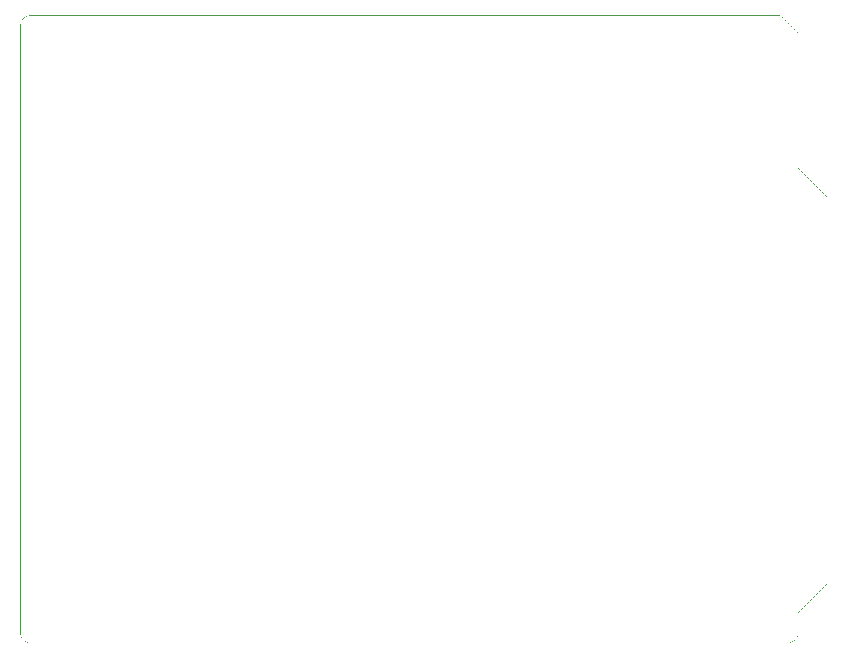
<source format=gbo>
G04 MADE WITH FRITZING*
G04 WWW.FRITZING.ORG*
G04 DOUBLE SIDED*
G04 HOLES PLATED*
G04 CONTOUR ON CENTER OF CONTOUR VECTOR*
%FSLAX26Y26*%
%MOIN*%
%ADD10R,0.001000X0.001000*%
G04 SILK0*
%FSLAX26Y26*%
%MOIN*%
D10*
X39500Y2099960D02*
X2544500Y2099960D01*
X35500Y2098960D02*
X38500Y2098960D01*
X2544500Y2098960D02*
X2545500Y2098960D01*
X33500Y2097960D02*
X34500Y2097960D01*
X2545500Y2097960D02*
X2546500Y2097960D01*
X30500Y2096960D02*
X32500Y2096960D01*
X2546500Y2096960D02*
X2547500Y2096960D01*
X29500Y2095960D02*
X30500Y2095960D01*
X2547500Y2095960D02*
X2548500Y2095960D01*
X27500Y2094960D02*
X28500Y2094960D01*
X2548500Y2094960D02*
X2549500Y2094960D01*
X25500Y2093960D02*
X26500Y2093960D01*
X2549500Y2093960D02*
X2550500Y2093960D01*
X24500Y2092960D02*
X25500Y2092960D01*
X2550500Y2092960D02*
X2551500Y2092960D01*
X23500Y2091960D02*
X23500Y2091960D01*
X2551500Y2091960D02*
X2552500Y2091960D01*
X22500Y2090960D02*
X22500Y2090960D01*
X2552500Y2090960D02*
X2553500Y2090960D01*
X21500Y2089960D02*
X21500Y2089960D01*
X2553500Y2089960D02*
X2554500Y2089960D01*
X20500Y2088960D02*
X20500Y2088960D01*
X2554500Y2088960D02*
X2555500Y2088960D01*
X19500Y2087960D02*
X19500Y2087960D01*
X2555500Y2087960D02*
X2556500Y2087960D01*
X18500Y2086960D02*
X18500Y2086960D01*
X2556500Y2086960D02*
X2557500Y2086960D01*
X18500Y2085960D02*
X18500Y2085960D01*
X2557500Y2085960D02*
X2558500Y2085960D01*
X17500Y2084960D02*
X17500Y2084960D01*
X2558500Y2084960D02*
X2559500Y2084960D01*
X16500Y2083960D02*
X16500Y2083960D01*
X2559500Y2083960D02*
X2560500Y2083960D01*
X16500Y2082960D02*
X16500Y2082960D01*
X2560500Y2082960D02*
X2561500Y2082960D01*
X15500Y2081960D02*
X15500Y2081960D01*
X2561500Y2081960D02*
X2562500Y2081960D01*
X14500Y2080960D02*
X15500Y2080960D01*
X2562500Y2080960D02*
X2563500Y2080960D01*
X14500Y2079960D02*
X14500Y2079960D01*
X2563500Y2079960D02*
X2564500Y2079960D01*
X14500Y2078960D02*
X14500Y2078960D01*
X2564500Y2078960D02*
X2565500Y2078960D01*
X13500Y2077960D02*
X13500Y2077960D01*
X2565500Y2077960D02*
X2566500Y2077960D01*
X13500Y2076960D02*
X13500Y2076960D01*
X2566500Y2076960D02*
X2567500Y2076960D01*
X12500Y2075960D02*
X12500Y2075960D01*
X2567500Y2075960D02*
X2568500Y2075960D01*
X12500Y2074960D02*
X12500Y2074960D01*
X2568500Y2074960D02*
X2569500Y2074960D01*
X12500Y2073960D02*
X12500Y2073960D01*
X2569500Y2073960D02*
X2570500Y2073960D01*
X12500Y2072960D02*
X12500Y2072960D01*
X2570500Y2072960D02*
X2571500Y2072960D01*
X11500Y2071960D02*
X11500Y2071960D01*
X2571500Y2071960D02*
X2572500Y2071960D01*
X11500Y2070960D02*
X11500Y2070960D01*
X2572500Y2070960D02*
X2573500Y2070960D01*
X11500Y2069960D02*
X11500Y2069960D01*
X2573500Y2069960D02*
X2574500Y2069960D01*
X11500Y2068960D02*
X11500Y2068960D01*
X2574500Y2068960D02*
X2575500Y2068960D01*
X11500Y2067960D02*
X11500Y2067960D01*
X2575500Y2067960D02*
X2576500Y2067960D01*
X11500Y2066960D02*
X11500Y2066960D01*
X2576500Y2066960D02*
X2577500Y2066960D01*
X11500Y2065960D02*
X11500Y2065960D01*
X2577500Y2065960D02*
X2578500Y2065960D01*
X11500Y2064960D02*
X11500Y2064960D01*
X2578500Y2064960D02*
X2579500Y2064960D01*
X11500Y2063960D02*
X11500Y2063960D01*
X2579500Y2063960D02*
X2580500Y2063960D01*
X11500Y2062960D02*
X11500Y2062960D01*
X2580500Y2062960D02*
X2581500Y2062960D01*
X11500Y2061960D02*
X11500Y2061960D01*
X2581500Y2061960D02*
X2582500Y2061960D01*
X11500Y2060960D02*
X11500Y2060960D01*
X2582500Y2060960D02*
X2583500Y2060960D01*
X11500Y2059960D02*
X11500Y2059960D01*
X2583500Y2059960D02*
X2584500Y2059960D01*
X11500Y2058960D02*
X11500Y2058960D01*
X2584500Y2058960D02*
X2585500Y2058960D01*
X11500Y2057960D02*
X11500Y2057960D01*
X2585500Y2057960D02*
X2586500Y2057960D01*
X11500Y2056960D02*
X11500Y2056960D01*
X2586500Y2056960D02*
X2587500Y2056960D01*
X11500Y2055960D02*
X11500Y2055960D01*
X2587500Y2055960D02*
X2588500Y2055960D01*
X11500Y2054960D02*
X11500Y2054960D01*
X2588500Y2054960D02*
X2589500Y2054960D01*
X11500Y2053960D02*
X11500Y2053960D01*
X2589500Y2053960D02*
X2590500Y2053960D01*
X11500Y2052960D02*
X11500Y2052960D01*
X2590500Y2052960D02*
X2591500Y2052960D01*
X11500Y2051960D02*
X11500Y2051960D01*
X2591500Y2051960D02*
X2592500Y2051960D01*
X11500Y2050960D02*
X11500Y2050960D01*
X2592500Y2050960D02*
X2593500Y2050960D01*
X11500Y2049960D02*
X11500Y2049960D01*
X2593500Y2049960D02*
X2594500Y2049960D01*
X11500Y2048960D02*
X11500Y2048960D01*
X2594500Y2048960D02*
X2595500Y2048960D01*
X11500Y2047960D02*
X11500Y2047960D01*
X2595500Y2047960D02*
X2596500Y2047960D01*
X11500Y2046960D02*
X11500Y2046960D01*
X2596500Y2046960D02*
X2597500Y2046960D01*
X11500Y2045960D02*
X11500Y2045960D01*
X2597500Y2045960D02*
X2598500Y2045960D01*
X11500Y2044960D02*
X11500Y2044960D01*
X2598500Y2044960D02*
X2599500Y2044960D01*
X11500Y2043960D02*
X11500Y2043960D01*
X2599500Y2043960D02*
X2600500Y2043960D01*
X11500Y2042960D02*
X11500Y2042960D01*
X2600500Y2042960D02*
X2601500Y2042960D01*
X11500Y2041960D02*
X11500Y2041960D01*
X2601500Y2041960D02*
X2602500Y2041960D01*
X11500Y2040960D02*
X11500Y2040960D01*
X2602500Y2040960D02*
X2603500Y2040960D01*
X11500Y2039960D02*
X11500Y2039960D01*
X2603500Y2039960D02*
X2603500Y2039960D01*
X11500Y2038960D02*
X11500Y2038960D01*
X2603500Y2038960D02*
X2603500Y2038960D01*
X11500Y2037960D02*
X11500Y2037960D01*
X2603500Y2037960D02*
X2603500Y2037960D01*
X11500Y2036960D02*
X11500Y2036960D01*
X2603500Y2036960D02*
X2603500Y2036960D01*
X11500Y2035960D02*
X11500Y2035960D01*
X2603500Y2035960D02*
X2603500Y2035960D01*
X11500Y2034960D02*
X11500Y2034960D01*
X2603500Y2034960D02*
X2603500Y2034960D01*
X11500Y2033960D02*
X11500Y2033960D01*
X2603500Y2033960D02*
X2603500Y2033960D01*
X11500Y2032960D02*
X11500Y2032960D01*
X2603500Y2032960D02*
X2603500Y2032960D01*
X11500Y2031960D02*
X11500Y2031960D01*
X2603500Y2031960D02*
X2603500Y2031960D01*
X11500Y2030960D02*
X11500Y2030960D01*
X2603500Y2030960D02*
X2603500Y2030960D01*
X11500Y2029960D02*
X11500Y2029960D01*
X2603500Y2029960D02*
X2603500Y2029960D01*
X11500Y2028960D02*
X11500Y2028960D01*
X2603500Y2028960D02*
X2603500Y2028960D01*
X11500Y2027960D02*
X11500Y2027960D01*
X2603500Y2027960D02*
X2603500Y2027960D01*
X11500Y2026960D02*
X11500Y2026960D01*
X2603500Y2026960D02*
X2603500Y2026960D01*
X11500Y2025960D02*
X11500Y2025960D01*
X2603500Y2025960D02*
X2603500Y2025960D01*
X11500Y2024960D02*
X11500Y2024960D01*
X2603500Y2024960D02*
X2603500Y2024960D01*
X11500Y2023960D02*
X11500Y2023960D01*
X2603500Y2023960D02*
X2603500Y2023960D01*
X11500Y2022960D02*
X11500Y2022960D01*
X2603500Y2022960D02*
X2603500Y2022960D01*
X11500Y2021960D02*
X11500Y2021960D01*
X2603500Y2021960D02*
X2603500Y2021960D01*
X11500Y2020960D02*
X11500Y2020960D01*
X2603500Y2020960D02*
X2603500Y2020960D01*
X11500Y2019960D02*
X11500Y2019960D01*
X2603500Y2019960D02*
X2603500Y2019960D01*
X11500Y2018960D02*
X11500Y2018960D01*
X2603500Y2018960D02*
X2603500Y2018960D01*
X11500Y2017960D02*
X11500Y2017960D01*
X2603500Y2017960D02*
X2603500Y2017960D01*
X11500Y2016960D02*
X11500Y2016960D01*
X2603500Y2016960D02*
X2603500Y2016960D01*
X11500Y2015960D02*
X11500Y2015960D01*
X2603500Y2015960D02*
X2603500Y2015960D01*
X11500Y2014960D02*
X11500Y2014960D01*
X2603500Y2014960D02*
X2603500Y2014960D01*
X11500Y2013960D02*
X11500Y2013960D01*
X2603500Y2013960D02*
X2603500Y2013960D01*
X11500Y2012960D02*
X11500Y2012960D01*
X2603500Y2012960D02*
X2603500Y2012960D01*
X11500Y2011960D02*
X11500Y2011960D01*
X2603500Y2011960D02*
X2603500Y2011960D01*
X11500Y2010960D02*
X11500Y2010960D01*
X2603500Y2010960D02*
X2603500Y2010960D01*
X11500Y2009960D02*
X11500Y2009960D01*
X2603500Y2009960D02*
X2603500Y2009960D01*
X11500Y2008960D02*
X11500Y2008960D01*
X2603500Y2008960D02*
X2603500Y2008960D01*
X11500Y2007960D02*
X11500Y2007960D01*
X2603500Y2007960D02*
X2603500Y2007960D01*
X11500Y2006960D02*
X11500Y2006960D01*
X2603500Y2006960D02*
X2603500Y2006960D01*
X11500Y2005960D02*
X11500Y2005960D01*
X2603500Y2005960D02*
X2603500Y2005960D01*
X11500Y2004960D02*
X11500Y2004960D01*
X2603500Y2004960D02*
X2603500Y2004960D01*
X11500Y2003960D02*
X11500Y2003960D01*
X2603500Y2003960D02*
X2603500Y2003960D01*
X11500Y2002960D02*
X11500Y2002960D01*
X2603500Y2002960D02*
X2603500Y2002960D01*
X11500Y2001960D02*
X11500Y2001960D01*
X2603500Y2001960D02*
X2603500Y2001960D01*
X11500Y2000960D02*
X11500Y2000960D01*
X2603500Y2000960D02*
X2603500Y2000960D01*
X11500Y1999960D02*
X11500Y1999960D01*
X2603500Y1999960D02*
X2603500Y1999960D01*
X11500Y1998960D02*
X11500Y1998960D01*
X2603500Y1998960D02*
X2603500Y1998960D01*
X11500Y1997960D02*
X11500Y1997960D01*
X2603500Y1997960D02*
X2603500Y1997960D01*
X11500Y1996960D02*
X11500Y1996960D01*
X2603500Y1996960D02*
X2603500Y1996960D01*
X11500Y1995960D02*
X11500Y1995960D01*
X2603500Y1995960D02*
X2603500Y1995960D01*
X11500Y1994960D02*
X11500Y1994960D01*
X2603500Y1994960D02*
X2603500Y1994960D01*
X11500Y1993960D02*
X11500Y1993960D01*
X2603500Y1993960D02*
X2603500Y1993960D01*
X11500Y1992960D02*
X11500Y1992960D01*
X2603500Y1992960D02*
X2603500Y1992960D01*
X11500Y1991960D02*
X11500Y1991960D01*
X2603500Y1991960D02*
X2603500Y1991960D01*
X11500Y1990960D02*
X11500Y1990960D01*
X2603500Y1990960D02*
X2603500Y1990960D01*
X11500Y1989960D02*
X11500Y1989960D01*
X2603500Y1989960D02*
X2603500Y1989960D01*
X11500Y1988960D02*
X11500Y1988960D01*
X2603500Y1988960D02*
X2603500Y1988960D01*
X11500Y1987960D02*
X11500Y1987960D01*
X2603500Y1987960D02*
X2603500Y1987960D01*
X11500Y1986960D02*
X11500Y1986960D01*
X2603500Y1986960D02*
X2603500Y1986960D01*
X11500Y1985960D02*
X11500Y1985960D01*
X2603500Y1985960D02*
X2603500Y1985960D01*
X11500Y1984960D02*
X11500Y1984960D01*
X2603500Y1984960D02*
X2603500Y1984960D01*
X11500Y1983960D02*
X11500Y1983960D01*
X2603500Y1983960D02*
X2603500Y1983960D01*
X11500Y1982960D02*
X11500Y1982960D01*
X2603500Y1982960D02*
X2603500Y1982960D01*
X11500Y1981960D02*
X11500Y1981960D01*
X2603500Y1981960D02*
X2603500Y1981960D01*
X11500Y1980960D02*
X11500Y1980960D01*
X2603500Y1980960D02*
X2603500Y1980960D01*
X11500Y1979960D02*
X11500Y1979960D01*
X2603500Y1979960D02*
X2603500Y1979960D01*
X11500Y1978960D02*
X11500Y1978960D01*
X2603500Y1978960D02*
X2603500Y1978960D01*
X11500Y1977960D02*
X11500Y1977960D01*
X2603500Y1977960D02*
X2603500Y1977960D01*
X11500Y1976960D02*
X11500Y1976960D01*
X2603500Y1976960D02*
X2603500Y1976960D01*
X11500Y1975960D02*
X11500Y1975960D01*
X2603500Y1975960D02*
X2603500Y1975960D01*
X11500Y1974960D02*
X11500Y1974960D01*
X2603500Y1974960D02*
X2603500Y1974960D01*
X11500Y1973960D02*
X11500Y1973960D01*
X2603500Y1973960D02*
X2603500Y1973960D01*
X11500Y1972960D02*
X11500Y1972960D01*
X2603500Y1972960D02*
X2603500Y1972960D01*
X11500Y1971960D02*
X11500Y1971960D01*
X2603500Y1971960D02*
X2603500Y1971960D01*
X11500Y1970960D02*
X11500Y1970960D01*
X2603500Y1970960D02*
X2603500Y1970960D01*
X11500Y1969960D02*
X11500Y1969960D01*
X2603500Y1969960D02*
X2603500Y1969960D01*
X11500Y1968960D02*
X11500Y1968960D01*
X2603500Y1968960D02*
X2603500Y1968960D01*
X11500Y1967960D02*
X11500Y1967960D01*
X2603500Y1967960D02*
X2603500Y1967960D01*
X11500Y1966960D02*
X11500Y1966960D01*
X2603500Y1966960D02*
X2603500Y1966960D01*
X11500Y1965960D02*
X11500Y1965960D01*
X2603500Y1965960D02*
X2603500Y1965960D01*
X11500Y1964960D02*
X11500Y1964960D01*
X2603500Y1964960D02*
X2603500Y1964960D01*
X11500Y1963960D02*
X11500Y1963960D01*
X2603500Y1963960D02*
X2603500Y1963960D01*
X11500Y1962960D02*
X11500Y1962960D01*
X2603500Y1962960D02*
X2603500Y1962960D01*
X11500Y1961960D02*
X11500Y1961960D01*
X2603500Y1961960D02*
X2603500Y1961960D01*
X11500Y1960960D02*
X11500Y1960960D01*
X2603500Y1960960D02*
X2603500Y1960960D01*
X11500Y1959960D02*
X11500Y1959960D01*
X2603500Y1959960D02*
X2603500Y1959960D01*
X11500Y1958960D02*
X11500Y1958960D01*
X2603500Y1958960D02*
X2603500Y1958960D01*
X11500Y1957960D02*
X11500Y1957960D01*
X2603500Y1957960D02*
X2603500Y1957960D01*
X11500Y1956960D02*
X11500Y1956960D01*
X2603500Y1956960D02*
X2603500Y1956960D01*
X11500Y1955960D02*
X11500Y1955960D01*
X2603500Y1955960D02*
X2603500Y1955960D01*
X11500Y1954960D02*
X11500Y1954960D01*
X2603500Y1954960D02*
X2603500Y1954960D01*
X11500Y1953960D02*
X11500Y1953960D01*
X2603500Y1953960D02*
X2603500Y1953960D01*
X11500Y1952960D02*
X11500Y1952960D01*
X2603500Y1952960D02*
X2603500Y1952960D01*
X11500Y1951960D02*
X11500Y1951960D01*
X2603500Y1951960D02*
X2603500Y1951960D01*
X11500Y1950960D02*
X11500Y1950960D01*
X2603500Y1950960D02*
X2603500Y1950960D01*
X11500Y1949960D02*
X11500Y1949960D01*
X2603500Y1949960D02*
X2603500Y1949960D01*
X11500Y1948960D02*
X11500Y1948960D01*
X2603500Y1948960D02*
X2603500Y1948960D01*
X11500Y1947960D02*
X11500Y1947960D01*
X2603500Y1947960D02*
X2603500Y1947960D01*
X11500Y1946960D02*
X11500Y1946960D01*
X2603500Y1946960D02*
X2603500Y1946960D01*
X11500Y1945960D02*
X11500Y1945960D01*
X2603500Y1945960D02*
X2603500Y1945960D01*
X11500Y1944960D02*
X11500Y1944960D01*
X2603500Y1944960D02*
X2603500Y1944960D01*
X11500Y1943960D02*
X11500Y1943960D01*
X2603500Y1943960D02*
X2603500Y1943960D01*
X11500Y1942960D02*
X11500Y1942960D01*
X2603500Y1942960D02*
X2603500Y1942960D01*
X11500Y1941960D02*
X11500Y1941960D01*
X2603500Y1941960D02*
X2603500Y1941960D01*
X11500Y1940960D02*
X11500Y1940960D01*
X2603500Y1940960D02*
X2603500Y1940960D01*
X11500Y1939960D02*
X11500Y1939960D01*
X2603500Y1939960D02*
X2603500Y1939960D01*
X11500Y1938960D02*
X11500Y1938960D01*
X2603500Y1938960D02*
X2603500Y1938960D01*
X11500Y1937960D02*
X11500Y1937960D01*
X2603500Y1937960D02*
X2603500Y1937960D01*
X11500Y1936960D02*
X11500Y1936960D01*
X2603500Y1936960D02*
X2603500Y1936960D01*
X11500Y1935960D02*
X11500Y1935960D01*
X2603500Y1935960D02*
X2603500Y1935960D01*
X11500Y1934960D02*
X11500Y1934960D01*
X2603500Y1934960D02*
X2603500Y1934960D01*
X11500Y1933960D02*
X11500Y1933960D01*
X2603500Y1933960D02*
X2603500Y1933960D01*
X11500Y1932960D02*
X11500Y1932960D01*
X2603500Y1932960D02*
X2603500Y1932960D01*
X11500Y1931960D02*
X11500Y1931960D01*
X2603500Y1931960D02*
X2603500Y1931960D01*
X11500Y1930960D02*
X11500Y1930960D01*
X2603500Y1930960D02*
X2603500Y1930960D01*
X11500Y1929960D02*
X11500Y1929960D01*
X2603500Y1929960D02*
X2603500Y1929960D01*
X11500Y1928960D02*
X11500Y1928960D01*
X2603500Y1928960D02*
X2603500Y1928960D01*
X11500Y1927960D02*
X11500Y1927960D01*
X2603500Y1927960D02*
X2603500Y1927960D01*
X11500Y1926960D02*
X11500Y1926960D01*
X2603500Y1926960D02*
X2603500Y1926960D01*
X11500Y1925960D02*
X11500Y1925960D01*
X2603500Y1925960D02*
X2603500Y1925960D01*
X11500Y1924960D02*
X11500Y1924960D01*
X2603500Y1924960D02*
X2603500Y1924960D01*
X11500Y1923960D02*
X11500Y1923960D01*
X2603500Y1923960D02*
X2603500Y1923960D01*
X11500Y1922960D02*
X11500Y1922960D01*
X2603500Y1922960D02*
X2603500Y1922960D01*
X11500Y1921960D02*
X11500Y1921960D01*
X2603500Y1921960D02*
X2603500Y1921960D01*
X11500Y1920960D02*
X11500Y1920960D01*
X2603500Y1920960D02*
X2603500Y1920960D01*
X11500Y1919960D02*
X11500Y1919960D01*
X2603500Y1919960D02*
X2603500Y1919960D01*
X11500Y1918960D02*
X11500Y1918960D01*
X2603500Y1918960D02*
X2603500Y1918960D01*
X11500Y1917960D02*
X11500Y1917960D01*
X2603500Y1917960D02*
X2603500Y1917960D01*
X11500Y1916960D02*
X11500Y1916960D01*
X2603500Y1916960D02*
X2603500Y1916960D01*
X11500Y1915960D02*
X11500Y1915960D01*
X2603500Y1915960D02*
X2603500Y1915960D01*
X11500Y1914960D02*
X11500Y1914960D01*
X2603500Y1914960D02*
X2603500Y1914960D01*
X11500Y1913960D02*
X11500Y1913960D01*
X2603500Y1913960D02*
X2603500Y1913960D01*
X11500Y1912960D02*
X11500Y1912960D01*
X2603500Y1912960D02*
X2603500Y1912960D01*
X11500Y1911960D02*
X11500Y1911960D01*
X2603500Y1911960D02*
X2603500Y1911960D01*
X11500Y1910960D02*
X11500Y1910960D01*
X2603500Y1910960D02*
X2603500Y1910960D01*
X11500Y1909960D02*
X11500Y1909960D01*
X2603500Y1909960D02*
X2603500Y1909960D01*
X11500Y1908960D02*
X11500Y1908960D01*
X2603500Y1908960D02*
X2603500Y1908960D01*
X11500Y1907960D02*
X11500Y1907960D01*
X2603500Y1907960D02*
X2603500Y1907960D01*
X11500Y1906960D02*
X11500Y1906960D01*
X2603500Y1906960D02*
X2603500Y1906960D01*
X11500Y1905960D02*
X11500Y1905960D01*
X2603500Y1905960D02*
X2603500Y1905960D01*
X11500Y1904960D02*
X11500Y1904960D01*
X2603500Y1904960D02*
X2603500Y1904960D01*
X11500Y1903960D02*
X11500Y1903960D01*
X2603500Y1903960D02*
X2603500Y1903960D01*
X11500Y1902960D02*
X11500Y1902960D01*
X2603500Y1902960D02*
X2603500Y1902960D01*
X11500Y1901960D02*
X11500Y1901960D01*
X2603500Y1901960D02*
X2603500Y1901960D01*
X11500Y1900960D02*
X11500Y1900960D01*
X2603500Y1900960D02*
X2603500Y1900960D01*
X11500Y1899960D02*
X11500Y1899960D01*
X2603500Y1899960D02*
X2603500Y1899960D01*
X11500Y1898960D02*
X11500Y1898960D01*
X2603500Y1898960D02*
X2603500Y1898960D01*
X11500Y1897960D02*
X11500Y1897960D01*
X2603500Y1897960D02*
X2603500Y1897960D01*
X11500Y1896960D02*
X11500Y1896960D01*
X2603500Y1896960D02*
X2603500Y1896960D01*
X11500Y1895960D02*
X11500Y1895960D01*
X2603500Y1895960D02*
X2603500Y1895960D01*
X11500Y1894960D02*
X11500Y1894960D01*
X2603500Y1894960D02*
X2603500Y1894960D01*
X11500Y1893960D02*
X11500Y1893960D01*
X2603500Y1893960D02*
X2603500Y1893960D01*
X11500Y1892960D02*
X11500Y1892960D01*
X2603500Y1892960D02*
X2603500Y1892960D01*
X11500Y1891960D02*
X11500Y1891960D01*
X2603500Y1891960D02*
X2603500Y1891960D01*
X11500Y1890960D02*
X11500Y1890960D01*
X2603500Y1890960D02*
X2603500Y1890960D01*
X11500Y1889960D02*
X11500Y1889960D01*
X2603500Y1889960D02*
X2603500Y1889960D01*
X11500Y1888960D02*
X11500Y1888960D01*
X2603500Y1888960D02*
X2603500Y1888960D01*
X11500Y1887960D02*
X11500Y1887960D01*
X2603500Y1887960D02*
X2603500Y1887960D01*
X11500Y1886960D02*
X11500Y1886960D01*
X2603500Y1886960D02*
X2603500Y1886960D01*
X11500Y1885960D02*
X11500Y1885960D01*
X2603500Y1885960D02*
X2603500Y1885960D01*
X11500Y1884960D02*
X11500Y1884960D01*
X2603500Y1884960D02*
X2603500Y1884960D01*
X11500Y1883960D02*
X11500Y1883960D01*
X2603500Y1883960D02*
X2603500Y1883960D01*
X11500Y1882960D02*
X11500Y1882960D01*
X2603500Y1882960D02*
X2603500Y1882960D01*
X11500Y1881960D02*
X11500Y1881960D01*
X2603500Y1881960D02*
X2603500Y1881960D01*
X11500Y1880960D02*
X11500Y1880960D01*
X2603500Y1880960D02*
X2603500Y1880960D01*
X11500Y1879960D02*
X11500Y1879960D01*
X2603500Y1879960D02*
X2603500Y1879960D01*
X11500Y1878960D02*
X11500Y1878960D01*
X2603500Y1878960D02*
X2603500Y1878960D01*
X11500Y1877960D02*
X11500Y1877960D01*
X2603500Y1877960D02*
X2603500Y1877960D01*
X11500Y1876960D02*
X11500Y1876960D01*
X2603500Y1876960D02*
X2603500Y1876960D01*
X11500Y1875960D02*
X11500Y1875960D01*
X2603500Y1875960D02*
X2603500Y1875960D01*
X11500Y1874960D02*
X11500Y1874960D01*
X2603500Y1874960D02*
X2603500Y1874960D01*
X11500Y1873960D02*
X11500Y1873960D01*
X2603500Y1873960D02*
X2603500Y1873960D01*
X11500Y1872960D02*
X11500Y1872960D01*
X2603500Y1872960D02*
X2603500Y1872960D01*
X11500Y1871960D02*
X11500Y1871960D01*
X2603500Y1871960D02*
X2603500Y1871960D01*
X11500Y1870960D02*
X11500Y1870960D01*
X2603500Y1870960D02*
X2603500Y1870960D01*
X11500Y1869960D02*
X11500Y1869960D01*
X2603500Y1869960D02*
X2603500Y1869960D01*
X11500Y1868960D02*
X11500Y1868960D01*
X2603500Y1868960D02*
X2603500Y1868960D01*
X11500Y1867960D02*
X11500Y1867960D01*
X2603500Y1867960D02*
X2603500Y1867960D01*
X11500Y1866960D02*
X11500Y1866960D01*
X2603500Y1866960D02*
X2603500Y1866960D01*
X11500Y1865960D02*
X11500Y1865960D01*
X2603500Y1865960D02*
X2603500Y1865960D01*
X11500Y1864960D02*
X11500Y1864960D01*
X2603500Y1864960D02*
X2603500Y1864960D01*
X11500Y1863960D02*
X11500Y1863960D01*
X2603500Y1863960D02*
X2603500Y1863960D01*
X11500Y1862960D02*
X11500Y1862960D01*
X2603500Y1862960D02*
X2603500Y1862960D01*
X11500Y1861960D02*
X11500Y1861960D01*
X2603500Y1861960D02*
X2603500Y1861960D01*
X11500Y1860960D02*
X11500Y1860960D01*
X2603500Y1860960D02*
X2603500Y1860960D01*
X11500Y1859960D02*
X11500Y1859960D01*
X2603500Y1859960D02*
X2603500Y1859960D01*
X11500Y1858960D02*
X11500Y1858960D01*
X2603500Y1858960D02*
X2603500Y1858960D01*
X11500Y1857960D02*
X11500Y1857960D01*
X2603500Y1857960D02*
X2603500Y1857960D01*
X11500Y1856960D02*
X11500Y1856960D01*
X2603500Y1856960D02*
X2603500Y1856960D01*
X11500Y1855960D02*
X11500Y1855960D01*
X2603500Y1855960D02*
X2603500Y1855960D01*
X11500Y1854960D02*
X11500Y1854960D01*
X2603500Y1854960D02*
X2603500Y1854960D01*
X11500Y1853960D02*
X11500Y1853960D01*
X2603500Y1853960D02*
X2603500Y1853960D01*
X11500Y1852960D02*
X11500Y1852960D01*
X2603500Y1852960D02*
X2603500Y1852960D01*
X11500Y1851960D02*
X11500Y1851960D01*
X2603500Y1851960D02*
X2603500Y1851960D01*
X11500Y1850960D02*
X11500Y1850960D01*
X2603500Y1850960D02*
X2603500Y1850960D01*
X11500Y1849960D02*
X11500Y1849960D01*
X2603500Y1849960D02*
X2603500Y1849960D01*
X11500Y1848960D02*
X11500Y1848960D01*
X2603500Y1848960D02*
X2603500Y1848960D01*
X11500Y1847960D02*
X11500Y1847960D01*
X2603500Y1847960D02*
X2603500Y1847960D01*
X11500Y1846960D02*
X11500Y1846960D01*
X2603500Y1846960D02*
X2603500Y1846960D01*
X11500Y1845960D02*
X11500Y1845960D01*
X2603500Y1845960D02*
X2603500Y1845960D01*
X11500Y1844960D02*
X11500Y1844960D01*
X2603500Y1844960D02*
X2603500Y1844960D01*
X11500Y1843960D02*
X11500Y1843960D01*
X2603500Y1843960D02*
X2603500Y1843960D01*
X11500Y1842960D02*
X11500Y1842960D01*
X2603500Y1842960D02*
X2603500Y1842960D01*
X11500Y1841960D02*
X11500Y1841960D01*
X2603500Y1841960D02*
X2603500Y1841960D01*
X11500Y1840960D02*
X11500Y1840960D01*
X2603500Y1840960D02*
X2603500Y1840960D01*
X11500Y1839960D02*
X11500Y1839960D01*
X2603500Y1839960D02*
X2603500Y1839960D01*
X11500Y1838960D02*
X11500Y1838960D01*
X2603500Y1838960D02*
X2603500Y1838960D01*
X11500Y1837960D02*
X11500Y1837960D01*
X2603500Y1837960D02*
X2603500Y1837960D01*
X11500Y1836960D02*
X11500Y1836960D01*
X2603500Y1836960D02*
X2603500Y1836960D01*
X11500Y1835960D02*
X11500Y1835960D01*
X2603500Y1835960D02*
X2603500Y1835960D01*
X11500Y1834960D02*
X11500Y1834960D01*
X2603500Y1834960D02*
X2603500Y1834960D01*
X11500Y1833960D02*
X11500Y1833960D01*
X2603500Y1833960D02*
X2603500Y1833960D01*
X11500Y1832960D02*
X11500Y1832960D01*
X2603500Y1832960D02*
X2603500Y1832960D01*
X11500Y1831960D02*
X11500Y1831960D01*
X2603500Y1831960D02*
X2603500Y1831960D01*
X11500Y1830960D02*
X11500Y1830960D01*
X2603500Y1830960D02*
X2603500Y1830960D01*
X11500Y1829960D02*
X11500Y1829960D01*
X2603500Y1829960D02*
X2603500Y1829960D01*
X11500Y1828960D02*
X11500Y1828960D01*
X2603500Y1828960D02*
X2603500Y1828960D01*
X11500Y1827960D02*
X11500Y1827960D01*
X2603500Y1827960D02*
X2603500Y1827960D01*
X11500Y1826960D02*
X11500Y1826960D01*
X2603500Y1826960D02*
X2603500Y1826960D01*
X11500Y1825960D02*
X11500Y1825960D01*
X2603500Y1825960D02*
X2603500Y1825960D01*
X11500Y1824960D02*
X11500Y1824960D01*
X2603500Y1824960D02*
X2603500Y1824960D01*
X11500Y1823960D02*
X11500Y1823960D01*
X2603500Y1823960D02*
X2603500Y1823960D01*
X11500Y1822960D02*
X11500Y1822960D01*
X2603500Y1822960D02*
X2603500Y1822960D01*
X11500Y1821960D02*
X11500Y1821960D01*
X2603500Y1821960D02*
X2603500Y1821960D01*
X11500Y1820960D02*
X11500Y1820960D01*
X2603500Y1820960D02*
X2603500Y1820960D01*
X11500Y1819960D02*
X11500Y1819960D01*
X2603500Y1819960D02*
X2603500Y1819960D01*
X11500Y1818960D02*
X11500Y1818960D01*
X2603500Y1818960D02*
X2603500Y1818960D01*
X11500Y1817960D02*
X11500Y1817960D01*
X2603500Y1817960D02*
X2603500Y1817960D01*
X11500Y1816960D02*
X11500Y1816960D01*
X2603500Y1816960D02*
X2603500Y1816960D01*
X11500Y1815960D02*
X11500Y1815960D01*
X2603500Y1815960D02*
X2603500Y1815960D01*
X11500Y1814960D02*
X11500Y1814960D01*
X2603500Y1814960D02*
X2603500Y1814960D01*
X11500Y1813960D02*
X11500Y1813960D01*
X2603500Y1813960D02*
X2603500Y1813960D01*
X11500Y1812960D02*
X11500Y1812960D01*
X2603500Y1812960D02*
X2603500Y1812960D01*
X11500Y1811960D02*
X11500Y1811960D01*
X2603500Y1811960D02*
X2603500Y1811960D01*
X11500Y1810960D02*
X11500Y1810960D01*
X2603500Y1810960D02*
X2603500Y1810960D01*
X11500Y1809960D02*
X11500Y1809960D01*
X2603500Y1809960D02*
X2603500Y1809960D01*
X11500Y1808960D02*
X11500Y1808960D01*
X2603500Y1808960D02*
X2603500Y1808960D01*
X11500Y1807960D02*
X11500Y1807960D01*
X2603500Y1807960D02*
X2603500Y1807960D01*
X11500Y1806960D02*
X11500Y1806960D01*
X2603500Y1806960D02*
X2603500Y1806960D01*
X11500Y1805960D02*
X11500Y1805960D01*
X2603500Y1805960D02*
X2603500Y1805960D01*
X11500Y1804960D02*
X11500Y1804960D01*
X2603500Y1804960D02*
X2603500Y1804960D01*
X11500Y1803960D02*
X11500Y1803960D01*
X2603500Y1803960D02*
X2603500Y1803960D01*
X11500Y1802960D02*
X11500Y1802960D01*
X2603500Y1802960D02*
X2603500Y1802960D01*
X11500Y1801960D02*
X11500Y1801960D01*
X2603500Y1801960D02*
X2603500Y1801960D01*
X11500Y1800960D02*
X11500Y1800960D01*
X2603500Y1800960D02*
X2603500Y1800960D01*
X11500Y1799960D02*
X11500Y1799960D01*
X2603500Y1799960D02*
X2603500Y1799960D01*
X11500Y1798960D02*
X11500Y1798960D01*
X2603500Y1798960D02*
X2603500Y1798960D01*
X11500Y1797960D02*
X11500Y1797960D01*
X2603500Y1797960D02*
X2603500Y1797960D01*
X11500Y1796960D02*
X11500Y1796960D01*
X2603500Y1796960D02*
X2603500Y1796960D01*
X11500Y1795960D02*
X11500Y1795960D01*
X2603500Y1795960D02*
X2603500Y1795960D01*
X11500Y1794960D02*
X11500Y1794960D01*
X2603500Y1794960D02*
X2603500Y1794960D01*
X11500Y1793960D02*
X11500Y1793960D01*
X2603500Y1793960D02*
X2603500Y1793960D01*
X11500Y1792960D02*
X11500Y1792960D01*
X2603500Y1792960D02*
X2603500Y1792960D01*
X11500Y1791960D02*
X11500Y1791960D01*
X2603500Y1791960D02*
X2603500Y1791960D01*
X11500Y1790960D02*
X11500Y1790960D01*
X2603500Y1790960D02*
X2603500Y1790960D01*
X11500Y1789960D02*
X11500Y1789960D01*
X2603500Y1789960D02*
X2603500Y1789960D01*
X11500Y1788960D02*
X11500Y1788960D01*
X2603500Y1788960D02*
X2603500Y1788960D01*
X11500Y1787960D02*
X11500Y1787960D01*
X2603500Y1787960D02*
X2603500Y1787960D01*
X11500Y1786960D02*
X11500Y1786960D01*
X2603500Y1786960D02*
X2603500Y1786960D01*
X11500Y1785960D02*
X11500Y1785960D01*
X2603500Y1785960D02*
X2603500Y1785960D01*
X11500Y1784960D02*
X11500Y1784960D01*
X2603500Y1784960D02*
X2603500Y1784960D01*
X11500Y1783960D02*
X11500Y1783960D01*
X2603500Y1783960D02*
X2603500Y1783960D01*
X11500Y1782960D02*
X11500Y1782960D01*
X2603500Y1782960D02*
X2603500Y1782960D01*
X11500Y1781960D02*
X11500Y1781960D01*
X2603500Y1781960D02*
X2603500Y1781960D01*
X11500Y1780960D02*
X11500Y1780960D01*
X2603500Y1780960D02*
X2603500Y1780960D01*
X11500Y1779960D02*
X11500Y1779960D01*
X2603500Y1779960D02*
X2603500Y1779960D01*
X11500Y1778960D02*
X11500Y1778960D01*
X2603500Y1778960D02*
X2603500Y1778960D01*
X11500Y1777960D02*
X11500Y1777960D01*
X2603500Y1777960D02*
X2603500Y1777960D01*
X11500Y1776960D02*
X11500Y1776960D01*
X2603500Y1776960D02*
X2603500Y1776960D01*
X11500Y1775960D02*
X11500Y1775960D01*
X2603500Y1775960D02*
X2603500Y1775960D01*
X11500Y1774960D02*
X11500Y1774960D01*
X2603500Y1774960D02*
X2603500Y1774960D01*
X11500Y1773960D02*
X11500Y1773960D01*
X2603500Y1773960D02*
X2603500Y1773960D01*
X11500Y1772960D02*
X11500Y1772960D01*
X2603500Y1772960D02*
X2603500Y1772960D01*
X11500Y1771960D02*
X11500Y1771960D01*
X2603500Y1771960D02*
X2603500Y1771960D01*
X11500Y1770960D02*
X11500Y1770960D01*
X2603500Y1770960D02*
X2603500Y1770960D01*
X11500Y1769960D02*
X11500Y1769960D01*
X2603500Y1769960D02*
X2603500Y1769960D01*
X11500Y1768960D02*
X11500Y1768960D01*
X2603500Y1768960D02*
X2603500Y1768960D01*
X11500Y1767960D02*
X11500Y1767960D01*
X2603500Y1767960D02*
X2603500Y1767960D01*
X11500Y1766960D02*
X11500Y1766960D01*
X2603500Y1766960D02*
X2603500Y1766960D01*
X11500Y1765960D02*
X11500Y1765960D01*
X2603500Y1765960D02*
X2603500Y1765960D01*
X11500Y1764960D02*
X11500Y1764960D01*
X2603500Y1764960D02*
X2603500Y1764960D01*
X11500Y1763960D02*
X11500Y1763960D01*
X2603500Y1763960D02*
X2603500Y1763960D01*
X11500Y1762960D02*
X11500Y1762960D01*
X2603500Y1762960D02*
X2603500Y1762960D01*
X11500Y1761960D02*
X11500Y1761960D01*
X2603500Y1761960D02*
X2603500Y1761960D01*
X11500Y1760960D02*
X11500Y1760960D01*
X2603500Y1760960D02*
X2603500Y1760960D01*
X11500Y1759960D02*
X11500Y1759960D01*
X2603500Y1759960D02*
X2603500Y1759960D01*
X11500Y1758960D02*
X11500Y1758960D01*
X2603500Y1758960D02*
X2603500Y1758960D01*
X11500Y1757960D02*
X11500Y1757960D01*
X2603500Y1757960D02*
X2603500Y1757960D01*
X11500Y1756960D02*
X11500Y1756960D01*
X2603500Y1756960D02*
X2603500Y1756960D01*
X11500Y1755960D02*
X11500Y1755960D01*
X2603500Y1755960D02*
X2603500Y1755960D01*
X11500Y1754960D02*
X11500Y1754960D01*
X2603500Y1754960D02*
X2603500Y1754960D01*
X11500Y1753960D02*
X11500Y1753960D01*
X2603500Y1753960D02*
X2603500Y1753960D01*
X11500Y1752960D02*
X11500Y1752960D01*
X2603500Y1752960D02*
X2603500Y1752960D01*
X11500Y1751960D02*
X11500Y1751960D01*
X2603500Y1751960D02*
X2603500Y1751960D01*
X11500Y1750960D02*
X11500Y1750960D01*
X2603500Y1750960D02*
X2603500Y1750960D01*
X11500Y1749960D02*
X11500Y1749960D01*
X2603500Y1749960D02*
X2603500Y1749960D01*
X11500Y1748960D02*
X11500Y1748960D01*
X2603500Y1748960D02*
X2603500Y1748960D01*
X11500Y1747960D02*
X11500Y1747960D01*
X2603500Y1747960D02*
X2603500Y1747960D01*
X11500Y1746960D02*
X11500Y1746960D01*
X2603500Y1746960D02*
X2603500Y1746960D01*
X11500Y1745960D02*
X11500Y1745960D01*
X2603500Y1745960D02*
X2603500Y1745960D01*
X11500Y1744960D02*
X11500Y1744960D01*
X2603500Y1744960D02*
X2603500Y1744960D01*
X11500Y1743960D02*
X11500Y1743960D01*
X2603500Y1743960D02*
X2603500Y1743960D01*
X11500Y1742960D02*
X11500Y1742960D01*
X2603500Y1742960D02*
X2603500Y1742960D01*
X11500Y1741960D02*
X11500Y1741960D01*
X2603500Y1741960D02*
X2603500Y1741960D01*
X11500Y1740960D02*
X11500Y1740960D01*
X2603500Y1740960D02*
X2603500Y1740960D01*
X11500Y1739960D02*
X11500Y1739960D01*
X2603500Y1739960D02*
X2603500Y1739960D01*
X11500Y1738960D02*
X11500Y1738960D01*
X2603500Y1738960D02*
X2603500Y1738960D01*
X11500Y1737960D02*
X11500Y1737960D01*
X2603500Y1737960D02*
X2603500Y1737960D01*
X11500Y1736960D02*
X11500Y1736960D01*
X2603500Y1736960D02*
X2603500Y1736960D01*
X11500Y1735960D02*
X11500Y1735960D01*
X2603500Y1735960D02*
X2603500Y1735960D01*
X11500Y1734960D02*
X11500Y1734960D01*
X2603500Y1734960D02*
X2603500Y1734960D01*
X11500Y1733960D02*
X11500Y1733960D01*
X2603500Y1733960D02*
X2603500Y1733960D01*
X11500Y1732960D02*
X11500Y1732960D01*
X2603500Y1732960D02*
X2603500Y1732960D01*
X11500Y1731960D02*
X11500Y1731960D01*
X2603500Y1731960D02*
X2603500Y1731960D01*
X11500Y1730960D02*
X11500Y1730960D01*
X2603500Y1730960D02*
X2603500Y1730960D01*
X11500Y1729960D02*
X11500Y1729960D01*
X2603500Y1729960D02*
X2603500Y1729960D01*
X11500Y1728960D02*
X11500Y1728960D01*
X2603500Y1728960D02*
X2603500Y1728960D01*
X11500Y1727960D02*
X11500Y1727960D01*
X2603500Y1727960D02*
X2603500Y1727960D01*
X11500Y1726960D02*
X11500Y1726960D01*
X2603500Y1726960D02*
X2603500Y1726960D01*
X11500Y1725960D02*
X11500Y1725960D01*
X2603500Y1725960D02*
X2603500Y1725960D01*
X11500Y1724960D02*
X11500Y1724960D01*
X2603500Y1724960D02*
X2603500Y1724960D01*
X11500Y1723960D02*
X11500Y1723960D01*
X2603500Y1723960D02*
X2603500Y1723960D01*
X11500Y1722960D02*
X11500Y1722960D01*
X2603500Y1722960D02*
X2603500Y1722960D01*
X11500Y1721960D02*
X11500Y1721960D01*
X2603500Y1721960D02*
X2603500Y1721960D01*
X11500Y1720960D02*
X11500Y1720960D01*
X2603500Y1720960D02*
X2603500Y1720960D01*
X11500Y1719960D02*
X11500Y1719960D01*
X2603500Y1719960D02*
X2603500Y1719960D01*
X11500Y1718960D02*
X11500Y1718960D01*
X2603500Y1718960D02*
X2603500Y1718960D01*
X11500Y1717960D02*
X11500Y1717960D01*
X2603500Y1717960D02*
X2603500Y1717960D01*
X11500Y1716960D02*
X11500Y1716960D01*
X2603500Y1716960D02*
X2603500Y1716960D01*
X11500Y1715960D02*
X11500Y1715960D01*
X2603500Y1715960D02*
X2603500Y1715960D01*
X11500Y1714960D02*
X11500Y1714960D01*
X2603500Y1714960D02*
X2603500Y1714960D01*
X11500Y1713960D02*
X11500Y1713960D01*
X2603500Y1713960D02*
X2603500Y1713960D01*
X11500Y1712960D02*
X11500Y1712960D01*
X2603500Y1712960D02*
X2603500Y1712960D01*
X11500Y1711960D02*
X11500Y1711960D01*
X2603500Y1711960D02*
X2603500Y1711960D01*
X11500Y1710960D02*
X11500Y1710960D01*
X2603500Y1710960D02*
X2603500Y1710960D01*
X11500Y1709960D02*
X11500Y1709960D01*
X2603500Y1709960D02*
X2603500Y1709960D01*
X11500Y1708960D02*
X11500Y1708960D01*
X2603500Y1708960D02*
X2603500Y1708960D01*
X11500Y1707960D02*
X11500Y1707960D01*
X2603500Y1707960D02*
X2603500Y1707960D01*
X11500Y1706960D02*
X11500Y1706960D01*
X2603500Y1706960D02*
X2603500Y1706960D01*
X11500Y1705960D02*
X11500Y1705960D01*
X2603500Y1705960D02*
X2603500Y1705960D01*
X11500Y1704960D02*
X11500Y1704960D01*
X2603500Y1704960D02*
X2603500Y1704960D01*
X11500Y1703960D02*
X11500Y1703960D01*
X2603500Y1703960D02*
X2603500Y1703960D01*
X11500Y1702960D02*
X11500Y1702960D01*
X2603500Y1702960D02*
X2603500Y1702960D01*
X11500Y1701960D02*
X11500Y1701960D01*
X2603500Y1701960D02*
X2603500Y1701960D01*
X11500Y1700960D02*
X11500Y1700960D01*
X2603500Y1700960D02*
X2603500Y1700960D01*
X11500Y1699960D02*
X11500Y1699960D01*
X2603500Y1699960D02*
X2603500Y1699960D01*
X11500Y1698960D02*
X11500Y1698960D01*
X2603500Y1698960D02*
X2603500Y1698960D01*
X11500Y1697960D02*
X11500Y1697960D01*
X2603500Y1697960D02*
X2603500Y1697960D01*
X11500Y1696960D02*
X11500Y1696960D01*
X2603500Y1696960D02*
X2603500Y1696960D01*
X11500Y1695960D02*
X11500Y1695960D01*
X2603500Y1695960D02*
X2603500Y1695960D01*
X11500Y1694960D02*
X11500Y1694960D01*
X2603500Y1694960D02*
X2603500Y1694960D01*
X11500Y1693960D02*
X11500Y1693960D01*
X2603500Y1693960D02*
X2603500Y1693960D01*
X11500Y1692960D02*
X11500Y1692960D01*
X2603500Y1692960D02*
X2603500Y1692960D01*
X11500Y1691960D02*
X11500Y1691960D01*
X2603500Y1691960D02*
X2603500Y1691960D01*
X11500Y1690960D02*
X11500Y1690960D01*
X2603500Y1690960D02*
X2603500Y1690960D01*
X11500Y1689960D02*
X11500Y1689960D01*
X2603500Y1689960D02*
X2603500Y1689960D01*
X11500Y1688960D02*
X11500Y1688960D01*
X2603500Y1688960D02*
X2603500Y1688960D01*
X11500Y1687960D02*
X11500Y1687960D01*
X2603500Y1687960D02*
X2603500Y1687960D01*
X11500Y1686960D02*
X11500Y1686960D01*
X2603500Y1686960D02*
X2603500Y1686960D01*
X11500Y1685960D02*
X11500Y1685960D01*
X2603500Y1685960D02*
X2603500Y1685960D01*
X11500Y1684960D02*
X11500Y1684960D01*
X2603500Y1684960D02*
X2603500Y1684960D01*
X11500Y1683960D02*
X11500Y1683960D01*
X2603500Y1683960D02*
X2603500Y1683960D01*
X11500Y1682960D02*
X11500Y1682960D01*
X2603500Y1682960D02*
X2603500Y1682960D01*
X11500Y1681960D02*
X11500Y1681960D01*
X2603500Y1681960D02*
X2603500Y1681960D01*
X11500Y1680960D02*
X11500Y1680960D01*
X2603500Y1680960D02*
X2603500Y1680960D01*
X11500Y1679960D02*
X11500Y1679960D01*
X2603500Y1679960D02*
X2603500Y1679960D01*
X11500Y1678960D02*
X11500Y1678960D01*
X2603500Y1678960D02*
X2603500Y1678960D01*
X11500Y1677960D02*
X11500Y1677960D01*
X2603500Y1677960D02*
X2603500Y1677960D01*
X11500Y1676960D02*
X11500Y1676960D01*
X2603500Y1676960D02*
X2603500Y1676960D01*
X11500Y1675960D02*
X11500Y1675960D01*
X2603500Y1675960D02*
X2603500Y1675960D01*
X11500Y1674960D02*
X11500Y1674960D01*
X2603500Y1674960D02*
X2603500Y1674960D01*
X11500Y1673960D02*
X11500Y1673960D01*
X2603500Y1673960D02*
X2603500Y1673960D01*
X11500Y1672960D02*
X11500Y1672960D01*
X2603500Y1672960D02*
X2603500Y1672960D01*
X11500Y1671960D02*
X11500Y1671960D01*
X2603500Y1671960D02*
X2603500Y1671960D01*
X11500Y1670960D02*
X11500Y1670960D01*
X2603500Y1670960D02*
X2603500Y1670960D01*
X11500Y1669960D02*
X11500Y1669960D01*
X2603500Y1669960D02*
X2603500Y1669960D01*
X11500Y1668960D02*
X11500Y1668960D01*
X2603500Y1668960D02*
X2603500Y1668960D01*
X11500Y1667960D02*
X11500Y1667960D01*
X2603500Y1667960D02*
X2603500Y1667960D01*
X11500Y1666960D02*
X11500Y1666960D01*
X2603500Y1666960D02*
X2603500Y1666960D01*
X11500Y1665960D02*
X11500Y1665960D01*
X2603500Y1665960D02*
X2603500Y1665960D01*
X11500Y1664960D02*
X11500Y1664960D01*
X2603500Y1664960D02*
X2603500Y1664960D01*
X11500Y1663960D02*
X11500Y1663960D01*
X2603500Y1663960D02*
X2603500Y1663960D01*
X11500Y1662960D02*
X11500Y1662960D01*
X2603500Y1662960D02*
X2603500Y1662960D01*
X11500Y1661960D02*
X11500Y1661960D01*
X2603500Y1661960D02*
X2603500Y1661960D01*
X11500Y1660960D02*
X11500Y1660960D01*
X2603500Y1660960D02*
X2603500Y1660960D01*
X11500Y1659960D02*
X11500Y1659960D01*
X2603500Y1659960D02*
X2603500Y1659960D01*
X11500Y1658960D02*
X11500Y1658960D01*
X2603500Y1658960D02*
X2603500Y1658960D01*
X11500Y1657960D02*
X11500Y1657960D01*
X2603500Y1657960D02*
X2603500Y1657960D01*
X11500Y1656960D02*
X11500Y1656960D01*
X2603500Y1656960D02*
X2603500Y1656960D01*
X11500Y1655960D02*
X11500Y1655960D01*
X2603500Y1655960D02*
X2603500Y1655960D01*
X11500Y1654960D02*
X11500Y1654960D01*
X2603500Y1654960D02*
X2603500Y1654960D01*
X11500Y1653960D02*
X11500Y1653960D01*
X2603500Y1653960D02*
X2603500Y1653960D01*
X11500Y1652960D02*
X11500Y1652960D01*
X2603500Y1652960D02*
X2603500Y1652960D01*
X11500Y1651960D02*
X11500Y1651960D01*
X2603500Y1651960D02*
X2603500Y1651960D01*
X11500Y1650960D02*
X11500Y1650960D01*
X2603500Y1650960D02*
X2603500Y1650960D01*
X11500Y1649960D02*
X11500Y1649960D01*
X2603500Y1649960D02*
X2603500Y1649960D01*
X11500Y1648960D02*
X11500Y1648960D01*
X2603500Y1648960D02*
X2603500Y1648960D01*
X11500Y1647960D02*
X11500Y1647960D01*
X2603500Y1647960D02*
X2603500Y1647960D01*
X11500Y1646960D02*
X11500Y1646960D01*
X2603500Y1646960D02*
X2603500Y1646960D01*
X11500Y1645960D02*
X11500Y1645960D01*
X2603500Y1645960D02*
X2603500Y1645960D01*
X11500Y1644960D02*
X11500Y1644960D01*
X2603500Y1644960D02*
X2603500Y1644960D01*
X11500Y1643960D02*
X11500Y1643960D01*
X2603500Y1643960D02*
X2603500Y1643960D01*
X11500Y1642960D02*
X11500Y1642960D01*
X2603500Y1642960D02*
X2603500Y1642960D01*
X11500Y1641960D02*
X11500Y1641960D01*
X2603500Y1641960D02*
X2603500Y1641960D01*
X11500Y1640960D02*
X11500Y1640960D01*
X2603500Y1640960D02*
X2603500Y1640960D01*
X11500Y1639960D02*
X11500Y1639960D01*
X2603500Y1639960D02*
X2603500Y1639960D01*
X11500Y1638960D02*
X11500Y1638960D01*
X2603500Y1638960D02*
X2603500Y1638960D01*
X11500Y1637960D02*
X11500Y1637960D01*
X2603500Y1637960D02*
X2603500Y1637960D01*
X11500Y1636960D02*
X11500Y1636960D01*
X2603500Y1636960D02*
X2603500Y1636960D01*
X11500Y1635960D02*
X11500Y1635960D01*
X2603500Y1635960D02*
X2603500Y1635960D01*
X11500Y1634960D02*
X11500Y1634960D01*
X2603500Y1634960D02*
X2603500Y1634960D01*
X11500Y1633960D02*
X11500Y1633960D01*
X2603500Y1633960D02*
X2603500Y1633960D01*
X11500Y1632960D02*
X11500Y1632960D01*
X2603500Y1632960D02*
X2603500Y1632960D01*
X11500Y1631960D02*
X11500Y1631960D01*
X2603500Y1631960D02*
X2603500Y1631960D01*
X11500Y1630960D02*
X11500Y1630960D01*
X2603500Y1630960D02*
X2603500Y1630960D01*
X11500Y1629960D02*
X11500Y1629960D01*
X2603500Y1629960D02*
X2603500Y1629960D01*
X11500Y1628960D02*
X11500Y1628960D01*
X2603500Y1628960D02*
X2603500Y1628960D01*
X11500Y1627960D02*
X11500Y1627960D01*
X2603500Y1627960D02*
X2603500Y1627960D01*
X11500Y1626960D02*
X11500Y1626960D01*
X2603500Y1626960D02*
X2603500Y1626960D01*
X11500Y1625960D02*
X11500Y1625960D01*
X2603500Y1625960D02*
X2603500Y1625960D01*
X11500Y1624960D02*
X11500Y1624960D01*
X2603500Y1624960D02*
X2603500Y1624960D01*
X11500Y1623960D02*
X11500Y1623960D01*
X2603500Y1623960D02*
X2603500Y1623960D01*
X11500Y1622960D02*
X11500Y1622960D01*
X2603500Y1622960D02*
X2603500Y1622960D01*
X11500Y1621960D02*
X11500Y1621960D01*
X2603500Y1621960D02*
X2603500Y1621960D01*
X11500Y1620960D02*
X11500Y1620960D01*
X2603500Y1620960D02*
X2603500Y1620960D01*
X11500Y1619960D02*
X11500Y1619960D01*
X2603500Y1619960D02*
X2603500Y1619960D01*
X11500Y1618960D02*
X11500Y1618960D01*
X2603500Y1618960D02*
X2603500Y1618960D01*
X11500Y1617960D02*
X11500Y1617960D01*
X2603500Y1617960D02*
X2603500Y1617960D01*
X11500Y1616960D02*
X11500Y1616960D01*
X2603500Y1616960D02*
X2603500Y1616960D01*
X11500Y1615960D02*
X11500Y1615960D01*
X2603500Y1615960D02*
X2603500Y1615960D01*
X11500Y1614960D02*
X11500Y1614960D01*
X2603500Y1614960D02*
X2603500Y1614960D01*
X11500Y1613960D02*
X11500Y1613960D01*
X2603500Y1613960D02*
X2603500Y1613960D01*
X11500Y1612960D02*
X11500Y1612960D01*
X2603500Y1612960D02*
X2603500Y1612960D01*
X11500Y1611960D02*
X11500Y1611960D01*
X2603500Y1611960D02*
X2603500Y1611960D01*
X11500Y1610960D02*
X11500Y1610960D01*
X2603500Y1610960D02*
X2603500Y1610960D01*
X11500Y1609960D02*
X11500Y1609960D01*
X2603500Y1609960D02*
X2603500Y1609960D01*
X11500Y1608960D02*
X11500Y1608960D01*
X2603500Y1608960D02*
X2603500Y1608960D01*
X11500Y1607960D02*
X11500Y1607960D01*
X2603500Y1607960D02*
X2603500Y1607960D01*
X11500Y1606960D02*
X11500Y1606960D01*
X2603500Y1606960D02*
X2603500Y1606960D01*
X11500Y1605960D02*
X11500Y1605960D01*
X2603500Y1605960D02*
X2603500Y1605960D01*
X11500Y1604960D02*
X11500Y1604960D01*
X2603500Y1604960D02*
X2603500Y1604960D01*
X11500Y1603960D02*
X11500Y1603960D01*
X2603500Y1603960D02*
X2603500Y1603960D01*
X11500Y1602960D02*
X11500Y1602960D01*
X2603500Y1602960D02*
X2603500Y1602960D01*
X11500Y1601960D02*
X11500Y1601960D01*
X2603500Y1601960D02*
X2603500Y1601960D01*
X11500Y1600960D02*
X11500Y1600960D01*
X2603500Y1600960D02*
X2603500Y1600960D01*
X11500Y1599960D02*
X11500Y1599960D01*
X2603500Y1599960D02*
X2603500Y1599960D01*
X11500Y1598960D02*
X11500Y1598960D01*
X2603500Y1598960D02*
X2603500Y1598960D01*
X11500Y1597960D02*
X11500Y1597960D01*
X2603500Y1597960D02*
X2603500Y1597960D01*
X11500Y1596960D02*
X11500Y1596960D01*
X2603500Y1596960D02*
X2603500Y1596960D01*
X11500Y1595960D02*
X11500Y1595960D01*
X2603500Y1595960D02*
X2603500Y1595960D01*
X11500Y1594960D02*
X11500Y1594960D01*
X2603500Y1594960D02*
X2603500Y1594960D01*
X11500Y1593960D02*
X11500Y1593960D01*
X2603500Y1593960D02*
X2603500Y1593960D01*
X11500Y1592960D02*
X11500Y1592960D01*
X2603500Y1592960D02*
X2603500Y1592960D01*
X11500Y1591960D02*
X11500Y1591960D01*
X2603500Y1591960D02*
X2603500Y1591960D01*
X11500Y1590960D02*
X11500Y1590960D01*
X2604500Y1590960D02*
X2604500Y1590960D01*
X11500Y1589960D02*
X11500Y1589960D01*
X2605500Y1589960D02*
X2605500Y1589960D01*
X11500Y1588960D02*
X11500Y1588960D01*
X2606500Y1588960D02*
X2606500Y1588960D01*
X11500Y1587960D02*
X11500Y1587960D01*
X2607500Y1587960D02*
X2607500Y1587960D01*
X11500Y1586960D02*
X11500Y1586960D01*
X2608500Y1586960D02*
X2608500Y1586960D01*
X11500Y1585960D02*
X11500Y1585960D01*
X2609500Y1585960D02*
X2609500Y1585960D01*
X11500Y1584960D02*
X11500Y1584960D01*
X2610500Y1584960D02*
X2610500Y1584960D01*
X11500Y1583960D02*
X11500Y1583960D01*
X2611500Y1583960D02*
X2611500Y1583960D01*
X11500Y1582960D02*
X11500Y1582960D01*
X2612500Y1582960D02*
X2612500Y1582960D01*
X11500Y1581960D02*
X11500Y1581960D01*
X2613500Y1581960D02*
X2613500Y1581960D01*
X11500Y1580960D02*
X11500Y1580960D01*
X2614500Y1580960D02*
X2614500Y1580960D01*
X11500Y1579960D02*
X11500Y1579960D01*
X2615500Y1579960D02*
X2615500Y1579960D01*
X11500Y1578960D02*
X11500Y1578960D01*
X2616500Y1578960D02*
X2616500Y1578960D01*
X11500Y1577960D02*
X11500Y1577960D01*
X2617500Y1577960D02*
X2617500Y1577960D01*
X11500Y1576960D02*
X11500Y1576960D01*
X2618500Y1576960D02*
X2618500Y1576960D01*
X11500Y1575960D02*
X11500Y1575960D01*
X2619500Y1575960D02*
X2619500Y1575960D01*
X11500Y1574960D02*
X11500Y1574960D01*
X2620500Y1574960D02*
X2620500Y1574960D01*
X11500Y1573960D02*
X11500Y1573960D01*
X2621500Y1573960D02*
X2621500Y1573960D01*
X11500Y1572960D02*
X11500Y1572960D01*
X2622500Y1572960D02*
X2622500Y1572960D01*
X11500Y1571960D02*
X11500Y1571960D01*
X2623500Y1571960D02*
X2623500Y1571960D01*
X11500Y1570960D02*
X11500Y1570960D01*
X2624500Y1570960D02*
X2624500Y1570960D01*
X11500Y1569960D02*
X11500Y1569960D01*
X2625500Y1569960D02*
X2625500Y1569960D01*
X11500Y1568960D02*
X11500Y1568960D01*
X2626500Y1568960D02*
X2626500Y1568960D01*
X11500Y1567960D02*
X11500Y1567960D01*
X2627500Y1567960D02*
X2627500Y1567960D01*
X11500Y1566960D02*
X11500Y1566960D01*
X2628500Y1566960D02*
X2628500Y1566960D01*
X11500Y1565960D02*
X11500Y1565960D01*
X2629500Y1565960D02*
X2629500Y1565960D01*
X11500Y1564960D02*
X11500Y1564960D01*
X2630500Y1564960D02*
X2630500Y1564960D01*
X11500Y1563960D02*
X11500Y1563960D01*
X2631500Y1563960D02*
X2631500Y1563960D01*
X11500Y1562960D02*
X11500Y1562960D01*
X2632500Y1562960D02*
X2632500Y1562960D01*
X11500Y1561960D02*
X11500Y1561960D01*
X2633500Y1561960D02*
X2633500Y1561960D01*
X11500Y1560960D02*
X11500Y1560960D01*
X2634500Y1560960D02*
X2634500Y1560960D01*
X11500Y1559960D02*
X11500Y1559960D01*
X2635500Y1559960D02*
X2635500Y1559960D01*
X11500Y1558960D02*
X11500Y1558960D01*
X2636500Y1558960D02*
X2636500Y1558960D01*
X11500Y1557960D02*
X11500Y1557960D01*
X2637500Y1557960D02*
X2637500Y1557960D01*
X11500Y1556960D02*
X11500Y1556960D01*
X2638500Y1556960D02*
X2638500Y1556960D01*
X11500Y1555960D02*
X11500Y1555960D01*
X2639500Y1555960D02*
X2639500Y1555960D01*
X11500Y1554960D02*
X11500Y1554960D01*
X2640500Y1554960D02*
X2640500Y1554960D01*
X11500Y1553960D02*
X11500Y1553960D01*
X2641500Y1553960D02*
X2641500Y1553960D01*
X11500Y1552960D02*
X11500Y1552960D01*
X2642500Y1552960D02*
X2642500Y1552960D01*
X11500Y1551960D02*
X11500Y1551960D01*
X2643500Y1551960D02*
X2643500Y1551960D01*
X11500Y1550960D02*
X11500Y1550960D01*
X2644500Y1550960D02*
X2644500Y1550960D01*
X11500Y1549960D02*
X11500Y1549960D01*
X2645500Y1549960D02*
X2645500Y1549960D01*
X11500Y1548960D02*
X11500Y1548960D01*
X2646500Y1548960D02*
X2646500Y1548960D01*
X11500Y1547960D02*
X11500Y1547960D01*
X2647500Y1547960D02*
X2647500Y1547960D01*
X11500Y1546960D02*
X11500Y1546960D01*
X2648500Y1546960D02*
X2648500Y1546960D01*
X11500Y1545960D02*
X11500Y1545960D01*
X2649500Y1545960D02*
X2650500Y1545960D01*
X11500Y1544960D02*
X11500Y1544960D01*
X2650500Y1544960D02*
X2651500Y1544960D01*
X11500Y1543960D02*
X11500Y1543960D01*
X2651500Y1543960D02*
X2652500Y1543960D01*
X11500Y1542960D02*
X11500Y1542960D01*
X2652500Y1542960D02*
X2653500Y1542960D01*
X11500Y1541960D02*
X11500Y1541960D01*
X2653500Y1541960D02*
X2654500Y1541960D01*
X11500Y1540960D02*
X11500Y1540960D01*
X2654500Y1540960D02*
X2655500Y1540960D01*
X11500Y1539960D02*
X11500Y1539960D01*
X2655500Y1539960D02*
X2656500Y1539960D01*
X11500Y1538960D02*
X11500Y1538960D01*
X2656500Y1538960D02*
X2657500Y1538960D01*
X11500Y1537960D02*
X11500Y1537960D01*
X2657500Y1537960D02*
X2658500Y1537960D01*
X11500Y1536960D02*
X11500Y1536960D01*
X2658500Y1536960D02*
X2659500Y1536960D01*
X11500Y1535960D02*
X11500Y1535960D01*
X2659500Y1535960D02*
X2660500Y1535960D01*
X11500Y1534960D02*
X11500Y1534960D01*
X2660500Y1534960D02*
X2661500Y1534960D01*
X11500Y1533960D02*
X11500Y1533960D01*
X2661500Y1533960D02*
X2662500Y1533960D01*
X11500Y1532960D02*
X11500Y1532960D01*
X2662500Y1532960D02*
X2663500Y1532960D01*
X11500Y1531960D02*
X11500Y1531960D01*
X2663500Y1531960D02*
X2664500Y1531960D01*
X11500Y1530960D02*
X11500Y1530960D01*
X2664500Y1530960D02*
X2665500Y1530960D01*
X11500Y1529960D02*
X11500Y1529960D01*
X2665500Y1529960D02*
X2666500Y1529960D01*
X11500Y1528960D02*
X11500Y1528960D01*
X2666500Y1528960D02*
X2667500Y1528960D01*
X11500Y1527960D02*
X11500Y1527960D01*
X2667500Y1527960D02*
X2668500Y1527960D01*
X11500Y1526960D02*
X11500Y1526960D01*
X2668500Y1526960D02*
X2669500Y1526960D01*
X11500Y1525960D02*
X11500Y1525960D01*
X2669500Y1525960D02*
X2670500Y1525960D01*
X11500Y1524960D02*
X11500Y1524960D01*
X2670500Y1524960D02*
X2671500Y1524960D01*
X11500Y1523960D02*
X11500Y1523960D01*
X2671500Y1523960D02*
X2672500Y1523960D01*
X11500Y1522960D02*
X11500Y1522960D01*
X2672500Y1522960D02*
X2673500Y1522960D01*
X11500Y1521960D02*
X11500Y1521960D01*
X2673500Y1521960D02*
X2674500Y1521960D01*
X11500Y1520960D02*
X11500Y1520960D01*
X2674500Y1520960D02*
X2675500Y1520960D01*
X11500Y1519960D02*
X11500Y1519960D01*
X2675500Y1519960D02*
X2676500Y1519960D01*
X11500Y1518960D02*
X11500Y1518960D01*
X2676500Y1518960D02*
X2677500Y1518960D01*
X11500Y1517960D02*
X11500Y1517960D01*
X2677500Y1517960D02*
X2678500Y1517960D01*
X11500Y1516960D02*
X11500Y1516960D01*
X2678500Y1516960D02*
X2679500Y1516960D01*
X11500Y1515960D02*
X11500Y1515960D01*
X2679500Y1515960D02*
X2680500Y1515960D01*
X11500Y1514960D02*
X11500Y1514960D01*
X2680500Y1514960D02*
X2681500Y1514960D01*
X11500Y1513960D02*
X11500Y1513960D01*
X2681500Y1513960D02*
X2682500Y1513960D01*
X11500Y1512960D02*
X11500Y1512960D01*
X2682500Y1512960D02*
X2683500Y1512960D01*
X11500Y1511960D02*
X11500Y1511960D01*
X2683500Y1511960D02*
X2684500Y1511960D01*
X11500Y1510960D02*
X11500Y1510960D01*
X2684500Y1510960D02*
X2685500Y1510960D01*
X11500Y1509960D02*
X11500Y1509960D01*
X2685500Y1509960D02*
X2686500Y1509960D01*
X11500Y1508960D02*
X11500Y1508960D01*
X2686500Y1508960D02*
X2687500Y1508960D01*
X11500Y1507960D02*
X11500Y1507960D01*
X2687500Y1507960D02*
X2688500Y1507960D01*
X11500Y1506960D02*
X11500Y1506960D01*
X2688500Y1506960D02*
X2689500Y1506960D01*
X11500Y1505960D02*
X11500Y1505960D01*
X2689500Y1505960D02*
X2690500Y1505960D01*
X11500Y1504960D02*
X11500Y1504960D01*
X2690500Y1504960D02*
X2691500Y1504960D01*
X11500Y1503960D02*
X11500Y1503960D01*
X2691500Y1503960D02*
X2692500Y1503960D01*
X11500Y1502960D02*
X11500Y1502960D01*
X2692500Y1502960D02*
X2693500Y1502960D01*
X11500Y1501960D02*
X11500Y1501960D01*
X2693500Y1501960D02*
X2694500Y1501960D01*
X11500Y1500960D02*
X11500Y1500960D01*
X2694500Y1500960D02*
X2695500Y1500960D01*
X11500Y1499960D02*
X11500Y1499960D01*
X2695500Y1499960D02*
X2696500Y1499960D01*
X11500Y1498960D02*
X11500Y1498960D01*
X2696500Y1498960D02*
X2697500Y1498960D01*
X11500Y1497960D02*
X11500Y1497960D01*
X2697500Y1497960D02*
X2698500Y1497960D01*
X11500Y1496960D02*
X11500Y1496960D01*
X2698500Y1496960D02*
X2699500Y1496960D01*
X11500Y1495960D02*
X11500Y1495960D01*
X2699500Y1495960D02*
X2700500Y1495960D01*
X11500Y1494960D02*
X11500Y1494960D01*
X2700500Y1494960D02*
X2701500Y1494960D01*
X11500Y1493960D02*
X11500Y1493960D01*
X2701500Y1493960D02*
X2702500Y1493960D01*
X11500Y1492960D02*
X11500Y1492960D01*
X2702500Y1492960D02*
X2703500Y1492960D01*
X11500Y1491960D02*
X11500Y1491960D01*
X2703500Y1491960D02*
X2703500Y1491960D01*
X11500Y1490960D02*
X11500Y1490960D01*
X2703500Y1490960D02*
X2703500Y1490960D01*
X11500Y1489960D02*
X11500Y1489960D01*
X2703500Y1489960D02*
X2703500Y1489960D01*
X11500Y1488960D02*
X11500Y1488960D01*
X2703500Y1488960D02*
X2703500Y1488960D01*
X11500Y1487960D02*
X11500Y1487960D01*
X2703500Y1487960D02*
X2703500Y1487960D01*
X11500Y1486960D02*
X11500Y1486960D01*
X2703500Y1486960D02*
X2703500Y1486960D01*
X11500Y1485960D02*
X11500Y1485960D01*
X2703500Y1485960D02*
X2703500Y1485960D01*
X11500Y1484960D02*
X11500Y1484960D01*
X2703500Y1484960D02*
X2703500Y1484960D01*
X11500Y1483960D02*
X11500Y1483960D01*
X2703500Y1483960D02*
X2703500Y1483960D01*
X11500Y1482960D02*
X11500Y1482960D01*
X2703500Y1482960D02*
X2703500Y1482960D01*
X11500Y1481960D02*
X11500Y1481960D01*
X2703500Y1481960D02*
X2703500Y1481960D01*
X11500Y1480960D02*
X11500Y1480960D01*
X2703500Y1480960D02*
X2703500Y1480960D01*
X11500Y1479960D02*
X11500Y1479960D01*
X2703500Y1479960D02*
X2703500Y1479960D01*
X11500Y1478960D02*
X11500Y1478960D01*
X2703500Y1478960D02*
X2703500Y1478960D01*
X11500Y1477960D02*
X11500Y1477960D01*
X2703500Y1477960D02*
X2703500Y1477960D01*
X11500Y1476960D02*
X11500Y1476960D01*
X2703500Y1476960D02*
X2703500Y1476960D01*
X11500Y1475960D02*
X11500Y1475960D01*
X2703500Y1475960D02*
X2703500Y1475960D01*
X11500Y1474960D02*
X11500Y1474960D01*
X2703500Y1474960D02*
X2703500Y1474960D01*
X11500Y1473960D02*
X11500Y1473960D01*
X2703500Y1473960D02*
X2703500Y1473960D01*
X11500Y1472960D02*
X11500Y1472960D01*
X2703500Y1472960D02*
X2703500Y1472960D01*
X11500Y1471960D02*
X11500Y1471960D01*
X2703500Y1471960D02*
X2703500Y1471960D01*
X11500Y1470960D02*
X11500Y1470960D01*
X2703500Y1470960D02*
X2703500Y1470960D01*
X11500Y1469960D02*
X11500Y1469960D01*
X2703500Y1469960D02*
X2703500Y1469960D01*
X11500Y1468960D02*
X11500Y1468960D01*
X2703500Y1468960D02*
X2703500Y1468960D01*
X11500Y1467960D02*
X11500Y1467960D01*
X2703500Y1467960D02*
X2703500Y1467960D01*
X11500Y1466960D02*
X11500Y1466960D01*
X2703500Y1466960D02*
X2703500Y1466960D01*
X11500Y1465960D02*
X11500Y1465960D01*
X2703500Y1465960D02*
X2703500Y1465960D01*
X11500Y1464960D02*
X11500Y1464960D01*
X2703500Y1464960D02*
X2703500Y1464960D01*
X11500Y1463960D02*
X11500Y1463960D01*
X2703500Y1463960D02*
X2703500Y1463960D01*
X11500Y1462960D02*
X11500Y1462960D01*
X2703500Y1462960D02*
X2703500Y1462960D01*
X11500Y1461960D02*
X11500Y1461960D01*
X2703500Y1461960D02*
X2703500Y1461960D01*
X11500Y1460960D02*
X11500Y1460960D01*
X2703500Y1460960D02*
X2703500Y1460960D01*
X11500Y1459960D02*
X11500Y1459960D01*
X2703500Y1459960D02*
X2703500Y1459960D01*
X11500Y1458960D02*
X11500Y1458960D01*
X2703500Y1458960D02*
X2703500Y1458960D01*
X11500Y1457960D02*
X11500Y1457960D01*
X2703500Y1457960D02*
X2703500Y1457960D01*
X11500Y1456960D02*
X11500Y1456960D01*
X2703500Y1456960D02*
X2703500Y1456960D01*
X11500Y1455960D02*
X11500Y1455960D01*
X2703500Y1455960D02*
X2703500Y1455960D01*
X11500Y1454960D02*
X11500Y1454960D01*
X2703500Y1454960D02*
X2703500Y1454960D01*
X11500Y1453960D02*
X11500Y1453960D01*
X2703500Y1453960D02*
X2703500Y1453960D01*
X11500Y1452960D02*
X11500Y1452960D01*
X2703500Y1452960D02*
X2703500Y1452960D01*
X11500Y1451960D02*
X11500Y1451960D01*
X2703500Y1451960D02*
X2703500Y1451960D01*
X11500Y1450960D02*
X11500Y1450960D01*
X2703500Y1450960D02*
X2703500Y1450960D01*
X11500Y1449960D02*
X11500Y1449960D01*
X2703500Y1449960D02*
X2703500Y1449960D01*
X11500Y1448960D02*
X11500Y1448960D01*
X2703500Y1448960D02*
X2703500Y1448960D01*
X11500Y1447960D02*
X11500Y1447960D01*
X2703500Y1447960D02*
X2703500Y1447960D01*
X11500Y1446960D02*
X11500Y1446960D01*
X2703500Y1446960D02*
X2703500Y1446960D01*
X11500Y1445960D02*
X11500Y1445960D01*
X2703500Y1445960D02*
X2703500Y1445960D01*
X11500Y1444960D02*
X11500Y1444960D01*
X2703500Y1444960D02*
X2703500Y1444960D01*
X11500Y1443960D02*
X11500Y1443960D01*
X2703500Y1443960D02*
X2703500Y1443960D01*
X11500Y1442960D02*
X11500Y1442960D01*
X2703500Y1442960D02*
X2703500Y1442960D01*
X11500Y1441960D02*
X11500Y1441960D01*
X2703500Y1441960D02*
X2703500Y1441960D01*
X11500Y1440960D02*
X11500Y1440960D01*
X2703500Y1440960D02*
X2703500Y1440960D01*
X11500Y1439960D02*
X11500Y1439960D01*
X2703500Y1439960D02*
X2703500Y1439960D01*
X11500Y1438960D02*
X11500Y1438960D01*
X2703500Y1438960D02*
X2703500Y1438960D01*
X11500Y1437960D02*
X11500Y1437960D01*
X2703500Y1437960D02*
X2703500Y1437960D01*
X11500Y1436960D02*
X11500Y1436960D01*
X2703500Y1436960D02*
X2703500Y1436960D01*
X11500Y1435960D02*
X11500Y1435960D01*
X2703500Y1435960D02*
X2703500Y1435960D01*
X11500Y1434960D02*
X11500Y1434960D01*
X2703500Y1434960D02*
X2703500Y1434960D01*
X11500Y1433960D02*
X11500Y1433960D01*
X2703500Y1433960D02*
X2703500Y1433960D01*
X11500Y1432960D02*
X11500Y1432960D01*
X2703500Y1432960D02*
X2703500Y1432960D01*
X11500Y1431960D02*
X11500Y1431960D01*
X2703500Y1431960D02*
X2703500Y1431960D01*
X11500Y1430960D02*
X11500Y1430960D01*
X2703500Y1430960D02*
X2703500Y1430960D01*
X11500Y1429960D02*
X11500Y1429960D01*
X2703500Y1429960D02*
X2703500Y1429960D01*
X11500Y1428960D02*
X11500Y1428960D01*
X2703500Y1428960D02*
X2703500Y1428960D01*
X11500Y1427960D02*
X11500Y1427960D01*
X2703500Y1427960D02*
X2703500Y1427960D01*
X11500Y1426960D02*
X11500Y1426960D01*
X2703500Y1426960D02*
X2703500Y1426960D01*
X11500Y1425960D02*
X11500Y1425960D01*
X2703500Y1425960D02*
X2703500Y1425960D01*
X11500Y1424960D02*
X11500Y1424960D01*
X2703500Y1424960D02*
X2703500Y1424960D01*
X11500Y1423960D02*
X11500Y1423960D01*
X2703500Y1423960D02*
X2703500Y1423960D01*
X11500Y1422960D02*
X11500Y1422960D01*
X2703500Y1422960D02*
X2703500Y1422960D01*
X11500Y1421960D02*
X11500Y1421960D01*
X2703500Y1421960D02*
X2703500Y1421960D01*
X11500Y1420960D02*
X11500Y1420960D01*
X2703500Y1420960D02*
X2703500Y1420960D01*
X11500Y1419960D02*
X11500Y1419960D01*
X2703500Y1419960D02*
X2703500Y1419960D01*
X11500Y1418960D02*
X11500Y1418960D01*
X2703500Y1418960D02*
X2703500Y1418960D01*
X11500Y1417960D02*
X11500Y1417960D01*
X2703500Y1417960D02*
X2703500Y1417960D01*
X11500Y1416960D02*
X11500Y1416960D01*
X2703500Y1416960D02*
X2703500Y1416960D01*
X11500Y1415960D02*
X11500Y1415960D01*
X2703500Y1415960D02*
X2703500Y1415960D01*
X11500Y1414960D02*
X11500Y1414960D01*
X2703500Y1414960D02*
X2703500Y1414960D01*
X11500Y1413960D02*
X11500Y1413960D01*
X2703500Y1413960D02*
X2703500Y1413960D01*
X11500Y1412960D02*
X11500Y1412960D01*
X2703500Y1412960D02*
X2703500Y1412960D01*
X11500Y1411960D02*
X11500Y1411960D01*
X2703500Y1411960D02*
X2703500Y1411960D01*
X11500Y1410960D02*
X11500Y1410960D01*
X2703500Y1410960D02*
X2703500Y1410960D01*
X11500Y1409960D02*
X11500Y1409960D01*
X2703500Y1409960D02*
X2703500Y1409960D01*
X11500Y1408960D02*
X11500Y1408960D01*
X2703500Y1408960D02*
X2703500Y1408960D01*
X11500Y1407960D02*
X11500Y1407960D01*
X2703500Y1407960D02*
X2703500Y1407960D01*
X11500Y1406960D02*
X11500Y1406960D01*
X2703500Y1406960D02*
X2703500Y1406960D01*
X11500Y1405960D02*
X11500Y1405960D01*
X2703500Y1405960D02*
X2703500Y1405960D01*
X11500Y1404960D02*
X11500Y1404960D01*
X2703500Y1404960D02*
X2703500Y1404960D01*
X11500Y1403960D02*
X11500Y1403960D01*
X2703500Y1403960D02*
X2703500Y1403960D01*
X11500Y1402960D02*
X11500Y1402960D01*
X2703500Y1402960D02*
X2703500Y1402960D01*
X11500Y1401960D02*
X11500Y1401960D01*
X2703500Y1401960D02*
X2703500Y1401960D01*
X11500Y1400960D02*
X11500Y1400960D01*
X2703500Y1400960D02*
X2703500Y1400960D01*
X11500Y1399960D02*
X11500Y1399960D01*
X2703500Y1399960D02*
X2703500Y1399960D01*
X11500Y1398960D02*
X11500Y1398960D01*
X2703500Y1398960D02*
X2703500Y1398960D01*
X11500Y1397960D02*
X11500Y1397960D01*
X2703500Y1397960D02*
X2703500Y1397960D01*
X11500Y1396960D02*
X11500Y1396960D01*
X2703500Y1396960D02*
X2703500Y1396960D01*
X11500Y1395960D02*
X11500Y1395960D01*
X2703500Y1395960D02*
X2703500Y1395960D01*
X11500Y1394960D02*
X11500Y1394960D01*
X2703500Y1394960D02*
X2703500Y1394960D01*
X11500Y1393960D02*
X11500Y1393960D01*
X2703500Y1393960D02*
X2703500Y1393960D01*
X11500Y1392960D02*
X11500Y1392960D01*
X2703500Y1392960D02*
X2703500Y1392960D01*
X11500Y1391960D02*
X11500Y1391960D01*
X2703500Y1391960D02*
X2703500Y1391960D01*
X11500Y1390960D02*
X11500Y1390960D01*
X2703500Y1390960D02*
X2703500Y1390960D01*
X11500Y1389960D02*
X11500Y1389960D01*
X2703500Y1389960D02*
X2703500Y1389960D01*
X11500Y1388960D02*
X11500Y1388960D01*
X2703500Y1388960D02*
X2703500Y1388960D01*
X11500Y1387960D02*
X11500Y1387960D01*
X2703500Y1387960D02*
X2703500Y1387960D01*
X11500Y1386960D02*
X11500Y1386960D01*
X2703500Y1386960D02*
X2703500Y1386960D01*
X11500Y1385960D02*
X11500Y1385960D01*
X2703500Y1385960D02*
X2703500Y1385960D01*
X11500Y1384960D02*
X11500Y1384960D01*
X2703500Y1384960D02*
X2703500Y1384960D01*
X11500Y1383960D02*
X11500Y1383960D01*
X2703500Y1383960D02*
X2703500Y1383960D01*
X11500Y1382960D02*
X11500Y1382960D01*
X2703500Y1382960D02*
X2703500Y1382960D01*
X11500Y1381960D02*
X11500Y1381960D01*
X2703500Y1381960D02*
X2703500Y1381960D01*
X11500Y1380960D02*
X11500Y1380960D01*
X2703500Y1380960D02*
X2703500Y1380960D01*
X11500Y1379960D02*
X11500Y1379960D01*
X2703500Y1379960D02*
X2703500Y1379960D01*
X11500Y1378960D02*
X11500Y1378960D01*
X2703500Y1378960D02*
X2703500Y1378960D01*
X11500Y1377960D02*
X11500Y1377960D01*
X2703500Y1377960D02*
X2703500Y1377960D01*
X11500Y1376960D02*
X11500Y1376960D01*
X2703500Y1376960D02*
X2703500Y1376960D01*
X11500Y1375960D02*
X11500Y1375960D01*
X2703500Y1375960D02*
X2703500Y1375960D01*
X11500Y1374960D02*
X11500Y1374960D01*
X2703500Y1374960D02*
X2703500Y1374960D01*
X11500Y1373960D02*
X11500Y1373960D01*
X2703500Y1373960D02*
X2703500Y1373960D01*
X11500Y1372960D02*
X11500Y1372960D01*
X2703500Y1372960D02*
X2703500Y1372960D01*
X11500Y1371960D02*
X11500Y1371960D01*
X2703500Y1371960D02*
X2703500Y1371960D01*
X11500Y1370960D02*
X11500Y1370960D01*
X2703500Y1370960D02*
X2703500Y1370960D01*
X11500Y1369960D02*
X11500Y1369960D01*
X2703500Y1369960D02*
X2703500Y1369960D01*
X11500Y1368960D02*
X11500Y1368960D01*
X2703500Y1368960D02*
X2703500Y1368960D01*
X11500Y1367960D02*
X11500Y1367960D01*
X2703500Y1367960D02*
X2703500Y1367960D01*
X11500Y1366960D02*
X11500Y1366960D01*
X2703500Y1366960D02*
X2703500Y1366960D01*
X11500Y1365960D02*
X11500Y1365960D01*
X2703500Y1365960D02*
X2703500Y1365960D01*
X11500Y1364960D02*
X11500Y1364960D01*
X2703500Y1364960D02*
X2703500Y1364960D01*
X11500Y1363960D02*
X11500Y1363960D01*
X2703500Y1363960D02*
X2703500Y1363960D01*
X11500Y1362960D02*
X11500Y1362960D01*
X2703500Y1362960D02*
X2703500Y1362960D01*
X11500Y1361960D02*
X11500Y1361960D01*
X2703500Y1361960D02*
X2703500Y1361960D01*
X11500Y1360960D02*
X11500Y1360960D01*
X2703500Y1360960D02*
X2703500Y1360960D01*
X11500Y1359960D02*
X11500Y1359960D01*
X2703500Y1359960D02*
X2703500Y1359960D01*
X11500Y1358960D02*
X11500Y1358960D01*
X2703500Y1358960D02*
X2703500Y1358960D01*
X11500Y1357960D02*
X11500Y1357960D01*
X2703500Y1357960D02*
X2703500Y1357960D01*
X11500Y1356960D02*
X11500Y1356960D01*
X2703500Y1356960D02*
X2703500Y1356960D01*
X11500Y1355960D02*
X11500Y1355960D01*
X2703500Y1355960D02*
X2703500Y1355960D01*
X11500Y1354960D02*
X11500Y1354960D01*
X2703500Y1354960D02*
X2703500Y1354960D01*
X11500Y1353960D02*
X11500Y1353960D01*
X2703500Y1353960D02*
X2703500Y1353960D01*
X11500Y1352960D02*
X11500Y1352960D01*
X2703500Y1352960D02*
X2703500Y1352960D01*
X11500Y1351960D02*
X11500Y1351960D01*
X2703500Y1351960D02*
X2703500Y1351960D01*
X11500Y1350960D02*
X11500Y1350960D01*
X2703500Y1350960D02*
X2703500Y1350960D01*
X11500Y1349960D02*
X11500Y1349960D01*
X2703500Y1349960D02*
X2703500Y1349960D01*
X11500Y1348960D02*
X11500Y1348960D01*
X2703500Y1348960D02*
X2703500Y1348960D01*
X11500Y1347960D02*
X11500Y1347960D01*
X2703500Y1347960D02*
X2703500Y1347960D01*
X11500Y1346960D02*
X11500Y1346960D01*
X2703500Y1346960D02*
X2703500Y1346960D01*
X11500Y1345960D02*
X11500Y1345960D01*
X2703500Y1345960D02*
X2703500Y1345960D01*
X11500Y1344960D02*
X11500Y1344960D01*
X2703500Y1344960D02*
X2703500Y1344960D01*
X11500Y1343960D02*
X11500Y1343960D01*
X2703500Y1343960D02*
X2703500Y1343960D01*
X11500Y1342960D02*
X11500Y1342960D01*
X2703500Y1342960D02*
X2703500Y1342960D01*
X11500Y1341960D02*
X11500Y1341960D01*
X2703500Y1341960D02*
X2703500Y1341960D01*
X11500Y1340960D02*
X11500Y1340960D01*
X2703500Y1340960D02*
X2703500Y1340960D01*
X11500Y1339960D02*
X11500Y1339960D01*
X2703500Y1339960D02*
X2703500Y1339960D01*
X11500Y1338960D02*
X11500Y1338960D01*
X2703500Y1338960D02*
X2703500Y1338960D01*
X11500Y1337960D02*
X11500Y1337960D01*
X2703500Y1337960D02*
X2703500Y1337960D01*
X11500Y1336960D02*
X11500Y1336960D01*
X2703500Y1336960D02*
X2703500Y1336960D01*
X11500Y1335960D02*
X11500Y1335960D01*
X2703500Y1335960D02*
X2703500Y1335960D01*
X11500Y1334960D02*
X11500Y1334960D01*
X2703500Y1334960D02*
X2703500Y1334960D01*
X11500Y1333960D02*
X11500Y1333960D01*
X2703500Y1333960D02*
X2703500Y1333960D01*
X11500Y1332960D02*
X11500Y1332960D01*
X2703500Y1332960D02*
X2703500Y1332960D01*
X11500Y1331960D02*
X11500Y1331960D01*
X2703500Y1331960D02*
X2703500Y1331960D01*
X11500Y1330960D02*
X11500Y1330960D01*
X2703500Y1330960D02*
X2703500Y1330960D01*
X11500Y1329960D02*
X11500Y1329960D01*
X2703500Y1329960D02*
X2703500Y1329960D01*
X11500Y1328960D02*
X11500Y1328960D01*
X2703500Y1328960D02*
X2703500Y1328960D01*
X11500Y1327960D02*
X11500Y1327960D01*
X2703500Y1327960D02*
X2703500Y1327960D01*
X11500Y1326960D02*
X11500Y1326960D01*
X2703500Y1326960D02*
X2703500Y1326960D01*
X11500Y1325960D02*
X11500Y1325960D01*
X2703500Y1325960D02*
X2703500Y1325960D01*
X11500Y1324960D02*
X11500Y1324960D01*
X2703500Y1324960D02*
X2703500Y1324960D01*
X11500Y1323960D02*
X11500Y1323960D01*
X2703500Y1323960D02*
X2703500Y1323960D01*
X11500Y1322960D02*
X11500Y1322960D01*
X2703500Y1322960D02*
X2703500Y1322960D01*
X11500Y1321960D02*
X11500Y1321960D01*
X2703500Y1321960D02*
X2703500Y1321960D01*
X11500Y1320960D02*
X11500Y1320960D01*
X2703500Y1320960D02*
X2703500Y1320960D01*
X11500Y1319960D02*
X11500Y1319960D01*
X2703500Y1319960D02*
X2703500Y1319960D01*
X11500Y1318960D02*
X11500Y1318960D01*
X2703500Y1318960D02*
X2703500Y1318960D01*
X11500Y1317960D02*
X11500Y1317960D01*
X2703500Y1317960D02*
X2703500Y1317960D01*
X11500Y1316960D02*
X11500Y1316960D01*
X2703500Y1316960D02*
X2703500Y1316960D01*
X11500Y1315960D02*
X11500Y1315960D01*
X2703500Y1315960D02*
X2703500Y1315960D01*
X11500Y1314960D02*
X11500Y1314960D01*
X2703500Y1314960D02*
X2703500Y1314960D01*
X11500Y1313960D02*
X11500Y1313960D01*
X2703500Y1313960D02*
X2703500Y1313960D01*
X11500Y1312960D02*
X11500Y1312960D01*
X2703500Y1312960D02*
X2703500Y1312960D01*
X11500Y1311960D02*
X11500Y1311960D01*
X2703500Y1311960D02*
X2703500Y1311960D01*
X11500Y1310960D02*
X11500Y1310960D01*
X2703500Y1310960D02*
X2703500Y1310960D01*
X11500Y1309960D02*
X11500Y1309960D01*
X2703500Y1309960D02*
X2703500Y1309960D01*
X11500Y1308960D02*
X11500Y1308960D01*
X2703500Y1308960D02*
X2703500Y1308960D01*
X11500Y1307960D02*
X11500Y1307960D01*
X2703500Y1307960D02*
X2703500Y1307960D01*
X11500Y1306960D02*
X11500Y1306960D01*
X2703500Y1306960D02*
X2703500Y1306960D01*
X11500Y1305960D02*
X11500Y1305960D01*
X2703500Y1305960D02*
X2703500Y1305960D01*
X11500Y1304960D02*
X11500Y1304960D01*
X2703500Y1304960D02*
X2703500Y1304960D01*
X11500Y1303960D02*
X11500Y1303960D01*
X2703500Y1303960D02*
X2703500Y1303960D01*
X11500Y1302960D02*
X11500Y1302960D01*
X2703500Y1302960D02*
X2703500Y1302960D01*
X11500Y1301960D02*
X11500Y1301960D01*
X2703500Y1301960D02*
X2703500Y1301960D01*
X11500Y1300960D02*
X11500Y1300960D01*
X2703500Y1300960D02*
X2703500Y1300960D01*
X11500Y1299960D02*
X11500Y1299960D01*
X2703500Y1299960D02*
X2703500Y1299960D01*
X11500Y1298960D02*
X11500Y1298960D01*
X2703500Y1298960D02*
X2703500Y1298960D01*
X11500Y1297960D02*
X11500Y1297960D01*
X2703500Y1297960D02*
X2703500Y1297960D01*
X11500Y1296960D02*
X11500Y1296960D01*
X2703500Y1296960D02*
X2703500Y1296960D01*
X11500Y1295960D02*
X11500Y1295960D01*
X2703500Y1295960D02*
X2703500Y1295960D01*
X11500Y1294960D02*
X11500Y1294960D01*
X2703500Y1294960D02*
X2703500Y1294960D01*
X11500Y1293960D02*
X11500Y1293960D01*
X2703500Y1293960D02*
X2703500Y1293960D01*
X11500Y1292960D02*
X11500Y1292960D01*
X2703500Y1292960D02*
X2703500Y1292960D01*
X11500Y1291960D02*
X11500Y1291960D01*
X2703500Y1291960D02*
X2703500Y1291960D01*
X11500Y1290960D02*
X11500Y1290960D01*
X2703500Y1290960D02*
X2703500Y1290960D01*
X11500Y1289960D02*
X11500Y1289960D01*
X2703500Y1289960D02*
X2703500Y1289960D01*
X11500Y1288960D02*
X11500Y1288960D01*
X2703500Y1288960D02*
X2703500Y1288960D01*
X11500Y1287960D02*
X11500Y1287960D01*
X2703500Y1287960D02*
X2703500Y1287960D01*
X11500Y1286960D02*
X11500Y1286960D01*
X2703500Y1286960D02*
X2703500Y1286960D01*
X11500Y1285960D02*
X11500Y1285960D01*
X2703500Y1285960D02*
X2703500Y1285960D01*
X11500Y1284960D02*
X11500Y1284960D01*
X2703500Y1284960D02*
X2703500Y1284960D01*
X11500Y1283960D02*
X11500Y1283960D01*
X2703500Y1283960D02*
X2703500Y1283960D01*
X11500Y1282960D02*
X11500Y1282960D01*
X2703500Y1282960D02*
X2703500Y1282960D01*
X11500Y1281960D02*
X11500Y1281960D01*
X2703500Y1281960D02*
X2703500Y1281960D01*
X11500Y1280960D02*
X11500Y1280960D01*
X2703500Y1280960D02*
X2703500Y1280960D01*
X11500Y1279960D02*
X11500Y1279960D01*
X2703500Y1279960D02*
X2703500Y1279960D01*
X11500Y1278960D02*
X11500Y1278960D01*
X2703500Y1278960D02*
X2703500Y1278960D01*
X11500Y1277960D02*
X11500Y1277960D01*
X2703500Y1277960D02*
X2703500Y1277960D01*
X11500Y1276960D02*
X11500Y1276960D01*
X2703500Y1276960D02*
X2703500Y1276960D01*
X11500Y1275960D02*
X11500Y1275960D01*
X2703500Y1275960D02*
X2703500Y1275960D01*
X11500Y1274960D02*
X11500Y1274960D01*
X2703500Y1274960D02*
X2703500Y1274960D01*
X11500Y1273960D02*
X11500Y1273960D01*
X2703500Y1273960D02*
X2703500Y1273960D01*
X11500Y1272960D02*
X11500Y1272960D01*
X2703500Y1272960D02*
X2703500Y1272960D01*
X11500Y1271960D02*
X11500Y1271960D01*
X2703500Y1271960D02*
X2703500Y1271960D01*
X11500Y1270960D02*
X11500Y1270960D01*
X2703500Y1270960D02*
X2703500Y1270960D01*
X11500Y1269960D02*
X11500Y1269960D01*
X2703500Y1269960D02*
X2703500Y1269960D01*
X11500Y1268960D02*
X11500Y1268960D01*
X2703500Y1268960D02*
X2703500Y1268960D01*
X11500Y1267960D02*
X11500Y1267960D01*
X2703500Y1267960D02*
X2703500Y1267960D01*
X11500Y1266960D02*
X11500Y1266960D01*
X2703500Y1266960D02*
X2703500Y1266960D01*
X11500Y1265960D02*
X11500Y1265960D01*
X2703500Y1265960D02*
X2703500Y1265960D01*
X11500Y1264960D02*
X11500Y1264960D01*
X2703500Y1264960D02*
X2703500Y1264960D01*
X11500Y1263960D02*
X11500Y1263960D01*
X2703500Y1263960D02*
X2703500Y1263960D01*
X11500Y1262960D02*
X11500Y1262960D01*
X2703500Y1262960D02*
X2703500Y1262960D01*
X11500Y1261960D02*
X11500Y1261960D01*
X2703500Y1261960D02*
X2703500Y1261960D01*
X11500Y1260960D02*
X11500Y1260960D01*
X2703500Y1260960D02*
X2703500Y1260960D01*
X11500Y1259960D02*
X11500Y1259960D01*
X2703500Y1259960D02*
X2703500Y1259960D01*
X11500Y1258960D02*
X11500Y1258960D01*
X2703500Y1258960D02*
X2703500Y1258960D01*
X11500Y1257960D02*
X11500Y1257960D01*
X2703500Y1257960D02*
X2703500Y1257960D01*
X11500Y1256960D02*
X11500Y1256960D01*
X2703500Y1256960D02*
X2703500Y1256960D01*
X11500Y1255960D02*
X11500Y1255960D01*
X2703500Y1255960D02*
X2703500Y1255960D01*
X11500Y1254960D02*
X11500Y1254960D01*
X2703500Y1254960D02*
X2703500Y1254960D01*
X11500Y1253960D02*
X11500Y1253960D01*
X2703500Y1253960D02*
X2703500Y1253960D01*
X11500Y1252960D02*
X11500Y1252960D01*
X2703500Y1252960D02*
X2703500Y1252960D01*
X11500Y1251960D02*
X11500Y1251960D01*
X2703500Y1251960D02*
X2703500Y1251960D01*
X11500Y1250960D02*
X11500Y1250960D01*
X2703500Y1250960D02*
X2703500Y1250960D01*
X11500Y1249960D02*
X11500Y1249960D01*
X2703500Y1249960D02*
X2703500Y1249960D01*
X11500Y1248960D02*
X11500Y1248960D01*
X2703500Y1248960D02*
X2703500Y1248960D01*
X11500Y1247960D02*
X11500Y1247960D01*
X2703500Y1247960D02*
X2703500Y1247960D01*
X11500Y1246960D02*
X11500Y1246960D01*
X2703500Y1246960D02*
X2703500Y1246960D01*
X11500Y1245960D02*
X11500Y1245960D01*
X2703500Y1245960D02*
X2703500Y1245960D01*
X11500Y1244960D02*
X11500Y1244960D01*
X2703500Y1244960D02*
X2703500Y1244960D01*
X11500Y1243960D02*
X11500Y1243960D01*
X2703500Y1243960D02*
X2703500Y1243960D01*
X11500Y1242960D02*
X11500Y1242960D01*
X2703500Y1242960D02*
X2703500Y1242960D01*
X11500Y1241960D02*
X11500Y1241960D01*
X2703500Y1241960D02*
X2703500Y1241960D01*
X11500Y1240960D02*
X11500Y1240960D01*
X2703500Y1240960D02*
X2703500Y1240960D01*
X11500Y1239960D02*
X11500Y1239960D01*
X2703500Y1239960D02*
X2703500Y1239960D01*
X11500Y1238960D02*
X11500Y1238960D01*
X2703500Y1238960D02*
X2703500Y1238960D01*
X11500Y1237960D02*
X11500Y1237960D01*
X2703500Y1237960D02*
X2703500Y1237960D01*
X11500Y1236960D02*
X11500Y1236960D01*
X2703500Y1236960D02*
X2703500Y1236960D01*
X11500Y1235960D02*
X11500Y1235960D01*
X2703500Y1235960D02*
X2703500Y1235960D01*
X11500Y1234960D02*
X11500Y1234960D01*
X2703500Y1234960D02*
X2703500Y1234960D01*
X11500Y1233960D02*
X11500Y1233960D01*
X2703500Y1233960D02*
X2703500Y1233960D01*
X11500Y1232960D02*
X11500Y1232960D01*
X2703500Y1232960D02*
X2703500Y1232960D01*
X11500Y1231960D02*
X11500Y1231960D01*
X2703500Y1231960D02*
X2703500Y1231960D01*
X11500Y1230960D02*
X11500Y1230960D01*
X2703500Y1230960D02*
X2703500Y1230960D01*
X11500Y1229960D02*
X11500Y1229960D01*
X2703500Y1229960D02*
X2703500Y1229960D01*
X11500Y1228960D02*
X11500Y1228960D01*
X2703500Y1228960D02*
X2703500Y1228960D01*
X11500Y1227960D02*
X11500Y1227960D01*
X2703500Y1227960D02*
X2703500Y1227960D01*
X11500Y1226960D02*
X11500Y1226960D01*
X2703500Y1226960D02*
X2703500Y1226960D01*
X11500Y1225960D02*
X11500Y1225960D01*
X2703500Y1225960D02*
X2703500Y1225960D01*
X11500Y1224960D02*
X11500Y1224960D01*
X2703500Y1224960D02*
X2703500Y1224960D01*
X11500Y1223960D02*
X11500Y1223960D01*
X2703500Y1223960D02*
X2703500Y1223960D01*
X11500Y1222960D02*
X11500Y1222960D01*
X2703500Y1222960D02*
X2703500Y1222960D01*
X11500Y1221960D02*
X11500Y1221960D01*
X2703500Y1221960D02*
X2703500Y1221960D01*
X11500Y1220960D02*
X11500Y1220960D01*
X2703500Y1220960D02*
X2703500Y1220960D01*
X11500Y1219960D02*
X11500Y1219960D01*
X2703500Y1219960D02*
X2703500Y1219960D01*
X11500Y1218960D02*
X11500Y1218960D01*
X2703500Y1218960D02*
X2703500Y1218960D01*
X11500Y1217960D02*
X11500Y1217960D01*
X2703500Y1217960D02*
X2703500Y1217960D01*
X11500Y1216960D02*
X11500Y1216960D01*
X2703500Y1216960D02*
X2703500Y1216960D01*
X11500Y1215960D02*
X11500Y1215960D01*
X2703500Y1215960D02*
X2703500Y1215960D01*
X11500Y1214960D02*
X11500Y1214960D01*
X2703500Y1214960D02*
X2703500Y1214960D01*
X11500Y1213960D02*
X11500Y1213960D01*
X2703500Y1213960D02*
X2703500Y1213960D01*
X11500Y1212960D02*
X11500Y1212960D01*
X2703500Y1212960D02*
X2703500Y1212960D01*
X11500Y1211960D02*
X11500Y1211960D01*
X2703500Y1211960D02*
X2703500Y1211960D01*
X11500Y1210960D02*
X11500Y1210960D01*
X2703500Y1210960D02*
X2703500Y1210960D01*
X11500Y1209960D02*
X11500Y1209960D01*
X2703500Y1209960D02*
X2703500Y1209960D01*
X11500Y1208960D02*
X11500Y1208960D01*
X2703500Y1208960D02*
X2703500Y1208960D01*
X11500Y1207960D02*
X11500Y1207960D01*
X2703500Y1207960D02*
X2703500Y1207960D01*
X11500Y1206960D02*
X11500Y1206960D01*
X2703500Y1206960D02*
X2703500Y1206960D01*
X11500Y1205960D02*
X11500Y1205960D01*
X2703500Y1205960D02*
X2703500Y1205960D01*
X11500Y1204960D02*
X11500Y1204960D01*
X2703500Y1204960D02*
X2703500Y1204960D01*
X11500Y1203960D02*
X11500Y1203960D01*
X2703500Y1203960D02*
X2703500Y1203960D01*
X11500Y1202960D02*
X11500Y1202960D01*
X2703500Y1202960D02*
X2703500Y1202960D01*
X11500Y1201960D02*
X11500Y1201960D01*
X2703500Y1201960D02*
X2703500Y1201960D01*
X11500Y1200960D02*
X11500Y1200960D01*
X2703500Y1200960D02*
X2703500Y1200960D01*
X11500Y1199960D02*
X11500Y1199960D01*
X2703500Y1199960D02*
X2703500Y1199960D01*
X11500Y1198960D02*
X11500Y1198960D01*
X2703500Y1198960D02*
X2703500Y1198960D01*
X11500Y1197960D02*
X11500Y1197960D01*
X2703500Y1197960D02*
X2703500Y1197960D01*
X11500Y1196960D02*
X11500Y1196960D01*
X2703500Y1196960D02*
X2703500Y1196960D01*
X11500Y1195960D02*
X11500Y1195960D01*
X2703500Y1195960D02*
X2703500Y1195960D01*
X11500Y1194960D02*
X11500Y1194960D01*
X2703500Y1194960D02*
X2703500Y1194960D01*
X11500Y1193960D02*
X11500Y1193960D01*
X2703500Y1193960D02*
X2703500Y1193960D01*
X11500Y1192960D02*
X11500Y1192960D01*
X2703500Y1192960D02*
X2703500Y1192960D01*
X11500Y1191960D02*
X11500Y1191960D01*
X2703500Y1191960D02*
X2703500Y1191960D01*
X11500Y1190960D02*
X11500Y1190960D01*
X2703500Y1190960D02*
X2703500Y1190960D01*
X11500Y1189960D02*
X11500Y1189960D01*
X2703500Y1189960D02*
X2703500Y1189960D01*
X11500Y1188960D02*
X11500Y1188960D01*
X2703500Y1188960D02*
X2703500Y1188960D01*
X11500Y1187960D02*
X11500Y1187960D01*
X2703500Y1187960D02*
X2703500Y1187960D01*
X11500Y1186960D02*
X11500Y1186960D01*
X2703500Y1186960D02*
X2703500Y1186960D01*
X11500Y1185960D02*
X11500Y1185960D01*
X2703500Y1185960D02*
X2703500Y1185960D01*
X11500Y1184960D02*
X11500Y1184960D01*
X2703500Y1184960D02*
X2703500Y1184960D01*
X11500Y1183960D02*
X11500Y1183960D01*
X2703500Y1183960D02*
X2703500Y1183960D01*
X11500Y1182960D02*
X11500Y1182960D01*
X2703500Y1182960D02*
X2703500Y1182960D01*
X11500Y1181960D02*
X11500Y1181960D01*
X2703500Y1181960D02*
X2703500Y1181960D01*
X11500Y1180960D02*
X11500Y1180960D01*
X2703500Y1180960D02*
X2703500Y1180960D01*
X11500Y1179960D02*
X11500Y1179960D01*
X2703500Y1179960D02*
X2703500Y1179960D01*
X11500Y1178960D02*
X11500Y1178960D01*
X2703500Y1178960D02*
X2703500Y1178960D01*
X11500Y1177960D02*
X11500Y1177960D01*
X2703500Y1177960D02*
X2703500Y1177960D01*
X11500Y1176960D02*
X11500Y1176960D01*
X2703500Y1176960D02*
X2703500Y1176960D01*
X11500Y1175960D02*
X11500Y1175960D01*
X2703500Y1175960D02*
X2703500Y1175960D01*
X11500Y1174960D02*
X11500Y1174960D01*
X2703500Y1174960D02*
X2703500Y1174960D01*
X11500Y1173960D02*
X11500Y1173960D01*
X2703500Y1173960D02*
X2703500Y1173960D01*
X11500Y1172960D02*
X11500Y1172960D01*
X2703500Y1172960D02*
X2703500Y1172960D01*
X11500Y1171960D02*
X11500Y1171960D01*
X2703500Y1171960D02*
X2703500Y1171960D01*
X11500Y1170960D02*
X11500Y1170960D01*
X2703500Y1170960D02*
X2703500Y1170960D01*
X11500Y1169960D02*
X11500Y1169960D01*
X2703500Y1169960D02*
X2703500Y1169960D01*
X11500Y1168960D02*
X11500Y1168960D01*
X2703500Y1168960D02*
X2703500Y1168960D01*
X11500Y1167960D02*
X11500Y1167960D01*
X2703500Y1167960D02*
X2703500Y1167960D01*
X11500Y1166960D02*
X11500Y1166960D01*
X2703500Y1166960D02*
X2703500Y1166960D01*
X11500Y1165960D02*
X11500Y1165960D01*
X2703500Y1165960D02*
X2703500Y1165960D01*
X11500Y1164960D02*
X11500Y1164960D01*
X2703500Y1164960D02*
X2703500Y1164960D01*
X11500Y1163960D02*
X11500Y1163960D01*
X2703500Y1163960D02*
X2703500Y1163960D01*
X11500Y1162960D02*
X11500Y1162960D01*
X2703500Y1162960D02*
X2703500Y1162960D01*
X11500Y1161960D02*
X11500Y1161960D01*
X2703500Y1161960D02*
X2703500Y1161960D01*
X11500Y1160960D02*
X11500Y1160960D01*
X2703500Y1160960D02*
X2703500Y1160960D01*
X11500Y1159960D02*
X11500Y1159960D01*
X2703500Y1159960D02*
X2703500Y1159960D01*
X11500Y1158960D02*
X11500Y1158960D01*
X2703500Y1158960D02*
X2703500Y1158960D01*
X11500Y1157960D02*
X11500Y1157960D01*
X2703500Y1157960D02*
X2703500Y1157960D01*
X11500Y1156960D02*
X11500Y1156960D01*
X2703500Y1156960D02*
X2703500Y1156960D01*
X11500Y1155960D02*
X11500Y1155960D01*
X2703500Y1155960D02*
X2703500Y1155960D01*
X11500Y1154960D02*
X11500Y1154960D01*
X2703500Y1154960D02*
X2703500Y1154960D01*
X11500Y1153960D02*
X11500Y1153960D01*
X2703500Y1153960D02*
X2703500Y1153960D01*
X11500Y1152960D02*
X11500Y1152960D01*
X2703500Y1152960D02*
X2703500Y1152960D01*
X11500Y1151960D02*
X11500Y1151960D01*
X2703500Y1151960D02*
X2703500Y1151960D01*
X11500Y1150960D02*
X11500Y1150960D01*
X2703500Y1150960D02*
X2703500Y1150960D01*
X11500Y1149960D02*
X11500Y1149960D01*
X2703500Y1149960D02*
X2703500Y1149960D01*
X11500Y1148960D02*
X11500Y1148960D01*
X2703500Y1148960D02*
X2703500Y1148960D01*
X11500Y1147960D02*
X11500Y1147960D01*
X2703500Y1147960D02*
X2703500Y1147960D01*
X11500Y1146960D02*
X11500Y1146960D01*
X2703500Y1146960D02*
X2703500Y1146960D01*
X11500Y1145960D02*
X11500Y1145960D01*
X2703500Y1145960D02*
X2703500Y1145960D01*
X11500Y1144960D02*
X11500Y1144960D01*
X2703500Y1144960D02*
X2703500Y1144960D01*
X11500Y1143960D02*
X11500Y1143960D01*
X2703500Y1143960D02*
X2703500Y1143960D01*
X11500Y1142960D02*
X11500Y1142960D01*
X2703500Y1142960D02*
X2703500Y1142960D01*
X11500Y1141960D02*
X11500Y1141960D01*
X2703500Y1141960D02*
X2703500Y1141960D01*
X11500Y1140960D02*
X11500Y1140960D01*
X2703500Y1140960D02*
X2703500Y1140960D01*
X11500Y1139960D02*
X11500Y1139960D01*
X2703500Y1139960D02*
X2703500Y1139960D01*
X11500Y1138960D02*
X11500Y1138960D01*
X2703500Y1138960D02*
X2703500Y1138960D01*
X11500Y1137960D02*
X11500Y1137960D01*
X2703500Y1137960D02*
X2703500Y1137960D01*
X11500Y1136960D02*
X11500Y1136960D01*
X2703500Y1136960D02*
X2703500Y1136960D01*
X11500Y1135960D02*
X11500Y1135960D01*
X2703500Y1135960D02*
X2703500Y1135960D01*
X11500Y1134960D02*
X11500Y1134960D01*
X2703500Y1134960D02*
X2703500Y1134960D01*
X11500Y1133960D02*
X11500Y1133960D01*
X2703500Y1133960D02*
X2703500Y1133960D01*
X11500Y1132960D02*
X11500Y1132960D01*
X2703500Y1132960D02*
X2703500Y1132960D01*
X11500Y1131960D02*
X11500Y1131960D01*
X2703500Y1131960D02*
X2703500Y1131960D01*
X11500Y1130960D02*
X11500Y1130960D01*
X2703500Y1130960D02*
X2703500Y1130960D01*
X11500Y1129960D02*
X11500Y1129960D01*
X2703500Y1129960D02*
X2703500Y1129960D01*
X11500Y1128960D02*
X11500Y1128960D01*
X2703500Y1128960D02*
X2703500Y1128960D01*
X11500Y1127960D02*
X11500Y1127960D01*
X2703500Y1127960D02*
X2703500Y1127960D01*
X11500Y1126960D02*
X11500Y1126960D01*
X2703500Y1126960D02*
X2703500Y1126960D01*
X11500Y1125960D02*
X11500Y1125960D01*
X2703500Y1125960D02*
X2703500Y1125960D01*
X11500Y1124960D02*
X11500Y1124960D01*
X2703500Y1124960D02*
X2703500Y1124960D01*
X11500Y1123960D02*
X11500Y1123960D01*
X2703500Y1123960D02*
X2703500Y1123960D01*
X11500Y1122960D02*
X11500Y1122960D01*
X2703500Y1122960D02*
X2703500Y1122960D01*
X11500Y1121960D02*
X11500Y1121960D01*
X2703500Y1121960D02*
X2703500Y1121960D01*
X11500Y1120960D02*
X11500Y1120960D01*
X2703500Y1120960D02*
X2703500Y1120960D01*
X11500Y1119960D02*
X11500Y1119960D01*
X2703500Y1119960D02*
X2703500Y1119960D01*
X11500Y1118960D02*
X11500Y1118960D01*
X2703500Y1118960D02*
X2703500Y1118960D01*
X11500Y1117960D02*
X11500Y1117960D01*
X2703500Y1117960D02*
X2703500Y1117960D01*
X11500Y1116960D02*
X11500Y1116960D01*
X2703500Y1116960D02*
X2703500Y1116960D01*
X11500Y1115960D02*
X11500Y1115960D01*
X2703500Y1115960D02*
X2703500Y1115960D01*
X11500Y1114960D02*
X11500Y1114960D01*
X2703500Y1114960D02*
X2703500Y1114960D01*
X11500Y1113960D02*
X11500Y1113960D01*
X2703500Y1113960D02*
X2703500Y1113960D01*
X11500Y1112960D02*
X11500Y1112960D01*
X2703500Y1112960D02*
X2703500Y1112960D01*
X11500Y1111960D02*
X11500Y1111960D01*
X2703500Y1111960D02*
X2703500Y1111960D01*
X11500Y1110960D02*
X11500Y1110960D01*
X2703500Y1110960D02*
X2703500Y1110960D01*
X11500Y1109960D02*
X11500Y1109960D01*
X2703500Y1109960D02*
X2703500Y1109960D01*
X11500Y1108960D02*
X11500Y1108960D01*
X2703500Y1108960D02*
X2703500Y1108960D01*
X11500Y1107960D02*
X11500Y1107960D01*
X2703500Y1107960D02*
X2703500Y1107960D01*
X11500Y1106960D02*
X11500Y1106960D01*
X2703500Y1106960D02*
X2703500Y1106960D01*
X11500Y1105960D02*
X11500Y1105960D01*
X2703500Y1105960D02*
X2703500Y1105960D01*
X11500Y1104960D02*
X11500Y1104960D01*
X2703500Y1104960D02*
X2703500Y1104960D01*
X11500Y1103960D02*
X11500Y1103960D01*
X2703500Y1103960D02*
X2703500Y1103960D01*
X11500Y1102960D02*
X11500Y1102960D01*
X2703500Y1102960D02*
X2703500Y1102960D01*
X11500Y1101960D02*
X11500Y1101960D01*
X2703500Y1101960D02*
X2703500Y1101960D01*
X11500Y1100960D02*
X11500Y1100960D01*
X2703500Y1100960D02*
X2703500Y1100960D01*
X11500Y1099960D02*
X11500Y1099960D01*
X2703500Y1099960D02*
X2703500Y1099960D01*
X11500Y1098960D02*
X11500Y1098960D01*
X2703500Y1098960D02*
X2703500Y1098960D01*
X11500Y1097960D02*
X11500Y1097960D01*
X2703500Y1097960D02*
X2703500Y1097960D01*
X11500Y1096960D02*
X11500Y1096960D01*
X2703500Y1096960D02*
X2703500Y1096960D01*
X11500Y1095960D02*
X11500Y1095960D01*
X2703500Y1095960D02*
X2703500Y1095960D01*
X11500Y1094960D02*
X11500Y1094960D01*
X2703500Y1094960D02*
X2703500Y1094960D01*
X11500Y1093960D02*
X11500Y1093960D01*
X2703500Y1093960D02*
X2703500Y1093960D01*
X11500Y1092960D02*
X11500Y1092960D01*
X2703500Y1092960D02*
X2703500Y1092960D01*
X11500Y1091960D02*
X11500Y1091960D01*
X2703500Y1091960D02*
X2703500Y1091960D01*
X11500Y1090960D02*
X11500Y1090960D01*
X2703500Y1090960D02*
X2703500Y1090960D01*
X11500Y1089960D02*
X11500Y1089960D01*
X2703500Y1089960D02*
X2703500Y1089960D01*
X11500Y1088960D02*
X11500Y1088960D01*
X2703500Y1088960D02*
X2703500Y1088960D01*
X11500Y1087960D02*
X11500Y1087960D01*
X2703500Y1087960D02*
X2703500Y1087960D01*
X11500Y1086960D02*
X11500Y1086960D01*
X2703500Y1086960D02*
X2703500Y1086960D01*
X11500Y1085960D02*
X11500Y1085960D01*
X2703500Y1085960D02*
X2703500Y1085960D01*
X11500Y1084960D02*
X11500Y1084960D01*
X2703500Y1084960D02*
X2703500Y1084960D01*
X11500Y1083960D02*
X11500Y1083960D01*
X2703500Y1083960D02*
X2703500Y1083960D01*
X11500Y1082960D02*
X11500Y1082960D01*
X2703500Y1082960D02*
X2703500Y1082960D01*
X11500Y1081960D02*
X11500Y1081960D01*
X2703500Y1081960D02*
X2703500Y1081960D01*
X11500Y1080960D02*
X11500Y1080960D01*
X2703500Y1080960D02*
X2703500Y1080960D01*
X11500Y1079960D02*
X11500Y1079960D01*
X2703500Y1079960D02*
X2703500Y1079960D01*
X11500Y1078960D02*
X11500Y1078960D01*
X2703500Y1078960D02*
X2703500Y1078960D01*
X11500Y1077960D02*
X11500Y1077960D01*
X2703500Y1077960D02*
X2703500Y1077960D01*
X11500Y1076960D02*
X11500Y1076960D01*
X2703500Y1076960D02*
X2703500Y1076960D01*
X11500Y1075960D02*
X11500Y1075960D01*
X2703500Y1075960D02*
X2703500Y1075960D01*
X11500Y1074960D02*
X11500Y1074960D01*
X2703500Y1074960D02*
X2703500Y1074960D01*
X11500Y1073960D02*
X11500Y1073960D01*
X2703500Y1073960D02*
X2703500Y1073960D01*
X11500Y1072960D02*
X11500Y1072960D01*
X2703500Y1072960D02*
X2703500Y1072960D01*
X11500Y1071960D02*
X11500Y1071960D01*
X2703500Y1071960D02*
X2703500Y1071960D01*
X11500Y1070960D02*
X11500Y1070960D01*
X2703500Y1070960D02*
X2703500Y1070960D01*
X11500Y1069960D02*
X11500Y1069960D01*
X2703500Y1069960D02*
X2703500Y1069960D01*
X11500Y1068960D02*
X11500Y1068960D01*
X2703500Y1068960D02*
X2703500Y1068960D01*
X11500Y1067960D02*
X11500Y1067960D01*
X2703500Y1067960D02*
X2703500Y1067960D01*
X11500Y1066960D02*
X11500Y1066960D01*
X2703500Y1066960D02*
X2703500Y1066960D01*
X11500Y1065960D02*
X11500Y1065960D01*
X2703500Y1065960D02*
X2703500Y1065960D01*
X11500Y1064960D02*
X11500Y1064960D01*
X2703500Y1064960D02*
X2703500Y1064960D01*
X11500Y1063960D02*
X11500Y1063960D01*
X2703500Y1063960D02*
X2703500Y1063960D01*
X11500Y1062960D02*
X11500Y1062960D01*
X2703500Y1062960D02*
X2703500Y1062960D01*
X11500Y1061960D02*
X11500Y1061960D01*
X2703500Y1061960D02*
X2703500Y1061960D01*
X11500Y1060960D02*
X11500Y1060960D01*
X2703500Y1060960D02*
X2703500Y1060960D01*
X11500Y1059960D02*
X11500Y1059960D01*
X2703500Y1059960D02*
X2703500Y1059960D01*
X11500Y1058960D02*
X11500Y1058960D01*
X2703500Y1058960D02*
X2703500Y1058960D01*
X11500Y1057960D02*
X11500Y1057960D01*
X2703500Y1057960D02*
X2703500Y1057960D01*
X11500Y1056960D02*
X11500Y1056960D01*
X2703500Y1056960D02*
X2703500Y1056960D01*
X11500Y1055960D02*
X11500Y1055960D01*
X2703500Y1055960D02*
X2703500Y1055960D01*
X11500Y1054960D02*
X11500Y1054960D01*
X2703500Y1054960D02*
X2703500Y1054960D01*
X11500Y1053960D02*
X11500Y1053960D01*
X2703500Y1053960D02*
X2703500Y1053960D01*
X11500Y1052960D02*
X11500Y1052960D01*
X2703500Y1052960D02*
X2703500Y1052960D01*
X11500Y1051960D02*
X11500Y1051960D01*
X2703500Y1051960D02*
X2703500Y1051960D01*
X11500Y1050960D02*
X11500Y1050960D01*
X2703500Y1050960D02*
X2703500Y1050960D01*
X11500Y1049960D02*
X11500Y1049960D01*
X2703500Y1049960D02*
X2703500Y1049960D01*
X11500Y1048960D02*
X11500Y1048960D01*
X2703500Y1048960D02*
X2703500Y1048960D01*
X11500Y1047960D02*
X11500Y1047960D01*
X2703500Y1047960D02*
X2703500Y1047960D01*
X11500Y1046960D02*
X11500Y1046960D01*
X2703500Y1046960D02*
X2703500Y1046960D01*
X11500Y1045960D02*
X11500Y1045960D01*
X2703500Y1045960D02*
X2703500Y1045960D01*
X11500Y1044960D02*
X11500Y1044960D01*
X2703500Y1044960D02*
X2703500Y1044960D01*
X11500Y1043960D02*
X11500Y1043960D01*
X2703500Y1043960D02*
X2703500Y1043960D01*
X11500Y1042960D02*
X11500Y1042960D01*
X2703500Y1042960D02*
X2703500Y1042960D01*
X11500Y1041960D02*
X11500Y1041960D01*
X2703500Y1041960D02*
X2703500Y1041960D01*
X11500Y1040960D02*
X11500Y1040960D01*
X2703500Y1040960D02*
X2703500Y1040960D01*
X11500Y1039960D02*
X11500Y1039960D01*
X2703500Y1039960D02*
X2703500Y1039960D01*
X11500Y1038960D02*
X11500Y1038960D01*
X2703500Y1038960D02*
X2703500Y1038960D01*
X11500Y1037960D02*
X11500Y1037960D01*
X2703500Y1037960D02*
X2703500Y1037960D01*
X11500Y1036960D02*
X11500Y1036960D01*
X2703500Y1036960D02*
X2703500Y1036960D01*
X11500Y1035960D02*
X11500Y1035960D01*
X2703500Y1035960D02*
X2703500Y1035960D01*
X11500Y1034960D02*
X11500Y1034960D01*
X2703500Y1034960D02*
X2703500Y1034960D01*
X11500Y1033960D02*
X11500Y1033960D01*
X2703500Y1033960D02*
X2703500Y1033960D01*
X11500Y1032960D02*
X11500Y1032960D01*
X2703500Y1032960D02*
X2703500Y1032960D01*
X11500Y1031960D02*
X11500Y1031960D01*
X2703500Y1031960D02*
X2703500Y1031960D01*
X11500Y1030960D02*
X11500Y1030960D01*
X2703500Y1030960D02*
X2703500Y1030960D01*
X11500Y1029960D02*
X11500Y1029960D01*
X2703500Y1029960D02*
X2703500Y1029960D01*
X11500Y1028960D02*
X11500Y1028960D01*
X2703500Y1028960D02*
X2703500Y1028960D01*
X11500Y1027960D02*
X11500Y1027960D01*
X2703500Y1027960D02*
X2703500Y1027960D01*
X11500Y1026960D02*
X11500Y1026960D01*
X2703500Y1026960D02*
X2703500Y1026960D01*
X11500Y1025960D02*
X11500Y1025960D01*
X2703500Y1025960D02*
X2703500Y1025960D01*
X11500Y1024960D02*
X11500Y1024960D01*
X2703500Y1024960D02*
X2703500Y1024960D01*
X11500Y1023960D02*
X11500Y1023960D01*
X2703500Y1023960D02*
X2703500Y1023960D01*
X11500Y1022960D02*
X11500Y1022960D01*
X2703500Y1022960D02*
X2703500Y1022960D01*
X11500Y1021960D02*
X11500Y1021960D01*
X2703500Y1021960D02*
X2703500Y1021960D01*
X11500Y1020960D02*
X11500Y1020960D01*
X2703500Y1020960D02*
X2703500Y1020960D01*
X11500Y1019960D02*
X11500Y1019960D01*
X2703500Y1019960D02*
X2703500Y1019960D01*
X11500Y1018960D02*
X11500Y1018960D01*
X2703500Y1018960D02*
X2703500Y1018960D01*
X11500Y1017960D02*
X11500Y1017960D01*
X2703500Y1017960D02*
X2703500Y1017960D01*
X11500Y1016960D02*
X11500Y1016960D01*
X2703500Y1016960D02*
X2703500Y1016960D01*
X11500Y1015960D02*
X11500Y1015960D01*
X2703500Y1015960D02*
X2703500Y1015960D01*
X11500Y1014960D02*
X11500Y1014960D01*
X2703500Y1014960D02*
X2703500Y1014960D01*
X11500Y1013960D02*
X11500Y1013960D01*
X2703500Y1013960D02*
X2703500Y1013960D01*
X11500Y1012960D02*
X11500Y1012960D01*
X2703500Y1012960D02*
X2703500Y1012960D01*
X11500Y1011960D02*
X11500Y1011960D01*
X2703500Y1011960D02*
X2703500Y1011960D01*
X11500Y1010960D02*
X11500Y1010960D01*
X2703500Y1010960D02*
X2703500Y1010960D01*
X11500Y1009960D02*
X11500Y1009960D01*
X2703500Y1009960D02*
X2703500Y1009960D01*
X11500Y1008960D02*
X11500Y1008960D01*
X2703500Y1008960D02*
X2703500Y1008960D01*
X11500Y1007960D02*
X11500Y1007960D01*
X2703500Y1007960D02*
X2703500Y1007960D01*
X11500Y1006960D02*
X11500Y1006960D01*
X2703500Y1006960D02*
X2703500Y1006960D01*
X11500Y1005960D02*
X11500Y1005960D01*
X2703500Y1005960D02*
X2703500Y1005960D01*
X11500Y1004960D02*
X11500Y1004960D01*
X2703500Y1004960D02*
X2703500Y1004960D01*
X11500Y1003960D02*
X11500Y1003960D01*
X2703500Y1003960D02*
X2703500Y1003960D01*
X11500Y1002960D02*
X11500Y1002960D01*
X2703500Y1002960D02*
X2703500Y1002960D01*
X11500Y1001960D02*
X11500Y1001960D01*
X2703500Y1001960D02*
X2703500Y1001960D01*
X11500Y1000960D02*
X11500Y1000960D01*
X2703500Y1000960D02*
X2703500Y1000960D01*
X11500Y999960D02*
X11500Y999960D01*
X2703500Y999960D02*
X2703500Y999960D01*
X11500Y998960D02*
X11500Y998960D01*
X2703500Y998960D02*
X2703500Y998960D01*
X11500Y997960D02*
X11500Y997960D01*
X2703500Y997960D02*
X2703500Y997960D01*
X11500Y996960D02*
X11500Y996960D01*
X2703500Y996960D02*
X2703500Y996960D01*
X11500Y995960D02*
X11500Y995960D01*
X2703500Y995960D02*
X2703500Y995960D01*
X11500Y994960D02*
X11500Y994960D01*
X2703500Y994960D02*
X2703500Y994960D01*
X11500Y993960D02*
X11500Y993960D01*
X2703500Y993960D02*
X2703500Y993960D01*
X11500Y992960D02*
X11500Y992960D01*
X2703500Y992960D02*
X2703500Y992960D01*
X11500Y991960D02*
X11500Y991960D01*
X2703500Y991960D02*
X2703500Y991960D01*
X11500Y990960D02*
X11500Y990960D01*
X2703500Y990960D02*
X2703500Y990960D01*
X11500Y989960D02*
X11500Y989960D01*
X2703500Y989960D02*
X2703500Y989960D01*
X11500Y988960D02*
X11500Y988960D01*
X2703500Y988960D02*
X2703500Y988960D01*
X11500Y987960D02*
X11500Y987960D01*
X2703500Y987960D02*
X2703500Y987960D01*
X11500Y986960D02*
X11500Y986960D01*
X2703500Y986960D02*
X2703500Y986960D01*
X11500Y985960D02*
X11500Y985960D01*
X2703500Y985960D02*
X2703500Y985960D01*
X11500Y984960D02*
X11500Y984960D01*
X2703500Y984960D02*
X2703500Y984960D01*
X11500Y983960D02*
X11500Y983960D01*
X2703500Y983960D02*
X2703500Y983960D01*
X11500Y982960D02*
X11500Y982960D01*
X2703500Y982960D02*
X2703500Y982960D01*
X11500Y981960D02*
X11500Y981960D01*
X2703500Y981960D02*
X2703500Y981960D01*
X11500Y980960D02*
X11500Y980960D01*
X2703500Y980960D02*
X2703500Y980960D01*
X11500Y979960D02*
X11500Y979960D01*
X2703500Y979960D02*
X2703500Y979960D01*
X11500Y978960D02*
X11500Y978960D01*
X2703500Y978960D02*
X2703500Y978960D01*
X11500Y977960D02*
X11500Y977960D01*
X2703500Y977960D02*
X2703500Y977960D01*
X11500Y976960D02*
X11500Y976960D01*
X2703500Y976960D02*
X2703500Y976960D01*
X11500Y975960D02*
X11500Y975960D01*
X2703500Y975960D02*
X2703500Y975960D01*
X11500Y974960D02*
X11500Y974960D01*
X2703500Y974960D02*
X2703500Y974960D01*
X11500Y973960D02*
X11500Y973960D01*
X2703500Y973960D02*
X2703500Y973960D01*
X11500Y972960D02*
X11500Y972960D01*
X2703500Y972960D02*
X2703500Y972960D01*
X11500Y971960D02*
X11500Y971960D01*
X2703500Y971960D02*
X2703500Y971960D01*
X11500Y970960D02*
X11500Y970960D01*
X2703500Y970960D02*
X2703500Y970960D01*
X11500Y969960D02*
X11500Y969960D01*
X2703500Y969960D02*
X2703500Y969960D01*
X11500Y968960D02*
X11500Y968960D01*
X2703500Y968960D02*
X2703500Y968960D01*
X11500Y967960D02*
X11500Y967960D01*
X2703500Y967960D02*
X2703500Y967960D01*
X11500Y966960D02*
X11500Y966960D01*
X2703500Y966960D02*
X2703500Y966960D01*
X11500Y965960D02*
X11500Y965960D01*
X2703500Y965960D02*
X2703500Y965960D01*
X11500Y964960D02*
X11500Y964960D01*
X2703500Y964960D02*
X2703500Y964960D01*
X11500Y963960D02*
X11500Y963960D01*
X2703500Y963960D02*
X2703500Y963960D01*
X11500Y962960D02*
X11500Y962960D01*
X2703500Y962960D02*
X2703500Y962960D01*
X11500Y961960D02*
X11500Y961960D01*
X2703500Y961960D02*
X2703500Y961960D01*
X11500Y960960D02*
X11500Y960960D01*
X2703500Y960960D02*
X2703500Y960960D01*
X11500Y959960D02*
X11500Y959960D01*
X2703500Y959960D02*
X2703500Y959960D01*
X11500Y958960D02*
X11500Y958960D01*
X2703500Y958960D02*
X2703500Y958960D01*
X11500Y957960D02*
X11500Y957960D01*
X2703500Y957960D02*
X2703500Y957960D01*
X11500Y956960D02*
X11500Y956960D01*
X2703500Y956960D02*
X2703500Y956960D01*
X11500Y955960D02*
X11500Y955960D01*
X2703500Y955960D02*
X2703500Y955960D01*
X11500Y954960D02*
X11500Y954960D01*
X2703500Y954960D02*
X2703500Y954960D01*
X11500Y953960D02*
X11500Y953960D01*
X2703500Y953960D02*
X2703500Y953960D01*
X11500Y952960D02*
X11500Y952960D01*
X2703500Y952960D02*
X2703500Y952960D01*
X11500Y951960D02*
X11500Y951960D01*
X2703500Y951960D02*
X2703500Y951960D01*
X11500Y950960D02*
X11500Y950960D01*
X2703500Y950960D02*
X2703500Y950960D01*
X11500Y949960D02*
X11500Y949960D01*
X2703500Y949960D02*
X2703500Y949960D01*
X11500Y948960D02*
X11500Y948960D01*
X2703500Y948960D02*
X2703500Y948960D01*
X11500Y947960D02*
X11500Y947960D01*
X2703500Y947960D02*
X2703500Y947960D01*
X11500Y946960D02*
X11500Y946960D01*
X2703500Y946960D02*
X2703500Y946960D01*
X11500Y945960D02*
X11500Y945960D01*
X2703500Y945960D02*
X2703500Y945960D01*
X11500Y944960D02*
X11500Y944960D01*
X2703500Y944960D02*
X2703500Y944960D01*
X11500Y943960D02*
X11500Y943960D01*
X2703500Y943960D02*
X2703500Y943960D01*
X11500Y942960D02*
X11500Y942960D01*
X2703500Y942960D02*
X2703500Y942960D01*
X11500Y941960D02*
X11500Y941960D01*
X2703500Y941960D02*
X2703500Y941960D01*
X11500Y940960D02*
X11500Y940960D01*
X2703500Y940960D02*
X2703500Y940960D01*
X11500Y939960D02*
X11500Y939960D01*
X2703500Y939960D02*
X2703500Y939960D01*
X11500Y938960D02*
X11500Y938960D01*
X2703500Y938960D02*
X2703500Y938960D01*
X11500Y937960D02*
X11500Y937960D01*
X2703500Y937960D02*
X2703500Y937960D01*
X11500Y936960D02*
X11500Y936960D01*
X2703500Y936960D02*
X2703500Y936960D01*
X11500Y935960D02*
X11500Y935960D01*
X2703500Y935960D02*
X2703500Y935960D01*
X11500Y934960D02*
X11500Y934960D01*
X2703500Y934960D02*
X2703500Y934960D01*
X11500Y933960D02*
X11500Y933960D01*
X2703500Y933960D02*
X2703500Y933960D01*
X11500Y932960D02*
X11500Y932960D01*
X2703500Y932960D02*
X2703500Y932960D01*
X11500Y931960D02*
X11500Y931960D01*
X2703500Y931960D02*
X2703500Y931960D01*
X11500Y930960D02*
X11500Y930960D01*
X2703500Y930960D02*
X2703500Y930960D01*
X11500Y929960D02*
X11500Y929960D01*
X2703500Y929960D02*
X2703500Y929960D01*
X11500Y928960D02*
X11500Y928960D01*
X2703500Y928960D02*
X2703500Y928960D01*
X11500Y927960D02*
X11500Y927960D01*
X2703500Y927960D02*
X2703500Y927960D01*
X11500Y926960D02*
X11500Y926960D01*
X2703500Y926960D02*
X2703500Y926960D01*
X11500Y925960D02*
X11500Y925960D01*
X2703500Y925960D02*
X2703500Y925960D01*
X11500Y924960D02*
X11500Y924960D01*
X2703500Y924960D02*
X2703500Y924960D01*
X11500Y923960D02*
X11500Y923960D01*
X2703500Y923960D02*
X2703500Y923960D01*
X11500Y922960D02*
X11500Y922960D01*
X2703500Y922960D02*
X2703500Y922960D01*
X11500Y921960D02*
X11500Y921960D01*
X2703500Y921960D02*
X2703500Y921960D01*
X11500Y920960D02*
X11500Y920960D01*
X2703500Y920960D02*
X2703500Y920960D01*
X11500Y919960D02*
X11500Y919960D01*
X2703500Y919960D02*
X2703500Y919960D01*
X11500Y918960D02*
X11500Y918960D01*
X2703500Y918960D02*
X2703500Y918960D01*
X11500Y917960D02*
X11500Y917960D01*
X2703500Y917960D02*
X2703500Y917960D01*
X11500Y916960D02*
X11500Y916960D01*
X2703500Y916960D02*
X2703500Y916960D01*
X11500Y915960D02*
X11500Y915960D01*
X2703500Y915960D02*
X2703500Y915960D01*
X11500Y914960D02*
X11500Y914960D01*
X2703500Y914960D02*
X2703500Y914960D01*
X11500Y913960D02*
X11500Y913960D01*
X2703500Y913960D02*
X2703500Y913960D01*
X11500Y912960D02*
X11500Y912960D01*
X2703500Y912960D02*
X2703500Y912960D01*
X11500Y911960D02*
X11500Y911960D01*
X2703500Y911960D02*
X2703500Y911960D01*
X11500Y910960D02*
X11500Y910960D01*
X2703500Y910960D02*
X2703500Y910960D01*
X11500Y909960D02*
X11500Y909960D01*
X2703500Y909960D02*
X2703500Y909960D01*
X11500Y908960D02*
X11500Y908960D01*
X2703500Y908960D02*
X2703500Y908960D01*
X11500Y907960D02*
X11500Y907960D01*
X2703500Y907960D02*
X2703500Y907960D01*
X11500Y906960D02*
X11500Y906960D01*
X2703500Y906960D02*
X2703500Y906960D01*
X11500Y905960D02*
X11500Y905960D01*
X2703500Y905960D02*
X2703500Y905960D01*
X11500Y904960D02*
X11500Y904960D01*
X2703500Y904960D02*
X2703500Y904960D01*
X11500Y903960D02*
X11500Y903960D01*
X2703500Y903960D02*
X2703500Y903960D01*
X11500Y902960D02*
X11500Y902960D01*
X2703500Y902960D02*
X2703500Y902960D01*
X11500Y901960D02*
X11500Y901960D01*
X2703500Y901960D02*
X2703500Y901960D01*
X11500Y900960D02*
X11500Y900960D01*
X2703500Y900960D02*
X2703500Y900960D01*
X11500Y899960D02*
X11500Y899960D01*
X2703500Y899960D02*
X2703500Y899960D01*
X11500Y898960D02*
X11500Y898960D01*
X2703500Y898960D02*
X2703500Y898960D01*
X11500Y897960D02*
X11500Y897960D01*
X2703500Y897960D02*
X2703500Y897960D01*
X11500Y896960D02*
X11500Y896960D01*
X2703500Y896960D02*
X2703500Y896960D01*
X11500Y895960D02*
X11500Y895960D01*
X2703500Y895960D02*
X2703500Y895960D01*
X11500Y894960D02*
X11500Y894960D01*
X2703500Y894960D02*
X2703500Y894960D01*
X11500Y893960D02*
X11500Y893960D01*
X2703500Y893960D02*
X2703500Y893960D01*
X11500Y892960D02*
X11500Y892960D01*
X2703500Y892960D02*
X2703500Y892960D01*
X11500Y891960D02*
X11500Y891960D01*
X2703500Y891960D02*
X2703500Y891960D01*
X11500Y890960D02*
X11500Y890960D01*
X2703500Y890960D02*
X2703500Y890960D01*
X11500Y889960D02*
X11500Y889960D01*
X2703500Y889960D02*
X2703500Y889960D01*
X11500Y888960D02*
X11500Y888960D01*
X2703500Y888960D02*
X2703500Y888960D01*
X11500Y887960D02*
X11500Y887960D01*
X2703500Y887960D02*
X2703500Y887960D01*
X11500Y886960D02*
X11500Y886960D01*
X2703500Y886960D02*
X2703500Y886960D01*
X11500Y885960D02*
X11500Y885960D01*
X2703500Y885960D02*
X2703500Y885960D01*
X11500Y884960D02*
X11500Y884960D01*
X2703500Y884960D02*
X2703500Y884960D01*
X11500Y883960D02*
X11500Y883960D01*
X2703500Y883960D02*
X2703500Y883960D01*
X11500Y882960D02*
X11500Y882960D01*
X2703500Y882960D02*
X2703500Y882960D01*
X11500Y881960D02*
X11500Y881960D01*
X2703500Y881960D02*
X2703500Y881960D01*
X11500Y880960D02*
X11500Y880960D01*
X2703500Y880960D02*
X2703500Y880960D01*
X11500Y879960D02*
X11500Y879960D01*
X2703500Y879960D02*
X2703500Y879960D01*
X11500Y878960D02*
X11500Y878960D01*
X2703500Y878960D02*
X2703500Y878960D01*
X11500Y877960D02*
X11500Y877960D01*
X2703500Y877960D02*
X2703500Y877960D01*
X11500Y876960D02*
X11500Y876960D01*
X2703500Y876960D02*
X2703500Y876960D01*
X11500Y875960D02*
X11500Y875960D01*
X2703500Y875960D02*
X2703500Y875960D01*
X11500Y874960D02*
X11500Y874960D01*
X2703500Y874960D02*
X2703500Y874960D01*
X11500Y873960D02*
X11500Y873960D01*
X2703500Y873960D02*
X2703500Y873960D01*
X11500Y872960D02*
X11500Y872960D01*
X2703500Y872960D02*
X2703500Y872960D01*
X11500Y871960D02*
X11500Y871960D01*
X2703500Y871960D02*
X2703500Y871960D01*
X11500Y870960D02*
X11500Y870960D01*
X2703500Y870960D02*
X2703500Y870960D01*
X11500Y869960D02*
X11500Y869960D01*
X2703500Y869960D02*
X2703500Y869960D01*
X11500Y868960D02*
X11500Y868960D01*
X2703500Y868960D02*
X2703500Y868960D01*
X11500Y867960D02*
X11500Y867960D01*
X2703500Y867960D02*
X2703500Y867960D01*
X11500Y866960D02*
X11500Y866960D01*
X2703500Y866960D02*
X2703500Y866960D01*
X11500Y865960D02*
X11500Y865960D01*
X2703500Y865960D02*
X2703500Y865960D01*
X11500Y864960D02*
X11500Y864960D01*
X2703500Y864960D02*
X2703500Y864960D01*
X11500Y863960D02*
X11500Y863960D01*
X2703500Y863960D02*
X2703500Y863960D01*
X11500Y862960D02*
X11500Y862960D01*
X2703500Y862960D02*
X2703500Y862960D01*
X11500Y861960D02*
X11500Y861960D01*
X2703500Y861960D02*
X2703500Y861960D01*
X11500Y860960D02*
X11500Y860960D01*
X2703500Y860960D02*
X2703500Y860960D01*
X11500Y859960D02*
X11500Y859960D01*
X2703500Y859960D02*
X2703500Y859960D01*
X11500Y858960D02*
X11500Y858960D01*
X2703500Y858960D02*
X2703500Y858960D01*
X11500Y857960D02*
X11500Y857960D01*
X2703500Y857960D02*
X2703500Y857960D01*
X11500Y856960D02*
X11500Y856960D01*
X2703500Y856960D02*
X2703500Y856960D01*
X11500Y855960D02*
X11500Y855960D01*
X2703500Y855960D02*
X2703500Y855960D01*
X11500Y854960D02*
X11500Y854960D01*
X2703500Y854960D02*
X2703500Y854960D01*
X11500Y853960D02*
X11500Y853960D01*
X2703500Y853960D02*
X2703500Y853960D01*
X11500Y852960D02*
X11500Y852960D01*
X2703500Y852960D02*
X2703500Y852960D01*
X11500Y851960D02*
X11500Y851960D01*
X2703500Y851960D02*
X2703500Y851960D01*
X11500Y850960D02*
X11500Y850960D01*
X2703500Y850960D02*
X2703500Y850960D01*
X11500Y849960D02*
X11500Y849960D01*
X2703500Y849960D02*
X2703500Y849960D01*
X11500Y848960D02*
X11500Y848960D01*
X2703500Y848960D02*
X2703500Y848960D01*
X11500Y847960D02*
X11500Y847960D01*
X2703500Y847960D02*
X2703500Y847960D01*
X11500Y846960D02*
X11500Y846960D01*
X2703500Y846960D02*
X2703500Y846960D01*
X11500Y845960D02*
X11500Y845960D01*
X2703500Y845960D02*
X2703500Y845960D01*
X11500Y844960D02*
X11500Y844960D01*
X2703500Y844960D02*
X2703500Y844960D01*
X11500Y843960D02*
X11500Y843960D01*
X2703500Y843960D02*
X2703500Y843960D01*
X11500Y842960D02*
X11500Y842960D01*
X2703500Y842960D02*
X2703500Y842960D01*
X11500Y841960D02*
X11500Y841960D01*
X2703500Y841960D02*
X2703500Y841960D01*
X11500Y840960D02*
X11500Y840960D01*
X2703500Y840960D02*
X2703500Y840960D01*
X11500Y839960D02*
X11500Y839960D01*
X2703500Y839960D02*
X2703500Y839960D01*
X11500Y838960D02*
X11500Y838960D01*
X2703500Y838960D02*
X2703500Y838960D01*
X11500Y837960D02*
X11500Y837960D01*
X2703500Y837960D02*
X2703500Y837960D01*
X11500Y836960D02*
X11500Y836960D01*
X2703500Y836960D02*
X2703500Y836960D01*
X11500Y835960D02*
X11500Y835960D01*
X2703500Y835960D02*
X2703500Y835960D01*
X11500Y834960D02*
X11500Y834960D01*
X2703500Y834960D02*
X2703500Y834960D01*
X11500Y833960D02*
X11500Y833960D01*
X2703500Y833960D02*
X2703500Y833960D01*
X11500Y832960D02*
X11500Y832960D01*
X2703500Y832960D02*
X2703500Y832960D01*
X11500Y831960D02*
X11500Y831960D01*
X2703500Y831960D02*
X2703500Y831960D01*
X11500Y830960D02*
X11500Y830960D01*
X2703500Y830960D02*
X2703500Y830960D01*
X11500Y829960D02*
X11500Y829960D01*
X2703500Y829960D02*
X2703500Y829960D01*
X11500Y828960D02*
X11500Y828960D01*
X2703500Y828960D02*
X2703500Y828960D01*
X11500Y827960D02*
X11500Y827960D01*
X2703500Y827960D02*
X2703500Y827960D01*
X11500Y826960D02*
X11500Y826960D01*
X2703500Y826960D02*
X2703500Y826960D01*
X11500Y825960D02*
X11500Y825960D01*
X2703500Y825960D02*
X2703500Y825960D01*
X11500Y824960D02*
X11500Y824960D01*
X2703500Y824960D02*
X2703500Y824960D01*
X11500Y823960D02*
X11500Y823960D01*
X2703500Y823960D02*
X2703500Y823960D01*
X11500Y822960D02*
X11500Y822960D01*
X2703500Y822960D02*
X2703500Y822960D01*
X11500Y821960D02*
X11500Y821960D01*
X2703500Y821960D02*
X2703500Y821960D01*
X11500Y820960D02*
X11500Y820960D01*
X2703500Y820960D02*
X2703500Y820960D01*
X11500Y819960D02*
X11500Y819960D01*
X2703500Y819960D02*
X2703500Y819960D01*
X11500Y818960D02*
X11500Y818960D01*
X2703500Y818960D02*
X2703500Y818960D01*
X11500Y817960D02*
X11500Y817960D01*
X2703500Y817960D02*
X2703500Y817960D01*
X11500Y816960D02*
X11500Y816960D01*
X2703500Y816960D02*
X2703500Y816960D01*
X11500Y815960D02*
X11500Y815960D01*
X2703500Y815960D02*
X2703500Y815960D01*
X11500Y814960D02*
X11500Y814960D01*
X2703500Y814960D02*
X2703500Y814960D01*
X11500Y813960D02*
X11500Y813960D01*
X2703500Y813960D02*
X2703500Y813960D01*
X11500Y812960D02*
X11500Y812960D01*
X2703500Y812960D02*
X2703500Y812960D01*
X11500Y811960D02*
X11500Y811960D01*
X2703500Y811960D02*
X2703500Y811960D01*
X11500Y810960D02*
X11500Y810960D01*
X2703500Y810960D02*
X2703500Y810960D01*
X11500Y809960D02*
X11500Y809960D01*
X2703500Y809960D02*
X2703500Y809960D01*
X11500Y808960D02*
X11500Y808960D01*
X2703500Y808960D02*
X2703500Y808960D01*
X11500Y807960D02*
X11500Y807960D01*
X2703500Y807960D02*
X2703500Y807960D01*
X11500Y806960D02*
X11500Y806960D01*
X2703500Y806960D02*
X2703500Y806960D01*
X11500Y805960D02*
X11500Y805960D01*
X2703500Y805960D02*
X2703500Y805960D01*
X11500Y804960D02*
X11500Y804960D01*
X2703500Y804960D02*
X2703500Y804960D01*
X11500Y803960D02*
X11500Y803960D01*
X2703500Y803960D02*
X2703500Y803960D01*
X11500Y802960D02*
X11500Y802960D01*
X2703500Y802960D02*
X2703500Y802960D01*
X11500Y801960D02*
X11500Y801960D01*
X2703500Y801960D02*
X2703500Y801960D01*
X11500Y800960D02*
X11500Y800960D01*
X2703500Y800960D02*
X2703500Y800960D01*
X11500Y799960D02*
X11500Y799960D01*
X2703500Y799960D02*
X2703500Y799960D01*
X11500Y798960D02*
X11500Y798960D01*
X2703500Y798960D02*
X2703500Y798960D01*
X11500Y797960D02*
X11500Y797960D01*
X2703500Y797960D02*
X2703500Y797960D01*
X11500Y796960D02*
X11500Y796960D01*
X2703500Y796960D02*
X2703500Y796960D01*
X11500Y795960D02*
X11500Y795960D01*
X2703500Y795960D02*
X2703500Y795960D01*
X11500Y794960D02*
X11500Y794960D01*
X2703500Y794960D02*
X2703500Y794960D01*
X11500Y793960D02*
X11500Y793960D01*
X2703500Y793960D02*
X2703500Y793960D01*
X11500Y792960D02*
X11500Y792960D01*
X2703500Y792960D02*
X2703500Y792960D01*
X11500Y791960D02*
X11500Y791960D01*
X2703500Y791960D02*
X2703500Y791960D01*
X11500Y790960D02*
X11500Y790960D01*
X2703500Y790960D02*
X2703500Y790960D01*
X11500Y789960D02*
X11500Y789960D01*
X2703500Y789960D02*
X2703500Y789960D01*
X11500Y788960D02*
X11500Y788960D01*
X2703500Y788960D02*
X2703500Y788960D01*
X11500Y787960D02*
X11500Y787960D01*
X2703500Y787960D02*
X2703500Y787960D01*
X11500Y786960D02*
X11500Y786960D01*
X2703500Y786960D02*
X2703500Y786960D01*
X11500Y785960D02*
X11500Y785960D01*
X2703500Y785960D02*
X2703500Y785960D01*
X11500Y784960D02*
X11500Y784960D01*
X2703500Y784960D02*
X2703500Y784960D01*
X11500Y783960D02*
X11500Y783960D01*
X2703500Y783960D02*
X2703500Y783960D01*
X11500Y782960D02*
X11500Y782960D01*
X2703500Y782960D02*
X2703500Y782960D01*
X11500Y781960D02*
X11500Y781960D01*
X2703500Y781960D02*
X2703500Y781960D01*
X11500Y780960D02*
X11500Y780960D01*
X2703500Y780960D02*
X2703500Y780960D01*
X11500Y779960D02*
X11500Y779960D01*
X2703500Y779960D02*
X2703500Y779960D01*
X11500Y778960D02*
X11500Y778960D01*
X2703500Y778960D02*
X2703500Y778960D01*
X11500Y777960D02*
X11500Y777960D01*
X2703500Y777960D02*
X2703500Y777960D01*
X11500Y776960D02*
X11500Y776960D01*
X2703500Y776960D02*
X2703500Y776960D01*
X11500Y775960D02*
X11500Y775960D01*
X2703500Y775960D02*
X2703500Y775960D01*
X11500Y774960D02*
X11500Y774960D01*
X2703500Y774960D02*
X2703500Y774960D01*
X11500Y773960D02*
X11500Y773960D01*
X2703500Y773960D02*
X2703500Y773960D01*
X11500Y772960D02*
X11500Y772960D01*
X2703500Y772960D02*
X2703500Y772960D01*
X11500Y771960D02*
X11500Y771960D01*
X2703500Y771960D02*
X2703500Y771960D01*
X11500Y770960D02*
X11500Y770960D01*
X2703500Y770960D02*
X2703500Y770960D01*
X11500Y769960D02*
X11500Y769960D01*
X2703500Y769960D02*
X2703500Y769960D01*
X11500Y768960D02*
X11500Y768960D01*
X2703500Y768960D02*
X2703500Y768960D01*
X11500Y767960D02*
X11500Y767960D01*
X2703500Y767960D02*
X2703500Y767960D01*
X11500Y766960D02*
X11500Y766960D01*
X2703500Y766960D02*
X2703500Y766960D01*
X11500Y765960D02*
X11500Y765960D01*
X2703500Y765960D02*
X2703500Y765960D01*
X11500Y764960D02*
X11500Y764960D01*
X2703500Y764960D02*
X2703500Y764960D01*
X11500Y763960D02*
X11500Y763960D01*
X2703500Y763960D02*
X2703500Y763960D01*
X11500Y762960D02*
X11500Y762960D01*
X2703500Y762960D02*
X2703500Y762960D01*
X11500Y761960D02*
X11500Y761960D01*
X2703500Y761960D02*
X2703500Y761960D01*
X11500Y760960D02*
X11500Y760960D01*
X2703500Y760960D02*
X2703500Y760960D01*
X11500Y759960D02*
X11500Y759960D01*
X2703500Y759960D02*
X2703500Y759960D01*
X11500Y758960D02*
X11500Y758960D01*
X2703500Y758960D02*
X2703500Y758960D01*
X11500Y757960D02*
X11500Y757960D01*
X2703500Y757960D02*
X2703500Y757960D01*
X11500Y756960D02*
X11500Y756960D01*
X2703500Y756960D02*
X2703500Y756960D01*
X11500Y755960D02*
X11500Y755960D01*
X2703500Y755960D02*
X2703500Y755960D01*
X11500Y754960D02*
X11500Y754960D01*
X2703500Y754960D02*
X2703500Y754960D01*
X11500Y753960D02*
X11500Y753960D01*
X2703500Y753960D02*
X2703500Y753960D01*
X11500Y752960D02*
X11500Y752960D01*
X2703500Y752960D02*
X2703500Y752960D01*
X11500Y751960D02*
X11500Y751960D01*
X2703500Y751960D02*
X2703500Y751960D01*
X11500Y750960D02*
X11500Y750960D01*
X2703500Y750960D02*
X2703500Y750960D01*
X11500Y749960D02*
X11500Y749960D01*
X2703500Y749960D02*
X2703500Y749960D01*
X11500Y748960D02*
X11500Y748960D01*
X2703500Y748960D02*
X2703500Y748960D01*
X11500Y747960D02*
X11500Y747960D01*
X2703500Y747960D02*
X2703500Y747960D01*
X11500Y746960D02*
X11500Y746960D01*
X2703500Y746960D02*
X2703500Y746960D01*
X11500Y745960D02*
X11500Y745960D01*
X2703500Y745960D02*
X2703500Y745960D01*
X11500Y744960D02*
X11500Y744960D01*
X2703500Y744960D02*
X2703500Y744960D01*
X11500Y743960D02*
X11500Y743960D01*
X2703500Y743960D02*
X2703500Y743960D01*
X11500Y742960D02*
X11500Y742960D01*
X2703500Y742960D02*
X2703500Y742960D01*
X11500Y741960D02*
X11500Y741960D01*
X2703500Y741960D02*
X2703500Y741960D01*
X11500Y740960D02*
X11500Y740960D01*
X2703500Y740960D02*
X2703500Y740960D01*
X11500Y739960D02*
X11500Y739960D01*
X2703500Y739960D02*
X2703500Y739960D01*
X11500Y738960D02*
X11500Y738960D01*
X2703500Y738960D02*
X2703500Y738960D01*
X11500Y737960D02*
X11500Y737960D01*
X2703500Y737960D02*
X2703500Y737960D01*
X11500Y736960D02*
X11500Y736960D01*
X2703500Y736960D02*
X2703500Y736960D01*
X11500Y735960D02*
X11500Y735960D01*
X2703500Y735960D02*
X2703500Y735960D01*
X11500Y734960D02*
X11500Y734960D01*
X2703500Y734960D02*
X2703500Y734960D01*
X11500Y733960D02*
X11500Y733960D01*
X2703500Y733960D02*
X2703500Y733960D01*
X11500Y732960D02*
X11500Y732960D01*
X2703500Y732960D02*
X2703500Y732960D01*
X11500Y731960D02*
X11500Y731960D01*
X2703500Y731960D02*
X2703500Y731960D01*
X11500Y730960D02*
X11500Y730960D01*
X2703500Y730960D02*
X2703500Y730960D01*
X11500Y729960D02*
X11500Y729960D01*
X2703500Y729960D02*
X2703500Y729960D01*
X11500Y728960D02*
X11500Y728960D01*
X2703500Y728960D02*
X2703500Y728960D01*
X11500Y727960D02*
X11500Y727960D01*
X2703500Y727960D02*
X2703500Y727960D01*
X11500Y726960D02*
X11500Y726960D01*
X2703500Y726960D02*
X2703500Y726960D01*
X11500Y725960D02*
X11500Y725960D01*
X2703500Y725960D02*
X2703500Y725960D01*
X11500Y724960D02*
X11500Y724960D01*
X2703500Y724960D02*
X2703500Y724960D01*
X11500Y723960D02*
X11500Y723960D01*
X2703500Y723960D02*
X2703500Y723960D01*
X11500Y722960D02*
X11500Y722960D01*
X2703500Y722960D02*
X2703500Y722960D01*
X11500Y721960D02*
X11500Y721960D01*
X2703500Y721960D02*
X2703500Y721960D01*
X11500Y720960D02*
X11500Y720960D01*
X2703500Y720960D02*
X2703500Y720960D01*
X11500Y719960D02*
X11500Y719960D01*
X2703500Y719960D02*
X2703500Y719960D01*
X11500Y718960D02*
X11500Y718960D01*
X2703500Y718960D02*
X2703500Y718960D01*
X11500Y717960D02*
X11500Y717960D01*
X2703500Y717960D02*
X2703500Y717960D01*
X11500Y716960D02*
X11500Y716960D01*
X2703500Y716960D02*
X2703500Y716960D01*
X11500Y715960D02*
X11500Y715960D01*
X2703500Y715960D02*
X2703500Y715960D01*
X11500Y714960D02*
X11500Y714960D01*
X2703500Y714960D02*
X2703500Y714960D01*
X11500Y713960D02*
X11500Y713960D01*
X2703500Y713960D02*
X2703500Y713960D01*
X11500Y712960D02*
X11500Y712960D01*
X2703500Y712960D02*
X2703500Y712960D01*
X11500Y711960D02*
X11500Y711960D01*
X2703500Y711960D02*
X2703500Y711960D01*
X11500Y710960D02*
X11500Y710960D01*
X2703500Y710960D02*
X2703500Y710960D01*
X11500Y709960D02*
X11500Y709960D01*
X2703500Y709960D02*
X2703500Y709960D01*
X11500Y708960D02*
X11500Y708960D01*
X2703500Y708960D02*
X2703500Y708960D01*
X11500Y707960D02*
X11500Y707960D01*
X2703500Y707960D02*
X2703500Y707960D01*
X11500Y706960D02*
X11500Y706960D01*
X2703500Y706960D02*
X2703500Y706960D01*
X11500Y705960D02*
X11500Y705960D01*
X2703500Y705960D02*
X2703500Y705960D01*
X11500Y704960D02*
X11500Y704960D01*
X2703500Y704960D02*
X2703500Y704960D01*
X11500Y703960D02*
X11500Y703960D01*
X2703500Y703960D02*
X2703500Y703960D01*
X11500Y702960D02*
X11500Y702960D01*
X2703500Y702960D02*
X2703500Y702960D01*
X11500Y701960D02*
X11500Y701960D01*
X2703500Y701960D02*
X2703500Y701960D01*
X11500Y700960D02*
X11500Y700960D01*
X2703500Y700960D02*
X2703500Y700960D01*
X11500Y699960D02*
X11500Y699960D01*
X2703500Y699960D02*
X2703500Y699960D01*
X11500Y698960D02*
X11500Y698960D01*
X2703500Y698960D02*
X2703500Y698960D01*
X11500Y697960D02*
X11500Y697960D01*
X2703500Y697960D02*
X2703500Y697960D01*
X11500Y696960D02*
X11500Y696960D01*
X2703500Y696960D02*
X2703500Y696960D01*
X11500Y695960D02*
X11500Y695960D01*
X2703500Y695960D02*
X2703500Y695960D01*
X11500Y694960D02*
X11500Y694960D01*
X2703500Y694960D02*
X2703500Y694960D01*
X11500Y693960D02*
X11500Y693960D01*
X2703500Y693960D02*
X2703500Y693960D01*
X11500Y692960D02*
X11500Y692960D01*
X2703500Y692960D02*
X2703500Y692960D01*
X11500Y691960D02*
X11500Y691960D01*
X2703500Y691960D02*
X2703500Y691960D01*
X11500Y690960D02*
X11500Y690960D01*
X2703500Y690960D02*
X2703500Y690960D01*
X11500Y689960D02*
X11500Y689960D01*
X2703500Y689960D02*
X2703500Y689960D01*
X11500Y688960D02*
X11500Y688960D01*
X2703500Y688960D02*
X2703500Y688960D01*
X11500Y687960D02*
X11500Y687960D01*
X2703500Y687960D02*
X2703500Y687960D01*
X11500Y686960D02*
X11500Y686960D01*
X2703500Y686960D02*
X2703500Y686960D01*
X11500Y685960D02*
X11500Y685960D01*
X2703500Y685960D02*
X2703500Y685960D01*
X11500Y684960D02*
X11500Y684960D01*
X2703500Y684960D02*
X2703500Y684960D01*
X11500Y683960D02*
X11500Y683960D01*
X2703500Y683960D02*
X2703500Y683960D01*
X11500Y682960D02*
X11500Y682960D01*
X2703500Y682960D02*
X2703500Y682960D01*
X11500Y681960D02*
X11500Y681960D01*
X2703500Y681960D02*
X2703500Y681960D01*
X11500Y680960D02*
X11500Y680960D01*
X2703500Y680960D02*
X2703500Y680960D01*
X11500Y679960D02*
X11500Y679960D01*
X2703500Y679960D02*
X2703500Y679960D01*
X11500Y678960D02*
X11500Y678960D01*
X2703500Y678960D02*
X2703500Y678960D01*
X11500Y677960D02*
X11500Y677960D01*
X2703500Y677960D02*
X2703500Y677960D01*
X11500Y676960D02*
X11500Y676960D01*
X2703500Y676960D02*
X2703500Y676960D01*
X11500Y675960D02*
X11500Y675960D01*
X2703500Y675960D02*
X2703500Y675960D01*
X11500Y674960D02*
X11500Y674960D01*
X2703500Y674960D02*
X2703500Y674960D01*
X11500Y673960D02*
X11500Y673960D01*
X2703500Y673960D02*
X2703500Y673960D01*
X11500Y672960D02*
X11500Y672960D01*
X2703500Y672960D02*
X2703500Y672960D01*
X11500Y671960D02*
X11500Y671960D01*
X2703500Y671960D02*
X2703500Y671960D01*
X11500Y670960D02*
X11500Y670960D01*
X2703500Y670960D02*
X2703500Y670960D01*
X11500Y669960D02*
X11500Y669960D01*
X2703500Y669960D02*
X2703500Y669960D01*
X11500Y668960D02*
X11500Y668960D01*
X2703500Y668960D02*
X2703500Y668960D01*
X11500Y667960D02*
X11500Y667960D01*
X2703500Y667960D02*
X2703500Y667960D01*
X11500Y666960D02*
X11500Y666960D01*
X2703500Y666960D02*
X2703500Y666960D01*
X11500Y665960D02*
X11500Y665960D01*
X2703500Y665960D02*
X2703500Y665960D01*
X11500Y664960D02*
X11500Y664960D01*
X2703500Y664960D02*
X2703500Y664960D01*
X11500Y663960D02*
X11500Y663960D01*
X2703500Y663960D02*
X2703500Y663960D01*
X11500Y662960D02*
X11500Y662960D01*
X2703500Y662960D02*
X2703500Y662960D01*
X11500Y661960D02*
X11500Y661960D01*
X2703500Y661960D02*
X2703500Y661960D01*
X11500Y660960D02*
X11500Y660960D01*
X2703500Y660960D02*
X2703500Y660960D01*
X11500Y659960D02*
X11500Y659960D01*
X2703500Y659960D02*
X2703500Y659960D01*
X11500Y658960D02*
X11500Y658960D01*
X2703500Y658960D02*
X2703500Y658960D01*
X11500Y657960D02*
X11500Y657960D01*
X2703500Y657960D02*
X2703500Y657960D01*
X11500Y656960D02*
X11500Y656960D01*
X2703500Y656960D02*
X2703500Y656960D01*
X11500Y655960D02*
X11500Y655960D01*
X2703500Y655960D02*
X2703500Y655960D01*
X11500Y654960D02*
X11500Y654960D01*
X2703500Y654960D02*
X2703500Y654960D01*
X11500Y653960D02*
X11500Y653960D01*
X2703500Y653960D02*
X2703500Y653960D01*
X11500Y652960D02*
X11500Y652960D01*
X2703500Y652960D02*
X2703500Y652960D01*
X11500Y651960D02*
X11500Y651960D01*
X2703500Y651960D02*
X2703500Y651960D01*
X11500Y650960D02*
X11500Y650960D01*
X2703500Y650960D02*
X2703500Y650960D01*
X11500Y649960D02*
X11500Y649960D01*
X2703500Y649960D02*
X2703500Y649960D01*
X11500Y648960D02*
X11500Y648960D01*
X2703500Y648960D02*
X2703500Y648960D01*
X11500Y647960D02*
X11500Y647960D01*
X2703500Y647960D02*
X2703500Y647960D01*
X11500Y646960D02*
X11500Y646960D01*
X2703500Y646960D02*
X2703500Y646960D01*
X11500Y645960D02*
X11500Y645960D01*
X2703500Y645960D02*
X2703500Y645960D01*
X11500Y644960D02*
X11500Y644960D01*
X2703500Y644960D02*
X2703500Y644960D01*
X11500Y643960D02*
X11500Y643960D01*
X2703500Y643960D02*
X2703500Y643960D01*
X11500Y642960D02*
X11500Y642960D01*
X2703500Y642960D02*
X2703500Y642960D01*
X11500Y641960D02*
X11500Y641960D01*
X2703500Y641960D02*
X2703500Y641960D01*
X11500Y640960D02*
X11500Y640960D01*
X2703500Y640960D02*
X2703500Y640960D01*
X11500Y639960D02*
X11500Y639960D01*
X2703500Y639960D02*
X2703500Y639960D01*
X11500Y638960D02*
X11500Y638960D01*
X2703500Y638960D02*
X2703500Y638960D01*
X11500Y637960D02*
X11500Y637960D01*
X2703500Y637960D02*
X2703500Y637960D01*
X11500Y636960D02*
X11500Y636960D01*
X2703500Y636960D02*
X2703500Y636960D01*
X11500Y635960D02*
X11500Y635960D01*
X2703500Y635960D02*
X2703500Y635960D01*
X11500Y634960D02*
X11500Y634960D01*
X2703500Y634960D02*
X2703500Y634960D01*
X11500Y633960D02*
X11500Y633960D01*
X2703500Y633960D02*
X2703500Y633960D01*
X11500Y632960D02*
X11500Y632960D01*
X2703500Y632960D02*
X2703500Y632960D01*
X11500Y631960D02*
X11500Y631960D01*
X2703500Y631960D02*
X2703500Y631960D01*
X11500Y630960D02*
X11500Y630960D01*
X2703500Y630960D02*
X2703500Y630960D01*
X11500Y629960D02*
X11500Y629960D01*
X2703500Y629960D02*
X2703500Y629960D01*
X11500Y628960D02*
X11500Y628960D01*
X2703500Y628960D02*
X2703500Y628960D01*
X11500Y627960D02*
X11500Y627960D01*
X2703500Y627960D02*
X2703500Y627960D01*
X11500Y626960D02*
X11500Y626960D01*
X2703500Y626960D02*
X2703500Y626960D01*
X11500Y625960D02*
X11500Y625960D01*
X2703500Y625960D02*
X2703500Y625960D01*
X11500Y624960D02*
X11500Y624960D01*
X2703500Y624960D02*
X2703500Y624960D01*
X11500Y623960D02*
X11500Y623960D01*
X2703500Y623960D02*
X2703500Y623960D01*
X11500Y622960D02*
X11500Y622960D01*
X2703500Y622960D02*
X2703500Y622960D01*
X11500Y621960D02*
X11500Y621960D01*
X2703500Y621960D02*
X2703500Y621960D01*
X11500Y620960D02*
X11500Y620960D01*
X2703500Y620960D02*
X2703500Y620960D01*
X11500Y619960D02*
X11500Y619960D01*
X2703500Y619960D02*
X2703500Y619960D01*
X11500Y618960D02*
X11500Y618960D01*
X2703500Y618960D02*
X2703500Y618960D01*
X11500Y617960D02*
X11500Y617960D01*
X2703500Y617960D02*
X2703500Y617960D01*
X11500Y616960D02*
X11500Y616960D01*
X2703500Y616960D02*
X2703500Y616960D01*
X11500Y615960D02*
X11500Y615960D01*
X2703500Y615960D02*
X2703500Y615960D01*
X11500Y614960D02*
X11500Y614960D01*
X2703500Y614960D02*
X2703500Y614960D01*
X11500Y613960D02*
X11500Y613960D01*
X2703500Y613960D02*
X2703500Y613960D01*
X11500Y612960D02*
X11500Y612960D01*
X2703500Y612960D02*
X2703500Y612960D01*
X11500Y611960D02*
X11500Y611960D01*
X2703500Y611960D02*
X2703500Y611960D01*
X11500Y610960D02*
X11500Y610960D01*
X2703500Y610960D02*
X2703500Y610960D01*
X11500Y609960D02*
X11500Y609960D01*
X2703500Y609960D02*
X2703500Y609960D01*
X11500Y608960D02*
X11500Y608960D01*
X2703500Y608960D02*
X2703500Y608960D01*
X11500Y607960D02*
X11500Y607960D01*
X2703500Y607960D02*
X2703500Y607960D01*
X11500Y606960D02*
X11500Y606960D01*
X2703500Y606960D02*
X2703500Y606960D01*
X11500Y605960D02*
X11500Y605960D01*
X2703500Y605960D02*
X2703500Y605960D01*
X11500Y604960D02*
X11500Y604960D01*
X2703500Y604960D02*
X2703500Y604960D01*
X11500Y603960D02*
X11500Y603960D01*
X2703500Y603960D02*
X2703500Y603960D01*
X11500Y602960D02*
X11500Y602960D01*
X2703500Y602960D02*
X2703500Y602960D01*
X11500Y601960D02*
X11500Y601960D01*
X2703500Y601960D02*
X2703500Y601960D01*
X11500Y600960D02*
X11500Y600960D01*
X2703500Y600960D02*
X2703500Y600960D01*
X11500Y599960D02*
X11500Y599960D01*
X2703500Y599960D02*
X2703500Y599960D01*
X11500Y598960D02*
X11500Y598960D01*
X2703500Y598960D02*
X2703500Y598960D01*
X11500Y597960D02*
X11500Y597960D01*
X2703500Y597960D02*
X2703500Y597960D01*
X11500Y596960D02*
X11500Y596960D01*
X2703500Y596960D02*
X2703500Y596960D01*
X11500Y595960D02*
X11500Y595960D01*
X2703500Y595960D02*
X2703500Y595960D01*
X11500Y594960D02*
X11500Y594960D01*
X2703500Y594960D02*
X2703500Y594960D01*
X11500Y593960D02*
X11500Y593960D01*
X2703500Y593960D02*
X2703500Y593960D01*
X11500Y592960D02*
X11500Y592960D01*
X2703500Y592960D02*
X2703500Y592960D01*
X11500Y591960D02*
X11500Y591960D01*
X2703500Y591960D02*
X2703500Y591960D01*
X11500Y590960D02*
X11500Y590960D01*
X2703500Y590960D02*
X2703500Y590960D01*
X11500Y589960D02*
X11500Y589960D01*
X2703500Y589960D02*
X2703500Y589960D01*
X11500Y588960D02*
X11500Y588960D01*
X2703500Y588960D02*
X2703500Y588960D01*
X11500Y587960D02*
X11500Y587960D01*
X2703500Y587960D02*
X2703500Y587960D01*
X11500Y586960D02*
X11500Y586960D01*
X2703500Y586960D02*
X2703500Y586960D01*
X11500Y585960D02*
X11500Y585960D01*
X2703500Y585960D02*
X2703500Y585960D01*
X11500Y584960D02*
X11500Y584960D01*
X2703500Y584960D02*
X2703500Y584960D01*
X11500Y583960D02*
X11500Y583960D01*
X2703500Y583960D02*
X2703500Y583960D01*
X11500Y582960D02*
X11500Y582960D01*
X2703500Y582960D02*
X2703500Y582960D01*
X11500Y581960D02*
X11500Y581960D01*
X2703500Y581960D02*
X2703500Y581960D01*
X11500Y580960D02*
X11500Y580960D01*
X2703500Y580960D02*
X2703500Y580960D01*
X11500Y579960D02*
X11500Y579960D01*
X2703500Y579960D02*
X2703500Y579960D01*
X11500Y578960D02*
X11500Y578960D01*
X2703500Y578960D02*
X2703500Y578960D01*
X11500Y577960D02*
X11500Y577960D01*
X2703500Y577960D02*
X2703500Y577960D01*
X11500Y576960D02*
X11500Y576960D01*
X2703500Y576960D02*
X2703500Y576960D01*
X11500Y575960D02*
X11500Y575960D01*
X2703500Y575960D02*
X2703500Y575960D01*
X11500Y574960D02*
X11500Y574960D01*
X2703500Y574960D02*
X2703500Y574960D01*
X11500Y573960D02*
X11500Y573960D01*
X2703500Y573960D02*
X2703500Y573960D01*
X11500Y572960D02*
X11500Y572960D01*
X2703500Y572960D02*
X2703500Y572960D01*
X11500Y571960D02*
X11500Y571960D01*
X2703500Y571960D02*
X2703500Y571960D01*
X11500Y570960D02*
X11500Y570960D01*
X2703500Y570960D02*
X2703500Y570960D01*
X11500Y569960D02*
X11500Y569960D01*
X2703500Y569960D02*
X2703500Y569960D01*
X11500Y568960D02*
X11500Y568960D01*
X2703500Y568960D02*
X2703500Y568960D01*
X11500Y567960D02*
X11500Y567960D01*
X2703500Y567960D02*
X2703500Y567960D01*
X11500Y566960D02*
X11500Y566960D01*
X2703500Y566960D02*
X2703500Y566960D01*
X11500Y565960D02*
X11500Y565960D01*
X2703500Y565960D02*
X2703500Y565960D01*
X11500Y564960D02*
X11500Y564960D01*
X2703500Y564960D02*
X2703500Y564960D01*
X11500Y563960D02*
X11500Y563960D01*
X2703500Y563960D02*
X2703500Y563960D01*
X11500Y562960D02*
X11500Y562960D01*
X2703500Y562960D02*
X2703500Y562960D01*
X11500Y561960D02*
X11500Y561960D01*
X2703500Y561960D02*
X2703500Y561960D01*
X11500Y560960D02*
X11500Y560960D01*
X2703500Y560960D02*
X2703500Y560960D01*
X11500Y559960D02*
X11500Y559960D01*
X2703500Y559960D02*
X2703500Y559960D01*
X11500Y558960D02*
X11500Y558960D01*
X2703500Y558960D02*
X2703500Y558960D01*
X11500Y557960D02*
X11500Y557960D01*
X2703500Y557960D02*
X2703500Y557960D01*
X11500Y556960D02*
X11500Y556960D01*
X2703500Y556960D02*
X2703500Y556960D01*
X11500Y555960D02*
X11500Y555960D01*
X2703500Y555960D02*
X2703500Y555960D01*
X11500Y554960D02*
X11500Y554960D01*
X2703500Y554960D02*
X2703500Y554960D01*
X11500Y553960D02*
X11500Y553960D01*
X2703500Y553960D02*
X2703500Y553960D01*
X11500Y552960D02*
X11500Y552960D01*
X2703500Y552960D02*
X2703500Y552960D01*
X11500Y551960D02*
X11500Y551960D01*
X2703500Y551960D02*
X2703500Y551960D01*
X11500Y550960D02*
X11500Y550960D01*
X2703500Y550960D02*
X2703500Y550960D01*
X11500Y549960D02*
X11500Y549960D01*
X2703500Y549960D02*
X2703500Y549960D01*
X11500Y548960D02*
X11500Y548960D01*
X2703500Y548960D02*
X2703500Y548960D01*
X11500Y547960D02*
X11500Y547960D01*
X2703500Y547960D02*
X2703500Y547960D01*
X11500Y546960D02*
X11500Y546960D01*
X2703500Y546960D02*
X2703500Y546960D01*
X11500Y545960D02*
X11500Y545960D01*
X2703500Y545960D02*
X2703500Y545960D01*
X11500Y544960D02*
X11500Y544960D01*
X2703500Y544960D02*
X2703500Y544960D01*
X11500Y543960D02*
X11500Y543960D01*
X2703500Y543960D02*
X2703500Y543960D01*
X11500Y542960D02*
X11500Y542960D01*
X2703500Y542960D02*
X2703500Y542960D01*
X11500Y541960D02*
X11500Y541960D01*
X2703500Y541960D02*
X2703500Y541960D01*
X11500Y540960D02*
X11500Y540960D01*
X2703500Y540960D02*
X2703500Y540960D01*
X11500Y539960D02*
X11500Y539960D01*
X2703500Y539960D02*
X2703500Y539960D01*
X11500Y538960D02*
X11500Y538960D01*
X2703500Y538960D02*
X2703500Y538960D01*
X11500Y537960D02*
X11500Y537960D01*
X2703500Y537960D02*
X2703500Y537960D01*
X11500Y536960D02*
X11500Y536960D01*
X2703500Y536960D02*
X2703500Y536960D01*
X11500Y535960D02*
X11500Y535960D01*
X2703500Y535960D02*
X2703500Y535960D01*
X11500Y534960D02*
X11500Y534960D01*
X2703500Y534960D02*
X2703500Y534960D01*
X11500Y533960D02*
X11500Y533960D01*
X2703500Y533960D02*
X2703500Y533960D01*
X11500Y532960D02*
X11500Y532960D01*
X2703500Y532960D02*
X2703500Y532960D01*
X11500Y531960D02*
X11500Y531960D01*
X2703500Y531960D02*
X2703500Y531960D01*
X11500Y530960D02*
X11500Y530960D01*
X2703500Y530960D02*
X2703500Y530960D01*
X11500Y529960D02*
X11500Y529960D01*
X2703500Y529960D02*
X2703500Y529960D01*
X11500Y528960D02*
X11500Y528960D01*
X2703500Y528960D02*
X2703500Y528960D01*
X11500Y527960D02*
X11500Y527960D01*
X2703500Y527960D02*
X2703500Y527960D01*
X11500Y526960D02*
X11500Y526960D01*
X2703500Y526960D02*
X2703500Y526960D01*
X11500Y525960D02*
X11500Y525960D01*
X2703500Y525960D02*
X2703500Y525960D01*
X11500Y524960D02*
X11500Y524960D01*
X2703500Y524960D02*
X2703500Y524960D01*
X11500Y523960D02*
X11500Y523960D01*
X2703500Y523960D02*
X2703500Y523960D01*
X11500Y522960D02*
X11500Y522960D01*
X2703500Y522960D02*
X2703500Y522960D01*
X11500Y521960D02*
X11500Y521960D01*
X2703500Y521960D02*
X2703500Y521960D01*
X11500Y520960D02*
X11500Y520960D01*
X2703500Y520960D02*
X2703500Y520960D01*
X11500Y519960D02*
X11500Y519960D01*
X2703500Y519960D02*
X2703500Y519960D01*
X11500Y518960D02*
X11500Y518960D01*
X2703500Y518960D02*
X2703500Y518960D01*
X11500Y517960D02*
X11500Y517960D01*
X2703500Y517960D02*
X2703500Y517960D01*
X11500Y516960D02*
X11500Y516960D01*
X2703500Y516960D02*
X2703500Y516960D01*
X11500Y515960D02*
X11500Y515960D01*
X2703500Y515960D02*
X2703500Y515960D01*
X11500Y514960D02*
X11500Y514960D01*
X2703500Y514960D02*
X2703500Y514960D01*
X11500Y513960D02*
X11500Y513960D01*
X2703500Y513960D02*
X2703500Y513960D01*
X11500Y512960D02*
X11500Y512960D01*
X2703500Y512960D02*
X2703500Y512960D01*
X11500Y511960D02*
X11500Y511960D01*
X2703500Y511960D02*
X2703500Y511960D01*
X11500Y510960D02*
X11500Y510960D01*
X2703500Y510960D02*
X2703500Y510960D01*
X11500Y509960D02*
X11500Y509960D01*
X2703500Y509960D02*
X2703500Y509960D01*
X11500Y508960D02*
X11500Y508960D01*
X2703500Y508960D02*
X2703500Y508960D01*
X11500Y507960D02*
X11500Y507960D01*
X2703500Y507960D02*
X2703500Y507960D01*
X11500Y506960D02*
X11500Y506960D01*
X2703500Y506960D02*
X2703500Y506960D01*
X11500Y505960D02*
X11500Y505960D01*
X2703500Y505960D02*
X2703500Y505960D01*
X11500Y504960D02*
X11500Y504960D01*
X2703500Y504960D02*
X2703500Y504960D01*
X11500Y503960D02*
X11500Y503960D01*
X2703500Y503960D02*
X2703500Y503960D01*
X11500Y502960D02*
X11500Y502960D01*
X2703500Y502960D02*
X2703500Y502960D01*
X11500Y501960D02*
X11500Y501960D01*
X2703500Y501960D02*
X2703500Y501960D01*
X11500Y500960D02*
X11500Y500960D01*
X2703500Y500960D02*
X2703500Y500960D01*
X11500Y499960D02*
X11500Y499960D01*
X2703500Y499960D02*
X2703500Y499960D01*
X11500Y498960D02*
X11500Y498960D01*
X2703500Y498960D02*
X2703500Y498960D01*
X11500Y497960D02*
X11500Y497960D01*
X2703500Y497960D02*
X2703500Y497960D01*
X11500Y496960D02*
X11500Y496960D01*
X2703500Y496960D02*
X2703500Y496960D01*
X11500Y495960D02*
X11500Y495960D01*
X2703500Y495960D02*
X2703500Y495960D01*
X11500Y494960D02*
X11500Y494960D01*
X2703500Y494960D02*
X2703500Y494960D01*
X11500Y493960D02*
X11500Y493960D01*
X2703500Y493960D02*
X2703500Y493960D01*
X11500Y492960D02*
X11500Y492960D01*
X2703500Y492960D02*
X2703500Y492960D01*
X11500Y491960D02*
X11500Y491960D01*
X2703500Y491960D02*
X2703500Y491960D01*
X11500Y490960D02*
X11500Y490960D01*
X2703500Y490960D02*
X2703500Y490960D01*
X11500Y489960D02*
X11500Y489960D01*
X2703500Y489960D02*
X2703500Y489960D01*
X11500Y488960D02*
X11500Y488960D01*
X2703500Y488960D02*
X2703500Y488960D01*
X11500Y487960D02*
X11500Y487960D01*
X2703500Y487960D02*
X2703500Y487960D01*
X11500Y486960D02*
X11500Y486960D01*
X2703500Y486960D02*
X2703500Y486960D01*
X11500Y485960D02*
X11500Y485960D01*
X2703500Y485960D02*
X2703500Y485960D01*
X11500Y484960D02*
X11500Y484960D01*
X2703500Y484960D02*
X2703500Y484960D01*
X11500Y483960D02*
X11500Y483960D01*
X2703500Y483960D02*
X2703500Y483960D01*
X11500Y482960D02*
X11500Y482960D01*
X2703500Y482960D02*
X2703500Y482960D01*
X11500Y481960D02*
X11500Y481960D01*
X2703500Y481960D02*
X2703500Y481960D01*
X11500Y480960D02*
X11500Y480960D01*
X2703500Y480960D02*
X2703500Y480960D01*
X11500Y479960D02*
X11500Y479960D01*
X2703500Y479960D02*
X2703500Y479960D01*
X11500Y478960D02*
X11500Y478960D01*
X2703500Y478960D02*
X2703500Y478960D01*
X11500Y477960D02*
X11500Y477960D01*
X2703500Y477960D02*
X2703500Y477960D01*
X11500Y476960D02*
X11500Y476960D01*
X2703500Y476960D02*
X2703500Y476960D01*
X11500Y475960D02*
X11500Y475960D01*
X2703500Y475960D02*
X2703500Y475960D01*
X11500Y474960D02*
X11500Y474960D01*
X2703500Y474960D02*
X2703500Y474960D01*
X11500Y473960D02*
X11500Y473960D01*
X2703500Y473960D02*
X2703500Y473960D01*
X11500Y472960D02*
X11500Y472960D01*
X2703500Y472960D02*
X2703500Y472960D01*
X11500Y471960D02*
X11500Y471960D01*
X2703500Y471960D02*
X2703500Y471960D01*
X11500Y470960D02*
X11500Y470960D01*
X2703500Y470960D02*
X2703500Y470960D01*
X11500Y469960D02*
X11500Y469960D01*
X2703500Y469960D02*
X2703500Y469960D01*
X11500Y468960D02*
X11500Y468960D01*
X2703500Y468960D02*
X2703500Y468960D01*
X11500Y467960D02*
X11500Y467960D01*
X2703500Y467960D02*
X2703500Y467960D01*
X11500Y466960D02*
X11500Y466960D01*
X2703500Y466960D02*
X2703500Y466960D01*
X11500Y465960D02*
X11500Y465960D01*
X2703500Y465960D02*
X2703500Y465960D01*
X11500Y464960D02*
X11500Y464960D01*
X2703500Y464960D02*
X2703500Y464960D01*
X11500Y463960D02*
X11500Y463960D01*
X2703500Y463960D02*
X2703500Y463960D01*
X11500Y462960D02*
X11500Y462960D01*
X2703500Y462960D02*
X2703500Y462960D01*
X11500Y461960D02*
X11500Y461960D01*
X2703500Y461960D02*
X2703500Y461960D01*
X11500Y460960D02*
X11500Y460960D01*
X2703500Y460960D02*
X2703500Y460960D01*
X11500Y459960D02*
X11500Y459960D01*
X2703500Y459960D02*
X2703500Y459960D01*
X11500Y458960D02*
X11500Y458960D01*
X2703500Y458960D02*
X2703500Y458960D01*
X11500Y457960D02*
X11500Y457960D01*
X2703500Y457960D02*
X2703500Y457960D01*
X11500Y456960D02*
X11500Y456960D01*
X2703500Y456960D02*
X2703500Y456960D01*
X11500Y455960D02*
X11500Y455960D01*
X2703500Y455960D02*
X2703500Y455960D01*
X11500Y454960D02*
X11500Y454960D01*
X2703500Y454960D02*
X2703500Y454960D01*
X11500Y453960D02*
X11500Y453960D01*
X2703500Y453960D02*
X2703500Y453960D01*
X11500Y452960D02*
X11500Y452960D01*
X2703500Y452960D02*
X2703500Y452960D01*
X11500Y451960D02*
X11500Y451960D01*
X2703500Y451960D02*
X2703500Y451960D01*
X11500Y450960D02*
X11500Y450960D01*
X2703500Y450960D02*
X2703500Y450960D01*
X11500Y449960D02*
X11500Y449960D01*
X2703500Y449960D02*
X2703500Y449960D01*
X11500Y448960D02*
X11500Y448960D01*
X2703500Y448960D02*
X2703500Y448960D01*
X11500Y447960D02*
X11500Y447960D01*
X2703500Y447960D02*
X2703500Y447960D01*
X11500Y446960D02*
X11500Y446960D01*
X2703500Y446960D02*
X2703500Y446960D01*
X11500Y445960D02*
X11500Y445960D01*
X2703500Y445960D02*
X2703500Y445960D01*
X11500Y444960D02*
X11500Y444960D01*
X2703500Y444960D02*
X2703500Y444960D01*
X11500Y443960D02*
X11500Y443960D01*
X2703500Y443960D02*
X2703500Y443960D01*
X11500Y442960D02*
X11500Y442960D01*
X2703500Y442960D02*
X2703500Y442960D01*
X11500Y441960D02*
X11500Y441960D01*
X2703500Y441960D02*
X2703500Y441960D01*
X11500Y440960D02*
X11500Y440960D01*
X2703500Y440960D02*
X2703500Y440960D01*
X11500Y439960D02*
X11500Y439960D01*
X2703500Y439960D02*
X2703500Y439960D01*
X11500Y438960D02*
X11500Y438960D01*
X2703500Y438960D02*
X2703500Y438960D01*
X11500Y437960D02*
X11500Y437960D01*
X2703500Y437960D02*
X2703500Y437960D01*
X11500Y436960D02*
X11500Y436960D01*
X2703500Y436960D02*
X2703500Y436960D01*
X11500Y435960D02*
X11500Y435960D01*
X2703500Y435960D02*
X2703500Y435960D01*
X11500Y434960D02*
X11500Y434960D01*
X2703500Y434960D02*
X2703500Y434960D01*
X11500Y433960D02*
X11500Y433960D01*
X2703500Y433960D02*
X2703500Y433960D01*
X11500Y432960D02*
X11500Y432960D01*
X2703500Y432960D02*
X2703500Y432960D01*
X11500Y431960D02*
X11500Y431960D01*
X2703500Y431960D02*
X2703500Y431960D01*
X11500Y430960D02*
X11500Y430960D01*
X2703500Y430960D02*
X2703500Y430960D01*
X11500Y429960D02*
X11500Y429960D01*
X2703500Y429960D02*
X2703500Y429960D01*
X11500Y428960D02*
X11500Y428960D01*
X2703500Y428960D02*
X2703500Y428960D01*
X11500Y427960D02*
X11500Y427960D01*
X2703500Y427960D02*
X2703500Y427960D01*
X11500Y426960D02*
X11500Y426960D01*
X2703500Y426960D02*
X2703500Y426960D01*
X11500Y425960D02*
X11500Y425960D01*
X2703500Y425960D02*
X2703500Y425960D01*
X11500Y424960D02*
X11500Y424960D01*
X2703500Y424960D02*
X2703500Y424960D01*
X11500Y423960D02*
X11500Y423960D01*
X2703500Y423960D02*
X2703500Y423960D01*
X11500Y422960D02*
X11500Y422960D01*
X2703500Y422960D02*
X2703500Y422960D01*
X11500Y421960D02*
X11500Y421960D01*
X2703500Y421960D02*
X2703500Y421960D01*
X11500Y420960D02*
X11500Y420960D01*
X2703500Y420960D02*
X2703500Y420960D01*
X11500Y419960D02*
X11500Y419960D01*
X2703500Y419960D02*
X2703500Y419960D01*
X11500Y418960D02*
X11500Y418960D01*
X2703500Y418960D02*
X2703500Y418960D01*
X11500Y417960D02*
X11500Y417960D01*
X2703500Y417960D02*
X2703500Y417960D01*
X11500Y416960D02*
X11500Y416960D01*
X2703500Y416960D02*
X2703500Y416960D01*
X11500Y415960D02*
X11500Y415960D01*
X2703500Y415960D02*
X2703500Y415960D01*
X11500Y414960D02*
X11500Y414960D01*
X2703500Y414960D02*
X2703500Y414960D01*
X11500Y413960D02*
X11500Y413960D01*
X2703500Y413960D02*
X2703500Y413960D01*
X11500Y412960D02*
X11500Y412960D01*
X2703500Y412960D02*
X2703500Y412960D01*
X11500Y411960D02*
X11500Y411960D01*
X2703500Y411960D02*
X2703500Y411960D01*
X11500Y410960D02*
X11500Y410960D01*
X2703500Y410960D02*
X2703500Y410960D01*
X11500Y409960D02*
X11500Y409960D01*
X2703500Y409960D02*
X2703500Y409960D01*
X11500Y408960D02*
X11500Y408960D01*
X2703500Y408960D02*
X2703500Y408960D01*
X11500Y407960D02*
X11500Y407960D01*
X2703500Y407960D02*
X2703500Y407960D01*
X11500Y406960D02*
X11500Y406960D01*
X2703500Y406960D02*
X2703500Y406960D01*
X11500Y405960D02*
X11500Y405960D01*
X2703500Y405960D02*
X2703500Y405960D01*
X11500Y404960D02*
X11500Y404960D01*
X2703500Y404960D02*
X2703500Y404960D01*
X11500Y403960D02*
X11500Y403960D01*
X2703500Y403960D02*
X2703500Y403960D01*
X11500Y402960D02*
X11500Y402960D01*
X2703500Y402960D02*
X2703500Y402960D01*
X11500Y401960D02*
X11500Y401960D01*
X2703500Y401960D02*
X2703500Y401960D01*
X11500Y400960D02*
X11500Y400960D01*
X2703500Y400960D02*
X2703500Y400960D01*
X11500Y399960D02*
X11500Y399960D01*
X2703500Y399960D02*
X2703500Y399960D01*
X11500Y398960D02*
X11500Y398960D01*
X2703500Y398960D02*
X2703500Y398960D01*
X11500Y397960D02*
X11500Y397960D01*
X2703500Y397960D02*
X2703500Y397960D01*
X11500Y396960D02*
X11500Y396960D01*
X2703500Y396960D02*
X2703500Y396960D01*
X11500Y395960D02*
X11500Y395960D01*
X2703500Y395960D02*
X2703500Y395960D01*
X11500Y394960D02*
X11500Y394960D01*
X2703500Y394960D02*
X2703500Y394960D01*
X11500Y393960D02*
X11500Y393960D01*
X2703500Y393960D02*
X2703500Y393960D01*
X11500Y392960D02*
X11500Y392960D01*
X2703500Y392960D02*
X2703500Y392960D01*
X11500Y391960D02*
X11500Y391960D01*
X2703500Y391960D02*
X2703500Y391960D01*
X11500Y390960D02*
X11500Y390960D01*
X2703500Y390960D02*
X2703500Y390960D01*
X11500Y389960D02*
X11500Y389960D01*
X2703500Y389960D02*
X2703500Y389960D01*
X11500Y388960D02*
X11500Y388960D01*
X2703500Y388960D02*
X2703500Y388960D01*
X11500Y387960D02*
X11500Y387960D01*
X2703500Y387960D02*
X2703500Y387960D01*
X11500Y386960D02*
X11500Y386960D01*
X2703500Y386960D02*
X2703500Y386960D01*
X11500Y385960D02*
X11500Y385960D01*
X2703500Y385960D02*
X2703500Y385960D01*
X11500Y384960D02*
X11500Y384960D01*
X2703500Y384960D02*
X2703500Y384960D01*
X11500Y383960D02*
X11500Y383960D01*
X2703500Y383960D02*
X2703500Y383960D01*
X11500Y382960D02*
X11500Y382960D01*
X2703500Y382960D02*
X2703500Y382960D01*
X11500Y381960D02*
X11500Y381960D01*
X2703500Y381960D02*
X2703500Y381960D01*
X11500Y380960D02*
X11500Y380960D01*
X2703500Y380960D02*
X2703500Y380960D01*
X11500Y379960D02*
X11500Y379960D01*
X2703500Y379960D02*
X2703500Y379960D01*
X11500Y378960D02*
X11500Y378960D01*
X2703500Y378960D02*
X2703500Y378960D01*
X11500Y377960D02*
X11500Y377960D01*
X2703500Y377960D02*
X2703500Y377960D01*
X11500Y376960D02*
X11500Y376960D01*
X2703500Y376960D02*
X2703500Y376960D01*
X11500Y375960D02*
X11500Y375960D01*
X2703500Y375960D02*
X2703500Y375960D01*
X11500Y374960D02*
X11500Y374960D01*
X2703500Y374960D02*
X2703500Y374960D01*
X11500Y373960D02*
X11500Y373960D01*
X2703500Y373960D02*
X2703500Y373960D01*
X11500Y372960D02*
X11500Y372960D01*
X2703500Y372960D02*
X2703500Y372960D01*
X11500Y371960D02*
X11500Y371960D01*
X2703500Y371960D02*
X2703500Y371960D01*
X11500Y370960D02*
X11500Y370960D01*
X2703500Y370960D02*
X2703500Y370960D01*
X11500Y369960D02*
X11500Y369960D01*
X2703500Y369960D02*
X2703500Y369960D01*
X11500Y368960D02*
X11500Y368960D01*
X2703500Y368960D02*
X2703500Y368960D01*
X11500Y367960D02*
X11500Y367960D01*
X2703500Y367960D02*
X2703500Y367960D01*
X11500Y366960D02*
X11500Y366960D01*
X2703500Y366960D02*
X2703500Y366960D01*
X11500Y365960D02*
X11500Y365960D01*
X2703500Y365960D02*
X2703500Y365960D01*
X11500Y364960D02*
X11500Y364960D01*
X2703500Y364960D02*
X2703500Y364960D01*
X11500Y363960D02*
X11500Y363960D01*
X2703500Y363960D02*
X2703500Y363960D01*
X11500Y362960D02*
X11500Y362960D01*
X2703500Y362960D02*
X2703500Y362960D01*
X11500Y361960D02*
X11500Y361960D01*
X2703500Y361960D02*
X2703500Y361960D01*
X11500Y360960D02*
X11500Y360960D01*
X2703500Y360960D02*
X2703500Y360960D01*
X11500Y359960D02*
X11500Y359960D01*
X2703500Y359960D02*
X2703500Y359960D01*
X11500Y358960D02*
X11500Y358960D01*
X2703500Y358960D02*
X2703500Y358960D01*
X11500Y357960D02*
X11500Y357960D01*
X2703500Y357960D02*
X2703500Y357960D01*
X11500Y356960D02*
X11500Y356960D01*
X2703500Y356960D02*
X2703500Y356960D01*
X11500Y355960D02*
X11500Y355960D01*
X2703500Y355960D02*
X2703500Y355960D01*
X11500Y354960D02*
X11500Y354960D01*
X2703500Y354960D02*
X2703500Y354960D01*
X11500Y353960D02*
X11500Y353960D01*
X2703500Y353960D02*
X2703500Y353960D01*
X11500Y352960D02*
X11500Y352960D01*
X2703500Y352960D02*
X2703500Y352960D01*
X11500Y351960D02*
X11500Y351960D01*
X2703500Y351960D02*
X2703500Y351960D01*
X11500Y350960D02*
X11500Y350960D01*
X2703500Y350960D02*
X2703500Y350960D01*
X11500Y349960D02*
X11500Y349960D01*
X2703500Y349960D02*
X2703500Y349960D01*
X11500Y348960D02*
X11500Y348960D01*
X2703500Y348960D02*
X2703500Y348960D01*
X11500Y347960D02*
X11500Y347960D01*
X2703500Y347960D02*
X2703500Y347960D01*
X11500Y346960D02*
X11500Y346960D01*
X2703500Y346960D02*
X2703500Y346960D01*
X11500Y345960D02*
X11500Y345960D01*
X2703500Y345960D02*
X2703500Y345960D01*
X11500Y344960D02*
X11500Y344960D01*
X2703500Y344960D02*
X2703500Y344960D01*
X11500Y343960D02*
X11500Y343960D01*
X2703500Y343960D02*
X2703500Y343960D01*
X11500Y342960D02*
X11500Y342960D01*
X2703500Y342960D02*
X2703500Y342960D01*
X11500Y341960D02*
X11500Y341960D01*
X2703500Y341960D02*
X2703500Y341960D01*
X11500Y340960D02*
X11500Y340960D01*
X2703500Y340960D02*
X2703500Y340960D01*
X11500Y339960D02*
X11500Y339960D01*
X2703500Y339960D02*
X2703500Y339960D01*
X11500Y338960D02*
X11500Y338960D01*
X2703500Y338960D02*
X2703500Y338960D01*
X11500Y337960D02*
X11500Y337960D01*
X2703500Y337960D02*
X2703500Y337960D01*
X11500Y336960D02*
X11500Y336960D01*
X2703500Y336960D02*
X2703500Y336960D01*
X11500Y335960D02*
X11500Y335960D01*
X2703500Y335960D02*
X2703500Y335960D01*
X11500Y334960D02*
X11500Y334960D01*
X2703500Y334960D02*
X2703500Y334960D01*
X11500Y333960D02*
X11500Y333960D01*
X2703500Y333960D02*
X2703500Y333960D01*
X11500Y332960D02*
X11500Y332960D01*
X2703500Y332960D02*
X2703500Y332960D01*
X11500Y331960D02*
X11500Y331960D01*
X2703500Y331960D02*
X2703500Y331960D01*
X11500Y330960D02*
X11500Y330960D01*
X2703500Y330960D02*
X2703500Y330960D01*
X11500Y329960D02*
X11500Y329960D01*
X2703500Y329960D02*
X2703500Y329960D01*
X11500Y328960D02*
X11500Y328960D01*
X2703500Y328960D02*
X2703500Y328960D01*
X11500Y327960D02*
X11500Y327960D01*
X2703500Y327960D02*
X2703500Y327960D01*
X11500Y326960D02*
X11500Y326960D01*
X2703500Y326960D02*
X2703500Y326960D01*
X11500Y325960D02*
X11500Y325960D01*
X2703500Y325960D02*
X2703500Y325960D01*
X11500Y324960D02*
X11500Y324960D01*
X2703500Y324960D02*
X2703500Y324960D01*
X11500Y323960D02*
X11500Y323960D01*
X2703500Y323960D02*
X2703500Y323960D01*
X11500Y322960D02*
X11500Y322960D01*
X2703500Y322960D02*
X2703500Y322960D01*
X11500Y321960D02*
X11500Y321960D01*
X2703500Y321960D02*
X2703500Y321960D01*
X11500Y320960D02*
X11500Y320960D01*
X2703500Y320960D02*
X2703500Y320960D01*
X11500Y319960D02*
X11500Y319960D01*
X2703500Y319960D02*
X2703500Y319960D01*
X11500Y318960D02*
X11500Y318960D01*
X2703500Y318960D02*
X2703500Y318960D01*
X11500Y317960D02*
X11500Y317960D01*
X2703500Y317960D02*
X2703500Y317960D01*
X11500Y316960D02*
X11500Y316960D01*
X2703500Y316960D02*
X2703500Y316960D01*
X11500Y315960D02*
X11500Y315960D01*
X2703500Y315960D02*
X2703500Y315960D01*
X11500Y314960D02*
X11500Y314960D01*
X2703500Y314960D02*
X2703500Y314960D01*
X11500Y313960D02*
X11500Y313960D01*
X2703500Y313960D02*
X2703500Y313960D01*
X11500Y312960D02*
X11500Y312960D01*
X2703500Y312960D02*
X2703500Y312960D01*
X11500Y311960D02*
X11500Y311960D01*
X2703500Y311960D02*
X2703500Y311960D01*
X11500Y310960D02*
X11500Y310960D01*
X2703500Y310960D02*
X2703500Y310960D01*
X11500Y309960D02*
X11500Y309960D01*
X2703500Y309960D02*
X2703500Y309960D01*
X11500Y308960D02*
X11500Y308960D01*
X2703500Y308960D02*
X2703500Y308960D01*
X11500Y307960D02*
X11500Y307960D01*
X2703500Y307960D02*
X2703500Y307960D01*
X11500Y306960D02*
X11500Y306960D01*
X2703500Y306960D02*
X2703500Y306960D01*
X11500Y305960D02*
X11500Y305960D01*
X2703500Y305960D02*
X2703500Y305960D01*
X11500Y304960D02*
X11500Y304960D01*
X2703500Y304960D02*
X2703500Y304960D01*
X11500Y303960D02*
X11500Y303960D01*
X2703500Y303960D02*
X2703500Y303960D01*
X11500Y302960D02*
X11500Y302960D01*
X2703500Y302960D02*
X2703500Y302960D01*
X11500Y301960D02*
X11500Y301960D01*
X2703500Y301960D02*
X2703500Y301960D01*
X11500Y300960D02*
X11500Y300960D01*
X2703500Y300960D02*
X2703500Y300960D01*
X11500Y299960D02*
X11500Y299960D01*
X2703500Y299960D02*
X2703500Y299960D01*
X11500Y298960D02*
X11500Y298960D01*
X2703500Y298960D02*
X2703500Y298960D01*
X11500Y297960D02*
X11500Y297960D01*
X2703500Y297960D02*
X2703500Y297960D01*
X11500Y296960D02*
X11500Y296960D01*
X2703500Y296960D02*
X2703500Y296960D01*
X11500Y295960D02*
X11500Y295960D01*
X2703500Y295960D02*
X2703500Y295960D01*
X11500Y294960D02*
X11500Y294960D01*
X2703500Y294960D02*
X2703500Y294960D01*
X11500Y293960D02*
X11500Y293960D01*
X2703500Y293960D02*
X2703500Y293960D01*
X11500Y292960D02*
X11500Y292960D01*
X2703500Y292960D02*
X2703500Y292960D01*
X11500Y291960D02*
X11500Y291960D01*
X2703500Y291960D02*
X2703500Y291960D01*
X11500Y290960D02*
X11500Y290960D01*
X2703500Y290960D02*
X2703500Y290960D01*
X11500Y289960D02*
X11500Y289960D01*
X2703500Y289960D02*
X2703500Y289960D01*
X11500Y288960D02*
X11500Y288960D01*
X2703500Y288960D02*
X2703500Y288960D01*
X11500Y287960D02*
X11500Y287960D01*
X2703500Y287960D02*
X2703500Y287960D01*
X11500Y286960D02*
X11500Y286960D01*
X2703500Y286960D02*
X2703500Y286960D01*
X11500Y285960D02*
X11500Y285960D01*
X2703500Y285960D02*
X2703500Y285960D01*
X11500Y284960D02*
X11500Y284960D01*
X2703500Y284960D02*
X2703500Y284960D01*
X11500Y283960D02*
X11500Y283960D01*
X2703500Y283960D02*
X2703500Y283960D01*
X11500Y282960D02*
X11500Y282960D01*
X2703500Y282960D02*
X2703500Y282960D01*
X11500Y281960D02*
X11500Y281960D01*
X2703500Y281960D02*
X2703500Y281960D01*
X11500Y280960D02*
X11500Y280960D01*
X2703500Y280960D02*
X2703500Y280960D01*
X11500Y279960D02*
X11500Y279960D01*
X2703500Y279960D02*
X2703500Y279960D01*
X11500Y278960D02*
X11500Y278960D01*
X2703500Y278960D02*
X2703500Y278960D01*
X11500Y277960D02*
X11500Y277960D01*
X2703500Y277960D02*
X2703500Y277960D01*
X11500Y276960D02*
X11500Y276960D01*
X2703500Y276960D02*
X2703500Y276960D01*
X11500Y275960D02*
X11500Y275960D01*
X2703500Y275960D02*
X2703500Y275960D01*
X11500Y274960D02*
X11500Y274960D01*
X2703500Y274960D02*
X2703500Y274960D01*
X11500Y273960D02*
X11500Y273960D01*
X2703500Y273960D02*
X2703500Y273960D01*
X11500Y272960D02*
X11500Y272960D01*
X2703500Y272960D02*
X2703500Y272960D01*
X11500Y271960D02*
X11500Y271960D01*
X2703500Y271960D02*
X2703500Y271960D01*
X11500Y270960D02*
X11500Y270960D01*
X2703500Y270960D02*
X2703500Y270960D01*
X11500Y269960D02*
X11500Y269960D01*
X2703500Y269960D02*
X2703500Y269960D01*
X11500Y268960D02*
X11500Y268960D01*
X2703500Y268960D02*
X2703500Y268960D01*
X11500Y267960D02*
X11500Y267960D01*
X2703500Y267960D02*
X2703500Y267960D01*
X11500Y266960D02*
X11500Y266960D01*
X2703500Y266960D02*
X2703500Y266960D01*
X11500Y265960D02*
X11500Y265960D01*
X2703500Y265960D02*
X2703500Y265960D01*
X11500Y264960D02*
X11500Y264960D01*
X2703500Y264960D02*
X2703500Y264960D01*
X11500Y263960D02*
X11500Y263960D01*
X2703500Y263960D02*
X2703500Y263960D01*
X11500Y262960D02*
X11500Y262960D01*
X2703500Y262960D02*
X2703500Y262960D01*
X11500Y261960D02*
X11500Y261960D01*
X2703500Y261960D02*
X2703500Y261960D01*
X11500Y260960D02*
X11500Y260960D01*
X2703500Y260960D02*
X2703500Y260960D01*
X11500Y259960D02*
X11500Y259960D01*
X2703500Y259960D02*
X2703500Y259960D01*
X11500Y258960D02*
X11500Y258960D01*
X2703500Y258960D02*
X2703500Y258960D01*
X11500Y257960D02*
X11500Y257960D01*
X2703500Y257960D02*
X2703500Y257960D01*
X11500Y256960D02*
X11500Y256960D01*
X2703500Y256960D02*
X2703500Y256960D01*
X11500Y255960D02*
X11500Y255960D01*
X2703500Y255960D02*
X2703500Y255960D01*
X11500Y254960D02*
X11500Y254960D01*
X2703500Y254960D02*
X2703500Y254960D01*
X11500Y253960D02*
X11500Y253960D01*
X2703500Y253960D02*
X2703500Y253960D01*
X11500Y252960D02*
X11500Y252960D01*
X2703500Y252960D02*
X2703500Y252960D01*
X11500Y251960D02*
X11500Y251960D01*
X2703500Y251960D02*
X2703500Y251960D01*
X11500Y250960D02*
X11500Y250960D01*
X2703500Y250960D02*
X2703500Y250960D01*
X11500Y249960D02*
X11500Y249960D01*
X2703500Y249960D02*
X2703500Y249960D01*
X11500Y248960D02*
X11500Y248960D01*
X2703500Y248960D02*
X2703500Y248960D01*
X11500Y247960D02*
X11500Y247960D01*
X2703500Y247960D02*
X2703500Y247960D01*
X11500Y246960D02*
X11500Y246960D01*
X2703500Y246960D02*
X2703500Y246960D01*
X11500Y245960D02*
X11500Y245960D01*
X2703500Y245960D02*
X2703500Y245960D01*
X11500Y244960D02*
X11500Y244960D01*
X2703500Y244960D02*
X2703500Y244960D01*
X11500Y243960D02*
X11500Y243960D01*
X2703500Y243960D02*
X2703500Y243960D01*
X11500Y242960D02*
X11500Y242960D01*
X2703500Y242960D02*
X2703500Y242960D01*
X11500Y241960D02*
X11500Y241960D01*
X2703500Y241960D02*
X2703500Y241960D01*
X11500Y240960D02*
X11500Y240960D01*
X2703500Y240960D02*
X2703500Y240960D01*
X11500Y239960D02*
X11500Y239960D01*
X2703500Y239960D02*
X2703500Y239960D01*
X11500Y238960D02*
X11500Y238960D01*
X2703500Y238960D02*
X2703500Y238960D01*
X11500Y237960D02*
X11500Y237960D01*
X2703500Y237960D02*
X2703500Y237960D01*
X11500Y236960D02*
X11500Y236960D01*
X2703500Y236960D02*
X2703500Y236960D01*
X11500Y235960D02*
X11500Y235960D01*
X2703500Y235960D02*
X2703500Y235960D01*
X11500Y234960D02*
X11500Y234960D01*
X2703500Y234960D02*
X2703500Y234960D01*
X11500Y233960D02*
X11500Y233960D01*
X2703500Y233960D02*
X2703500Y233960D01*
X11500Y232960D02*
X11500Y232960D01*
X2703500Y232960D02*
X2703500Y232960D01*
X11500Y231960D02*
X11500Y231960D01*
X2703500Y231960D02*
X2703500Y231960D01*
X11500Y230960D02*
X11500Y230960D01*
X2703500Y230960D02*
X2703500Y230960D01*
X11500Y229960D02*
X11500Y229960D01*
X2703500Y229960D02*
X2703500Y229960D01*
X11500Y228960D02*
X11500Y228960D01*
X2703500Y228960D02*
X2703500Y228960D01*
X11500Y227960D02*
X11500Y227960D01*
X2703500Y227960D02*
X2703500Y227960D01*
X11500Y226960D02*
X11500Y226960D01*
X2703500Y226960D02*
X2703500Y226960D01*
X11500Y225960D02*
X11500Y225960D01*
X2703500Y225960D02*
X2703500Y225960D01*
X11500Y224960D02*
X11500Y224960D01*
X2703500Y224960D02*
X2703500Y224960D01*
X11500Y223960D02*
X11500Y223960D01*
X2703500Y223960D02*
X2703500Y223960D01*
X11500Y222960D02*
X11500Y222960D01*
X2703500Y222960D02*
X2703500Y222960D01*
X11500Y221960D02*
X11500Y221960D01*
X2703500Y221960D02*
X2703500Y221960D01*
X11500Y220960D02*
X11500Y220960D01*
X2703500Y220960D02*
X2703500Y220960D01*
X11500Y219960D02*
X11500Y219960D01*
X2703500Y219960D02*
X2703500Y219960D01*
X11500Y218960D02*
X11500Y218960D01*
X2703500Y218960D02*
X2703500Y218960D01*
X11500Y217960D02*
X11500Y217960D01*
X2703500Y217960D02*
X2703500Y217960D01*
X11500Y216960D02*
X11500Y216960D01*
X2703500Y216960D02*
X2703500Y216960D01*
X11500Y215960D02*
X11500Y215960D01*
X2703500Y215960D02*
X2703500Y215960D01*
X11500Y214960D02*
X11500Y214960D01*
X2703500Y214960D02*
X2703500Y214960D01*
X11500Y213960D02*
X11500Y213960D01*
X2703500Y213960D02*
X2703500Y213960D01*
X11500Y212960D02*
X11500Y212960D01*
X2703500Y212960D02*
X2703500Y212960D01*
X11500Y211960D02*
X11500Y211960D01*
X2703500Y211960D02*
X2703500Y211960D01*
X11500Y210960D02*
X11500Y210960D01*
X2703500Y210960D02*
X2703500Y210960D01*
X11500Y209960D02*
X11500Y209960D01*
X2703500Y209960D02*
X2703500Y209960D01*
X11500Y208960D02*
X11500Y208960D01*
X2703500Y208960D02*
X2703500Y208960D01*
X11500Y207960D02*
X11500Y207960D01*
X2703500Y207960D02*
X2703500Y207960D01*
X11500Y206960D02*
X11500Y206960D01*
X2702500Y206960D02*
X2702500Y206960D01*
X11500Y205960D02*
X11500Y205960D01*
X2701500Y205960D02*
X2701500Y205960D01*
X11500Y204960D02*
X11500Y204960D01*
X2700500Y204960D02*
X2700500Y204960D01*
X11500Y203960D02*
X11500Y203960D01*
X2699500Y203960D02*
X2699500Y203960D01*
X11500Y202960D02*
X11500Y202960D01*
X2698500Y202960D02*
X2698500Y202960D01*
X11500Y201960D02*
X11500Y201960D01*
X2697500Y201960D02*
X2697500Y201960D01*
X11500Y200960D02*
X11500Y200960D01*
X2696500Y200960D02*
X2696500Y200960D01*
X11500Y199960D02*
X11500Y199960D01*
X2695500Y199960D02*
X2695500Y199960D01*
X11500Y198960D02*
X11500Y198960D01*
X2694500Y198960D02*
X2694500Y198960D01*
X11500Y197960D02*
X11500Y197960D01*
X2693500Y197960D02*
X2693500Y197960D01*
X11500Y196960D02*
X11500Y196960D01*
X2692500Y196960D02*
X2692500Y196960D01*
X11500Y195960D02*
X11500Y195960D01*
X2691500Y195960D02*
X2691500Y195960D01*
X11500Y194960D02*
X11500Y194960D01*
X2690500Y194960D02*
X2690500Y194960D01*
X11500Y193960D02*
X11500Y193960D01*
X2689500Y193960D02*
X2689500Y193960D01*
X11500Y192960D02*
X11500Y192960D01*
X2688500Y192960D02*
X2688500Y192960D01*
X11500Y191960D02*
X11500Y191960D01*
X2687500Y191960D02*
X2687500Y191960D01*
X11500Y190960D02*
X11500Y190960D01*
X2686500Y190960D02*
X2686500Y190960D01*
X11500Y189960D02*
X11500Y189960D01*
X2685500Y189960D02*
X2685500Y189960D01*
X11500Y188960D02*
X11500Y188960D01*
X2684500Y188960D02*
X2684500Y188960D01*
X11500Y187960D02*
X11500Y187960D01*
X2683500Y187960D02*
X2683500Y187960D01*
X11500Y186960D02*
X11500Y186960D01*
X2682500Y186960D02*
X2682500Y186960D01*
X11500Y185960D02*
X11500Y185960D01*
X2681500Y185960D02*
X2681500Y185960D01*
X11500Y184960D02*
X11500Y184960D01*
X2680500Y184960D02*
X2680500Y184960D01*
X11500Y183960D02*
X11500Y183960D01*
X2679500Y183960D02*
X2679500Y183960D01*
X11500Y182960D02*
X11500Y182960D01*
X2678500Y182960D02*
X2678500Y182960D01*
X11500Y181960D02*
X11500Y181960D01*
X2677500Y181960D02*
X2677500Y181960D01*
X11500Y180960D02*
X11500Y180960D01*
X2676500Y180960D02*
X2676500Y180960D01*
X11500Y179960D02*
X11500Y179960D01*
X2675500Y179960D02*
X2675500Y179960D01*
X11500Y178960D02*
X11500Y178960D01*
X2674500Y178960D02*
X2674500Y178960D01*
X11500Y177960D02*
X11500Y177960D01*
X2673500Y177960D02*
X2673500Y177960D01*
X11500Y176960D02*
X11500Y176960D01*
X2672500Y176960D02*
X2672500Y176960D01*
X11500Y175960D02*
X11500Y175960D01*
X2671500Y175960D02*
X2671500Y175960D01*
X11500Y174960D02*
X11500Y174960D01*
X2670500Y174960D02*
X2670500Y174960D01*
X11500Y173960D02*
X11500Y173960D01*
X2669500Y173960D02*
X2669500Y173960D01*
X11500Y172960D02*
X11500Y172960D01*
X2668500Y172960D02*
X2668500Y172960D01*
X11500Y171960D02*
X11500Y171960D01*
X2667500Y171960D02*
X2667500Y171960D01*
X11500Y170960D02*
X11500Y170960D01*
X2666500Y170960D02*
X2666500Y170960D01*
X11500Y169960D02*
X11500Y169960D01*
X2665500Y169960D02*
X2665500Y169960D01*
X11500Y168960D02*
X11500Y168960D01*
X2664500Y168960D02*
X2664500Y168960D01*
X11500Y167960D02*
X11500Y167960D01*
X2663500Y167960D02*
X2663500Y167960D01*
X11500Y166960D02*
X11500Y166960D01*
X2662500Y166960D02*
X2662500Y166960D01*
X11500Y165960D02*
X11500Y165960D01*
X2661500Y165960D02*
X2661500Y165960D01*
X11500Y164960D02*
X11500Y164960D01*
X2660500Y164960D02*
X2660500Y164960D01*
X11500Y163960D02*
X11500Y163960D01*
X2659500Y163960D02*
X2659500Y163960D01*
X11500Y162960D02*
X11500Y162960D01*
X2658500Y162960D02*
X2658500Y162960D01*
X11500Y161960D02*
X11500Y161960D01*
X2657500Y161960D02*
X2657500Y161960D01*
X11500Y160960D02*
X11500Y160960D01*
X2656500Y160960D02*
X2656500Y160960D01*
X11500Y159960D02*
X11500Y159960D01*
X2655500Y159960D02*
X2655500Y159960D01*
X11500Y158960D02*
X11500Y158960D01*
X2654500Y158960D02*
X2654500Y158960D01*
X11500Y157960D02*
X11500Y157960D01*
X2653500Y157960D02*
X2653500Y157960D01*
X11500Y156960D02*
X11500Y156960D01*
X2652500Y156960D02*
X2652500Y156960D01*
X11500Y155960D02*
X11500Y155960D01*
X2651500Y155960D02*
X2651500Y155960D01*
X11500Y154960D02*
X11500Y154960D01*
X2650500Y154960D02*
X2650500Y154960D01*
X11500Y153960D02*
X11500Y153960D01*
X2649500Y153960D02*
X2649500Y153960D01*
X11500Y152960D02*
X11500Y152960D01*
X2648500Y152960D02*
X2648500Y152960D01*
X11500Y151960D02*
X11500Y151960D01*
X2647500Y151960D02*
X2647500Y151960D01*
X11500Y150960D02*
X11500Y150960D01*
X2646500Y150960D02*
X2646500Y150960D01*
X11500Y149960D02*
X11500Y149960D01*
X2645500Y149960D02*
X2645500Y149960D01*
X11500Y148960D02*
X11500Y148960D01*
X2644500Y148960D02*
X2644500Y148960D01*
X11500Y147960D02*
X11500Y147960D01*
X2643500Y147960D02*
X2643500Y147960D01*
X11500Y146960D02*
X11500Y146960D01*
X2642500Y146960D02*
X2642500Y146960D01*
X11500Y145960D02*
X11500Y145960D01*
X2641500Y145960D02*
X2641500Y145960D01*
X11500Y144960D02*
X11500Y144960D01*
X2640500Y144960D02*
X2640500Y144960D01*
X11500Y143960D02*
X11500Y143960D01*
X2639500Y143960D02*
X2639500Y143960D01*
X11500Y142960D02*
X11500Y142960D01*
X2638500Y142960D02*
X2638500Y142960D01*
X11500Y141960D02*
X11500Y141960D01*
X2637500Y141960D02*
X2637500Y141960D01*
X11500Y140960D02*
X11500Y140960D01*
X2636500Y140960D02*
X2636500Y140960D01*
X11500Y139960D02*
X11500Y139960D01*
X2635500Y139960D02*
X2635500Y139960D01*
X11500Y138960D02*
X11500Y138960D01*
X2634500Y138960D02*
X2634500Y138960D01*
X11500Y137960D02*
X11500Y137960D01*
X2633500Y137960D02*
X2633500Y137960D01*
X11500Y136960D02*
X11500Y136960D01*
X2632500Y136960D02*
X2632500Y136960D01*
X11500Y135960D02*
X11500Y135960D01*
X2631500Y135960D02*
X2631500Y135960D01*
X11500Y134960D02*
X11500Y134960D01*
X2630500Y134960D02*
X2630500Y134960D01*
X11500Y133960D02*
X11500Y133960D01*
X2629500Y133960D02*
X2629500Y133960D01*
X11500Y132960D02*
X11500Y132960D01*
X2628500Y132960D02*
X2628500Y132960D01*
X11500Y131960D02*
X11500Y131960D01*
X2627500Y131960D02*
X2627500Y131960D01*
X11500Y130960D02*
X11500Y130960D01*
X2626500Y130960D02*
X2626500Y130960D01*
X11500Y129960D02*
X11500Y129960D01*
X2625500Y129960D02*
X2625500Y129960D01*
X11500Y128960D02*
X11500Y128960D01*
X2624500Y128960D02*
X2624500Y128960D01*
X11500Y127960D02*
X11500Y127960D01*
X2623500Y127960D02*
X2623500Y127960D01*
X11500Y126960D02*
X11500Y126960D01*
X2622500Y126960D02*
X2622500Y126960D01*
X11500Y125960D02*
X11500Y125960D01*
X2621500Y125960D02*
X2621500Y125960D01*
X11500Y124960D02*
X11500Y124960D01*
X2620500Y124960D02*
X2620500Y124960D01*
X11500Y123960D02*
X11500Y123960D01*
X2619500Y123960D02*
X2619500Y123960D01*
X11500Y122960D02*
X11500Y122960D01*
X2618500Y122960D02*
X2618500Y122960D01*
X11500Y121960D02*
X11500Y121960D01*
X2617500Y121960D02*
X2617500Y121960D01*
X11500Y120960D02*
X11500Y120960D01*
X2616500Y120960D02*
X2616500Y120960D01*
X11500Y119960D02*
X11500Y119960D01*
X2615500Y119960D02*
X2615500Y119960D01*
X11500Y118960D02*
X11500Y118960D01*
X2614500Y118960D02*
X2614500Y118960D01*
X11500Y117960D02*
X11500Y117960D01*
X2613500Y117960D02*
X2613500Y117960D01*
X11500Y116960D02*
X11500Y116960D01*
X2612500Y116960D02*
X2612500Y116960D01*
X11500Y115960D02*
X11500Y115960D01*
X2611500Y115960D02*
X2611500Y115960D01*
X11500Y114960D02*
X11500Y114960D01*
X2610500Y114960D02*
X2610500Y114960D01*
X11500Y113960D02*
X11500Y113960D01*
X2609500Y113960D02*
X2609500Y113960D01*
X11500Y112960D02*
X11500Y112960D01*
X2608500Y112960D02*
X2608500Y112960D01*
X11500Y111960D02*
X11500Y111960D01*
X2607500Y111960D02*
X2607500Y111960D01*
X11500Y110960D02*
X11500Y110960D01*
X2606500Y110960D02*
X2606500Y110960D01*
X11500Y109960D02*
X11500Y109960D01*
X2605500Y109960D02*
X2605500Y109960D01*
X11500Y108960D02*
X11500Y108960D01*
X2604500Y108960D02*
X2604500Y108960D01*
X11500Y107960D02*
X11500Y107960D01*
X2603500Y107960D02*
X2603500Y107960D01*
X11500Y106960D02*
X11500Y106960D01*
X2603500Y106960D02*
X2603500Y106960D01*
X11500Y105960D02*
X11500Y105960D01*
X2603500Y105960D02*
X2603500Y105960D01*
X11500Y104960D02*
X11500Y104960D01*
X2603500Y104960D02*
X2603500Y104960D01*
X11500Y103960D02*
X11500Y103960D01*
X2603500Y103960D02*
X2603500Y103960D01*
X11500Y102960D02*
X11500Y102960D01*
X2603500Y102960D02*
X2603500Y102960D01*
X11500Y101960D02*
X11500Y101960D01*
X2603500Y101960D02*
X2603500Y101960D01*
X11500Y100960D02*
X11500Y100960D01*
X2603500Y100960D02*
X2603500Y100960D01*
X11500Y99960D02*
X11500Y99960D01*
X2603500Y99960D02*
X2603500Y99960D01*
X11500Y98960D02*
X11500Y98960D01*
X2603500Y98960D02*
X2603500Y98960D01*
X11500Y97960D02*
X11500Y97960D01*
X2603500Y97960D02*
X2603500Y97960D01*
X11500Y96960D02*
X11500Y96960D01*
X2603500Y96960D02*
X2603500Y96960D01*
X11500Y95960D02*
X11500Y95960D01*
X2603500Y95960D02*
X2603500Y95960D01*
X11500Y94960D02*
X11500Y94960D01*
X2603500Y94960D02*
X2603500Y94960D01*
X11500Y93960D02*
X11500Y93960D01*
X2603500Y93960D02*
X2603500Y93960D01*
X11500Y92960D02*
X11500Y92960D01*
X2603500Y92960D02*
X2603500Y92960D01*
X11500Y91960D02*
X11500Y91960D01*
X2603500Y91960D02*
X2603500Y91960D01*
X11500Y90960D02*
X11500Y90960D01*
X2603500Y90960D02*
X2603500Y90960D01*
X11500Y89960D02*
X11500Y89960D01*
X2603500Y89960D02*
X2603500Y89960D01*
X11500Y88960D02*
X11500Y88960D01*
X2603500Y88960D02*
X2603500Y88960D01*
X11500Y87960D02*
X11500Y87960D01*
X2603500Y87960D02*
X2603500Y87960D01*
X11500Y86960D02*
X11500Y86960D01*
X2603500Y86960D02*
X2603500Y86960D01*
X11500Y85960D02*
X11500Y85960D01*
X2603500Y85960D02*
X2603500Y85960D01*
X11500Y84960D02*
X11500Y84960D01*
X2603500Y84960D02*
X2603500Y84960D01*
X11500Y83960D02*
X11500Y83960D01*
X2603500Y83960D02*
X2603500Y83960D01*
X11500Y82960D02*
X11500Y82960D01*
X2603500Y82960D02*
X2603500Y82960D01*
X11500Y81960D02*
X11500Y81960D01*
X2603500Y81960D02*
X2603500Y81960D01*
X11500Y80960D02*
X11500Y80960D01*
X2603500Y80960D02*
X2603500Y80960D01*
X11500Y79960D02*
X11500Y79960D01*
X2603500Y79960D02*
X2603500Y79960D01*
X11500Y78960D02*
X11500Y78960D01*
X2603500Y78960D02*
X2603500Y78960D01*
X11500Y77960D02*
X11500Y77960D01*
X2603500Y77960D02*
X2603500Y77960D01*
X11500Y76960D02*
X11500Y76960D01*
X2603500Y76960D02*
X2603500Y76960D01*
X11500Y75960D02*
X11500Y75960D01*
X2603500Y75960D02*
X2603500Y75960D01*
X11500Y74960D02*
X11500Y74960D01*
X2603500Y74960D02*
X2603500Y74960D01*
X11500Y73960D02*
X11500Y73960D01*
X2603500Y73960D02*
X2603500Y73960D01*
X11500Y72960D02*
X11500Y72960D01*
X2603500Y72960D02*
X2603500Y72960D01*
X11500Y71960D02*
X11500Y71960D01*
X2603500Y71960D02*
X2603500Y71960D01*
X11500Y70960D02*
X11500Y70960D01*
X2603500Y70960D02*
X2603500Y70960D01*
X11500Y69960D02*
X11500Y69960D01*
X2603500Y69960D02*
X2603500Y69960D01*
X11500Y68960D02*
X11500Y68960D01*
X2603500Y68960D02*
X2603500Y68960D01*
X11500Y67960D02*
X11500Y67960D01*
X2603500Y67960D02*
X2603500Y67960D01*
X11500Y66960D02*
X11500Y66960D01*
X2603500Y66960D02*
X2603500Y66960D01*
X11500Y65960D02*
X11500Y65960D01*
X2603500Y65960D02*
X2603500Y65960D01*
X11500Y64960D02*
X11500Y64960D01*
X2603500Y64960D02*
X2603500Y64960D01*
X11500Y63960D02*
X11500Y63960D01*
X2603500Y63960D02*
X2603500Y63960D01*
X11500Y62960D02*
X11500Y62960D01*
X2603500Y62960D02*
X2603500Y62960D01*
X11500Y61960D02*
X11500Y61960D01*
X2603500Y61960D02*
X2603500Y61960D01*
X11500Y60960D02*
X11500Y60960D01*
X2603500Y60960D02*
X2603500Y60960D01*
X11500Y59960D02*
X11500Y59960D01*
X2603500Y59960D02*
X2603500Y59960D01*
X11500Y58960D02*
X11500Y58960D01*
X2603500Y58960D02*
X2603500Y58960D01*
X11500Y57960D02*
X11500Y57960D01*
X2603500Y57960D02*
X2603500Y57960D01*
X11500Y56960D02*
X11500Y56960D01*
X2603500Y56960D02*
X2603500Y56960D01*
X11500Y55960D02*
X11500Y55960D01*
X2603500Y55960D02*
X2603500Y55960D01*
X11500Y54960D02*
X11500Y54960D01*
X2603500Y54960D02*
X2603500Y54960D01*
X11500Y53960D02*
X11500Y53960D01*
X2603500Y53960D02*
X2603500Y53960D01*
X11500Y52960D02*
X11500Y52960D01*
X2603500Y52960D02*
X2603500Y52960D01*
X11500Y51960D02*
X11500Y51960D01*
X2603500Y51960D02*
X2603500Y51960D01*
X11500Y50960D02*
X11500Y50960D01*
X2603500Y50960D02*
X2603500Y50960D01*
X11500Y49960D02*
X11500Y49960D01*
X2603500Y49960D02*
X2603500Y49960D01*
X11500Y48960D02*
X11500Y48960D01*
X2603500Y48960D02*
X2603500Y48960D01*
X11500Y47960D02*
X11500Y47960D01*
X2603500Y47960D02*
X2603500Y47960D01*
X11500Y46960D02*
X11500Y46960D01*
X2603500Y46960D02*
X2603500Y46960D01*
X11500Y45960D02*
X11500Y45960D01*
X2603500Y45960D02*
X2603500Y45960D01*
X11500Y44960D02*
X11500Y44960D01*
X2603500Y44960D02*
X2603500Y44960D01*
X11500Y43960D02*
X11500Y43960D01*
X2603500Y43960D02*
X2603500Y43960D01*
X11500Y42960D02*
X11500Y42960D01*
X2603500Y42960D02*
X2603500Y42960D01*
X11500Y41960D02*
X11500Y41960D01*
X2603500Y41960D02*
X2603500Y41960D01*
X11500Y40960D02*
X11500Y40960D01*
X2603500Y40960D02*
X2603500Y40960D01*
X11500Y39960D02*
X11500Y39960D01*
X2603500Y39960D02*
X2603500Y39960D01*
X11500Y38960D02*
X11500Y38960D01*
X2603500Y38960D02*
X2603500Y38960D01*
X11500Y37960D02*
X11500Y37960D01*
X2603500Y37960D02*
X2603500Y37960D01*
X11500Y36960D02*
X11500Y36960D01*
X2603500Y36960D02*
X2603500Y36960D01*
X12500Y35960D02*
X12500Y35960D01*
X2602500Y35960D02*
X2602500Y35960D01*
X12500Y34960D02*
X12500Y34960D01*
X2602500Y34960D02*
X2602500Y34960D01*
X12500Y33960D02*
X12500Y33960D01*
X2602500Y33960D02*
X2602500Y33960D01*
X12500Y32960D02*
X12500Y32960D01*
X2602500Y32960D02*
X2602500Y32960D01*
X13500Y31960D02*
X13500Y31960D01*
X2601500Y31960D02*
X2601500Y31960D01*
X13500Y30960D02*
X13500Y30960D01*
X2601500Y30960D02*
X2601500Y30960D01*
X13500Y29960D02*
X13500Y29960D01*
X2600500Y29960D02*
X2601500Y29960D01*
X14500Y28960D02*
X14500Y28960D01*
X2600500Y28960D02*
X2600500Y28960D01*
X14500Y27960D02*
X14500Y27960D01*
X2600500Y27960D02*
X2600500Y27960D01*
X15500Y26960D02*
X15500Y26960D01*
X2599500Y26960D02*
X2599500Y26960D01*
X15500Y25960D02*
X16500Y25960D01*
X2598500Y25960D02*
X2599500Y25960D01*
X16500Y24960D02*
X16500Y24960D01*
X2598500Y24960D02*
X2598500Y24960D01*
X17500Y23960D02*
X17500Y23960D01*
X2597500Y23960D02*
X2597500Y23960D01*
X17500Y22960D02*
X17500Y22960D01*
X2596500Y22960D02*
X2597500Y22960D01*
X18500Y21960D02*
X18500Y21960D01*
X2596500Y21960D02*
X2596500Y21960D01*
X19500Y20960D02*
X19500Y20960D01*
X2595500Y20960D02*
X2595500Y20960D01*
X20500Y19960D02*
X20500Y19960D01*
X2594500Y19960D02*
X2594500Y19960D01*
X21500Y18960D02*
X21500Y18960D01*
X2593500Y18960D02*
X2593500Y18960D01*
X22500Y17960D02*
X22500Y17960D01*
X2592500Y17960D02*
X2592500Y17960D01*
X23500Y16960D02*
X23500Y16960D01*
X2591500Y16960D02*
X2591500Y16960D01*
X24500Y15960D02*
X24500Y15960D01*
X2590500Y15960D02*
X2590500Y15960D01*
X25500Y14960D02*
X26500Y14960D01*
X2588500Y14960D02*
X2589500Y14960D01*
X27500Y13960D02*
X27500Y13960D01*
X2587500Y13960D02*
X2587500Y13960D01*
X28500Y12960D02*
X29500Y12960D01*
X2585500Y12960D02*
X2586500Y12960D01*
X30500Y11960D02*
X31500Y11960D01*
X2583500Y11960D02*
X2584500Y11960D01*
X32500Y10960D02*
X34500Y10960D01*
X2580500Y10960D02*
X2582500Y10960D01*
X34500Y9960D02*
X37500Y9960D01*
X2577500Y9960D02*
X2579500Y9960D01*
X38500Y8960D02*
X42500Y8960D01*
X49500Y8960D02*
X2565500Y8960D01*
X2571500Y8960D02*
X2576500Y8960D01*
X43500Y7960D02*
X48500Y7960D01*
X2564500Y7960D02*
X2564500Y7960D01*
X2566500Y7960D02*
X2570500Y7960D01*
D02*
G04 End of Silk0*
M02*
</source>
